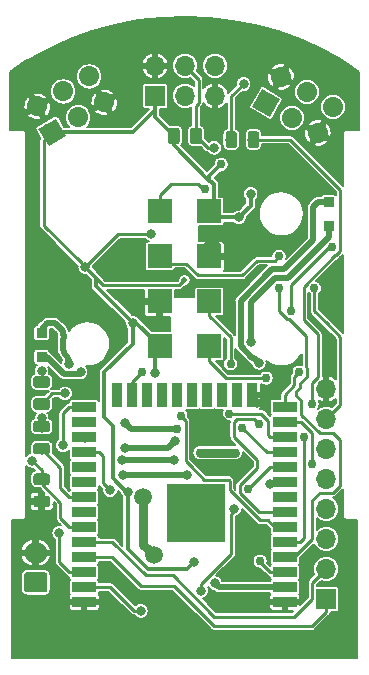
<source format=gbr>
G04 #@! TF.GenerationSoftware,KiCad,Pcbnew,(5.1.2)-2*
G04 #@! TF.CreationDate,2019-12-09T19:40:43+00:00*
G04 #@! TF.ProjectId,main_pcb,6d61696e-5f70-4636-922e-6b696361645f,rev?*
G04 #@! TF.SameCoordinates,Original*
G04 #@! TF.FileFunction,Copper,L1,Top*
G04 #@! TF.FilePolarity,Positive*
%FSLAX46Y46*%
G04 Gerber Fmt 4.6, Leading zero omitted, Abs format (unit mm)*
G04 Created by KiCad (PCBNEW (5.1.2)-2) date 2019-12-09 19:40:43*
%MOMM*%
%LPD*%
G04 APERTURE LIST*
%ADD10C,1.700000*%
%ADD11C,1.700000*%
%ADD12C,0.100000*%
%ADD13O,1.700000X1.700000*%
%ADD14R,1.700000X1.700000*%
%ADD15C,0.975000*%
%ADD16R,2.000000X0.900000*%
%ADD17R,0.900000X2.000000*%
%ADD18R,5.000000X5.000000*%
%ADD19R,0.850000X0.850000*%
%ADD20O,2.000000X1.700000*%
%ADD21R,2.000000X2.000000*%
%ADD22C,0.800000*%
%ADD23C,0.750000*%
%ADD24C,0.500000*%
%ADD25C,1.000000*%
%ADD26C,1.500000*%
%ADD27C,0.375000*%
%ADD28C,0.500000*%
%ADD29C,0.250000*%
%ADD30C,0.750000*%
%ADD31C,0.127000*%
G04 APERTURE END LIST*
D10*
X145769409Y-76240295D03*
D11*
X145769409Y-76240295D02*
X145769409Y-76240295D01*
D10*
X144499409Y-78440000D03*
D11*
X144499409Y-78440000D02*
X144499409Y-78440000D01*
D10*
X143569705Y-74970295D03*
D11*
X143569705Y-74970295D02*
X143569705Y-74970295D01*
D10*
X142299705Y-77170000D03*
D11*
X142299705Y-77170000D02*
X142299705Y-77170000D01*
D10*
X141370000Y-73700295D03*
D11*
X141370000Y-73700295D02*
X141370000Y-73700295D01*
D10*
X140100000Y-75900000D03*
D12*
G36*
X140411122Y-77061122D02*
G01*
X138938878Y-76211122D01*
X139788878Y-74738878D01*
X141261122Y-75588878D01*
X140411122Y-77061122D01*
X140411122Y-77061122D01*
G37*
D13*
X135780000Y-72760000D03*
X135780000Y-75300000D03*
X133240000Y-72760000D03*
X133240000Y-75300000D03*
X130700000Y-72760000D03*
D14*
X130700000Y-75300000D03*
D10*
X122000000Y-78400000D03*
D12*
G36*
X123161122Y-78711122D02*
G01*
X121688878Y-79561122D01*
X120838878Y-78088878D01*
X122311122Y-77238878D01*
X123161122Y-78711122D01*
X123161122Y-78711122D01*
G37*
D10*
X120730000Y-76200295D03*
D11*
X120730000Y-76200295D02*
X120730000Y-76200295D01*
D10*
X124199705Y-77130000D03*
D11*
X124199705Y-77130000D02*
X124199705Y-77130000D01*
D10*
X122929705Y-74930295D03*
D11*
X122929705Y-74930295D02*
X122929705Y-74930295D01*
D10*
X126399409Y-75860000D03*
D11*
X126399409Y-75860000D02*
X126399409Y-75860000D01*
D10*
X125129409Y-73660295D03*
D11*
X125129409Y-73660295D02*
X125129409Y-73660295D01*
D12*
G36*
X139305142Y-78301174D02*
G01*
X139328803Y-78304684D01*
X139352007Y-78310496D01*
X139374529Y-78318554D01*
X139396153Y-78328782D01*
X139416670Y-78341079D01*
X139435883Y-78355329D01*
X139453607Y-78371393D01*
X139469671Y-78389117D01*
X139483921Y-78408330D01*
X139496218Y-78428847D01*
X139506446Y-78450471D01*
X139514504Y-78472993D01*
X139520316Y-78496197D01*
X139523826Y-78519858D01*
X139525000Y-78543750D01*
X139525000Y-79456250D01*
X139523826Y-79480142D01*
X139520316Y-79503803D01*
X139514504Y-79527007D01*
X139506446Y-79549529D01*
X139496218Y-79571153D01*
X139483921Y-79591670D01*
X139469671Y-79610883D01*
X139453607Y-79628607D01*
X139435883Y-79644671D01*
X139416670Y-79658921D01*
X139396153Y-79671218D01*
X139374529Y-79681446D01*
X139352007Y-79689504D01*
X139328803Y-79695316D01*
X139305142Y-79698826D01*
X139281250Y-79700000D01*
X138793750Y-79700000D01*
X138769858Y-79698826D01*
X138746197Y-79695316D01*
X138722993Y-79689504D01*
X138700471Y-79681446D01*
X138678847Y-79671218D01*
X138658330Y-79658921D01*
X138639117Y-79644671D01*
X138621393Y-79628607D01*
X138605329Y-79610883D01*
X138591079Y-79591670D01*
X138578782Y-79571153D01*
X138568554Y-79549529D01*
X138560496Y-79527007D01*
X138554684Y-79503803D01*
X138551174Y-79480142D01*
X138550000Y-79456250D01*
X138550000Y-78543750D01*
X138551174Y-78519858D01*
X138554684Y-78496197D01*
X138560496Y-78472993D01*
X138568554Y-78450471D01*
X138578782Y-78428847D01*
X138591079Y-78408330D01*
X138605329Y-78389117D01*
X138621393Y-78371393D01*
X138639117Y-78355329D01*
X138658330Y-78341079D01*
X138678847Y-78328782D01*
X138700471Y-78318554D01*
X138722993Y-78310496D01*
X138746197Y-78304684D01*
X138769858Y-78301174D01*
X138793750Y-78300000D01*
X139281250Y-78300000D01*
X139305142Y-78301174D01*
X139305142Y-78301174D01*
G37*
D15*
X139037500Y-79000000D03*
D12*
G36*
X137430142Y-78301174D02*
G01*
X137453803Y-78304684D01*
X137477007Y-78310496D01*
X137499529Y-78318554D01*
X137521153Y-78328782D01*
X137541670Y-78341079D01*
X137560883Y-78355329D01*
X137578607Y-78371393D01*
X137594671Y-78389117D01*
X137608921Y-78408330D01*
X137621218Y-78428847D01*
X137631446Y-78450471D01*
X137639504Y-78472993D01*
X137645316Y-78496197D01*
X137648826Y-78519858D01*
X137650000Y-78543750D01*
X137650000Y-79456250D01*
X137648826Y-79480142D01*
X137645316Y-79503803D01*
X137639504Y-79527007D01*
X137631446Y-79549529D01*
X137621218Y-79571153D01*
X137608921Y-79591670D01*
X137594671Y-79610883D01*
X137578607Y-79628607D01*
X137560883Y-79644671D01*
X137541670Y-79658921D01*
X137521153Y-79671218D01*
X137499529Y-79681446D01*
X137477007Y-79689504D01*
X137453803Y-79695316D01*
X137430142Y-79698826D01*
X137406250Y-79700000D01*
X136918750Y-79700000D01*
X136894858Y-79698826D01*
X136871197Y-79695316D01*
X136847993Y-79689504D01*
X136825471Y-79681446D01*
X136803847Y-79671218D01*
X136783330Y-79658921D01*
X136764117Y-79644671D01*
X136746393Y-79628607D01*
X136730329Y-79610883D01*
X136716079Y-79591670D01*
X136703782Y-79571153D01*
X136693554Y-79549529D01*
X136685496Y-79527007D01*
X136679684Y-79503803D01*
X136676174Y-79480142D01*
X136675000Y-79456250D01*
X136675000Y-78543750D01*
X136676174Y-78519858D01*
X136679684Y-78496197D01*
X136685496Y-78472993D01*
X136693554Y-78450471D01*
X136703782Y-78428847D01*
X136716079Y-78408330D01*
X136730329Y-78389117D01*
X136746393Y-78371393D01*
X136764117Y-78355329D01*
X136783330Y-78341079D01*
X136803847Y-78328782D01*
X136825471Y-78318554D01*
X136847993Y-78310496D01*
X136871197Y-78304684D01*
X136894858Y-78301174D01*
X136918750Y-78300000D01*
X137406250Y-78300000D01*
X137430142Y-78301174D01*
X137430142Y-78301174D01*
G37*
D15*
X137162500Y-79000000D03*
D12*
G36*
X121580142Y-104688674D02*
G01*
X121603803Y-104692184D01*
X121627007Y-104697996D01*
X121649529Y-104706054D01*
X121671153Y-104716282D01*
X121691670Y-104728579D01*
X121710883Y-104742829D01*
X121728607Y-104758893D01*
X121744671Y-104776617D01*
X121758921Y-104795830D01*
X121771218Y-104816347D01*
X121781446Y-104837971D01*
X121789504Y-104860493D01*
X121795316Y-104883697D01*
X121798826Y-104907358D01*
X121800000Y-104931250D01*
X121800000Y-105418750D01*
X121798826Y-105442642D01*
X121795316Y-105466303D01*
X121789504Y-105489507D01*
X121781446Y-105512029D01*
X121771218Y-105533653D01*
X121758921Y-105554170D01*
X121744671Y-105573383D01*
X121728607Y-105591107D01*
X121710883Y-105607171D01*
X121691670Y-105621421D01*
X121671153Y-105633718D01*
X121649529Y-105643946D01*
X121627007Y-105652004D01*
X121603803Y-105657816D01*
X121580142Y-105661326D01*
X121556250Y-105662500D01*
X120643750Y-105662500D01*
X120619858Y-105661326D01*
X120596197Y-105657816D01*
X120572993Y-105652004D01*
X120550471Y-105643946D01*
X120528847Y-105633718D01*
X120508330Y-105621421D01*
X120489117Y-105607171D01*
X120471393Y-105591107D01*
X120455329Y-105573383D01*
X120441079Y-105554170D01*
X120428782Y-105533653D01*
X120418554Y-105512029D01*
X120410496Y-105489507D01*
X120404684Y-105466303D01*
X120401174Y-105442642D01*
X120400000Y-105418750D01*
X120400000Y-104931250D01*
X120401174Y-104907358D01*
X120404684Y-104883697D01*
X120410496Y-104860493D01*
X120418554Y-104837971D01*
X120428782Y-104816347D01*
X120441079Y-104795830D01*
X120455329Y-104776617D01*
X120471393Y-104758893D01*
X120489117Y-104742829D01*
X120508330Y-104728579D01*
X120528847Y-104716282D01*
X120550471Y-104706054D01*
X120572993Y-104697996D01*
X120596197Y-104692184D01*
X120619858Y-104688674D01*
X120643750Y-104687500D01*
X121556250Y-104687500D01*
X121580142Y-104688674D01*
X121580142Y-104688674D01*
G37*
D15*
X121100000Y-105175000D03*
D12*
G36*
X121580142Y-102813674D02*
G01*
X121603803Y-102817184D01*
X121627007Y-102822996D01*
X121649529Y-102831054D01*
X121671153Y-102841282D01*
X121691670Y-102853579D01*
X121710883Y-102867829D01*
X121728607Y-102883893D01*
X121744671Y-102901617D01*
X121758921Y-102920830D01*
X121771218Y-102941347D01*
X121781446Y-102962971D01*
X121789504Y-102985493D01*
X121795316Y-103008697D01*
X121798826Y-103032358D01*
X121800000Y-103056250D01*
X121800000Y-103543750D01*
X121798826Y-103567642D01*
X121795316Y-103591303D01*
X121789504Y-103614507D01*
X121781446Y-103637029D01*
X121771218Y-103658653D01*
X121758921Y-103679170D01*
X121744671Y-103698383D01*
X121728607Y-103716107D01*
X121710883Y-103732171D01*
X121691670Y-103746421D01*
X121671153Y-103758718D01*
X121649529Y-103768946D01*
X121627007Y-103777004D01*
X121603803Y-103782816D01*
X121580142Y-103786326D01*
X121556250Y-103787500D01*
X120643750Y-103787500D01*
X120619858Y-103786326D01*
X120596197Y-103782816D01*
X120572993Y-103777004D01*
X120550471Y-103768946D01*
X120528847Y-103758718D01*
X120508330Y-103746421D01*
X120489117Y-103732171D01*
X120471393Y-103716107D01*
X120455329Y-103698383D01*
X120441079Y-103679170D01*
X120428782Y-103658653D01*
X120418554Y-103637029D01*
X120410496Y-103614507D01*
X120404684Y-103591303D01*
X120401174Y-103567642D01*
X120400000Y-103543750D01*
X120400000Y-103056250D01*
X120401174Y-103032358D01*
X120404684Y-103008697D01*
X120410496Y-102985493D01*
X120418554Y-102962971D01*
X120428782Y-102941347D01*
X120441079Y-102920830D01*
X120455329Y-102901617D01*
X120471393Y-102883893D01*
X120489117Y-102867829D01*
X120508330Y-102853579D01*
X120528847Y-102841282D01*
X120550471Y-102831054D01*
X120572993Y-102822996D01*
X120596197Y-102817184D01*
X120619858Y-102813674D01*
X120643750Y-102812500D01*
X121556250Y-102812500D01*
X121580142Y-102813674D01*
X121580142Y-102813674D01*
G37*
D15*
X121100000Y-103300000D03*
D12*
G36*
X121580142Y-100913674D02*
G01*
X121603803Y-100917184D01*
X121627007Y-100922996D01*
X121649529Y-100931054D01*
X121671153Y-100941282D01*
X121691670Y-100953579D01*
X121710883Y-100967829D01*
X121728607Y-100983893D01*
X121744671Y-101001617D01*
X121758921Y-101020830D01*
X121771218Y-101041347D01*
X121781446Y-101062971D01*
X121789504Y-101085493D01*
X121795316Y-101108697D01*
X121798826Y-101132358D01*
X121800000Y-101156250D01*
X121800000Y-101643750D01*
X121798826Y-101667642D01*
X121795316Y-101691303D01*
X121789504Y-101714507D01*
X121781446Y-101737029D01*
X121771218Y-101758653D01*
X121758921Y-101779170D01*
X121744671Y-101798383D01*
X121728607Y-101816107D01*
X121710883Y-101832171D01*
X121691670Y-101846421D01*
X121671153Y-101858718D01*
X121649529Y-101868946D01*
X121627007Y-101877004D01*
X121603803Y-101882816D01*
X121580142Y-101886326D01*
X121556250Y-101887500D01*
X120643750Y-101887500D01*
X120619858Y-101886326D01*
X120596197Y-101882816D01*
X120572993Y-101877004D01*
X120550471Y-101868946D01*
X120528847Y-101858718D01*
X120508330Y-101846421D01*
X120489117Y-101832171D01*
X120471393Y-101816107D01*
X120455329Y-101798383D01*
X120441079Y-101779170D01*
X120428782Y-101758653D01*
X120418554Y-101737029D01*
X120410496Y-101714507D01*
X120404684Y-101691303D01*
X120401174Y-101667642D01*
X120400000Y-101643750D01*
X120400000Y-101156250D01*
X120401174Y-101132358D01*
X120404684Y-101108697D01*
X120410496Y-101085493D01*
X120418554Y-101062971D01*
X120428782Y-101041347D01*
X120441079Y-101020830D01*
X120455329Y-101001617D01*
X120471393Y-100983893D01*
X120489117Y-100967829D01*
X120508330Y-100953579D01*
X120528847Y-100941282D01*
X120550471Y-100931054D01*
X120572993Y-100922996D01*
X120596197Y-100917184D01*
X120619858Y-100913674D01*
X120643750Y-100912500D01*
X121556250Y-100912500D01*
X121580142Y-100913674D01*
X121580142Y-100913674D01*
G37*
D15*
X121100000Y-101400000D03*
D12*
G36*
X121580142Y-99038674D02*
G01*
X121603803Y-99042184D01*
X121627007Y-99047996D01*
X121649529Y-99056054D01*
X121671153Y-99066282D01*
X121691670Y-99078579D01*
X121710883Y-99092829D01*
X121728607Y-99108893D01*
X121744671Y-99126617D01*
X121758921Y-99145830D01*
X121771218Y-99166347D01*
X121781446Y-99187971D01*
X121789504Y-99210493D01*
X121795316Y-99233697D01*
X121798826Y-99257358D01*
X121800000Y-99281250D01*
X121800000Y-99768750D01*
X121798826Y-99792642D01*
X121795316Y-99816303D01*
X121789504Y-99839507D01*
X121781446Y-99862029D01*
X121771218Y-99883653D01*
X121758921Y-99904170D01*
X121744671Y-99923383D01*
X121728607Y-99941107D01*
X121710883Y-99957171D01*
X121691670Y-99971421D01*
X121671153Y-99983718D01*
X121649529Y-99993946D01*
X121627007Y-100002004D01*
X121603803Y-100007816D01*
X121580142Y-100011326D01*
X121556250Y-100012500D01*
X120643750Y-100012500D01*
X120619858Y-100011326D01*
X120596197Y-100007816D01*
X120572993Y-100002004D01*
X120550471Y-99993946D01*
X120528847Y-99983718D01*
X120508330Y-99971421D01*
X120489117Y-99957171D01*
X120471393Y-99941107D01*
X120455329Y-99923383D01*
X120441079Y-99904170D01*
X120428782Y-99883653D01*
X120418554Y-99862029D01*
X120410496Y-99839507D01*
X120404684Y-99816303D01*
X120401174Y-99792642D01*
X120400000Y-99768750D01*
X120400000Y-99281250D01*
X120401174Y-99257358D01*
X120404684Y-99233697D01*
X120410496Y-99210493D01*
X120418554Y-99187971D01*
X120428782Y-99166347D01*
X120441079Y-99145830D01*
X120455329Y-99126617D01*
X120471393Y-99108893D01*
X120489117Y-99092829D01*
X120508330Y-99078579D01*
X120528847Y-99066282D01*
X120550471Y-99056054D01*
X120572993Y-99047996D01*
X120596197Y-99042184D01*
X120619858Y-99038674D01*
X120643750Y-99037500D01*
X121556250Y-99037500D01*
X121580142Y-99038674D01*
X121580142Y-99038674D01*
G37*
D15*
X121100000Y-99525000D03*
D16*
X124700000Y-118155000D03*
X124700000Y-116885000D03*
X124700000Y-115615000D03*
X124700000Y-114345000D03*
X124700000Y-113075000D03*
X124700000Y-111805000D03*
X124700000Y-110535000D03*
X124700000Y-109265000D03*
X124700000Y-107995000D03*
X124700000Y-106725000D03*
X124700000Y-105455000D03*
X124700000Y-104185000D03*
X124700000Y-102915000D03*
X124700000Y-101645000D03*
D17*
X127485000Y-100645000D03*
X128755000Y-100645000D03*
X130025000Y-100645000D03*
X131295000Y-100645000D03*
X132565000Y-100645000D03*
X133835000Y-100645000D03*
X135105000Y-100645000D03*
X136375000Y-100645000D03*
X137645000Y-100645000D03*
X138915000Y-100645000D03*
D16*
X141700000Y-101645000D03*
X141700000Y-102915000D03*
X141700000Y-104185000D03*
X141700000Y-105455000D03*
X141700000Y-106725000D03*
X141700000Y-107995000D03*
X141700000Y-109265000D03*
X141700000Y-110535000D03*
X141700000Y-111805000D03*
X141700000Y-113075000D03*
X141700000Y-114345000D03*
X141700000Y-115615000D03*
X141700000Y-116885000D03*
X141700000Y-118155000D03*
D18*
X134200000Y-110655000D03*
D13*
X145200000Y-100120000D03*
X145200000Y-102660000D03*
X145200000Y-105200000D03*
X145200000Y-107740000D03*
X145200000Y-110280000D03*
X145200000Y-112820000D03*
X145200000Y-115360000D03*
D14*
X145200000Y-117900000D03*
D19*
X145400000Y-84300000D03*
X145400000Y-86300000D03*
X121100000Y-97400000D03*
X121100000Y-95400000D03*
D12*
G36*
X134442642Y-78001174D02*
G01*
X134466303Y-78004684D01*
X134489507Y-78010496D01*
X134512029Y-78018554D01*
X134533653Y-78028782D01*
X134554170Y-78041079D01*
X134573383Y-78055329D01*
X134591107Y-78071393D01*
X134607171Y-78089117D01*
X134621421Y-78108330D01*
X134633718Y-78128847D01*
X134643946Y-78150471D01*
X134652004Y-78172993D01*
X134657816Y-78196197D01*
X134661326Y-78219858D01*
X134662500Y-78243750D01*
X134662500Y-79156250D01*
X134661326Y-79180142D01*
X134657816Y-79203803D01*
X134652004Y-79227007D01*
X134643946Y-79249529D01*
X134633718Y-79271153D01*
X134621421Y-79291670D01*
X134607171Y-79310883D01*
X134591107Y-79328607D01*
X134573383Y-79344671D01*
X134554170Y-79358921D01*
X134533653Y-79371218D01*
X134512029Y-79381446D01*
X134489507Y-79389504D01*
X134466303Y-79395316D01*
X134442642Y-79398826D01*
X134418750Y-79400000D01*
X133931250Y-79400000D01*
X133907358Y-79398826D01*
X133883697Y-79395316D01*
X133860493Y-79389504D01*
X133837971Y-79381446D01*
X133816347Y-79371218D01*
X133795830Y-79358921D01*
X133776617Y-79344671D01*
X133758893Y-79328607D01*
X133742829Y-79310883D01*
X133728579Y-79291670D01*
X133716282Y-79271153D01*
X133706054Y-79249529D01*
X133697996Y-79227007D01*
X133692184Y-79203803D01*
X133688674Y-79180142D01*
X133687500Y-79156250D01*
X133687500Y-78243750D01*
X133688674Y-78219858D01*
X133692184Y-78196197D01*
X133697996Y-78172993D01*
X133706054Y-78150471D01*
X133716282Y-78128847D01*
X133728579Y-78108330D01*
X133742829Y-78089117D01*
X133758893Y-78071393D01*
X133776617Y-78055329D01*
X133795830Y-78041079D01*
X133816347Y-78028782D01*
X133837971Y-78018554D01*
X133860493Y-78010496D01*
X133883697Y-78004684D01*
X133907358Y-78001174D01*
X133931250Y-78000000D01*
X134418750Y-78000000D01*
X134442642Y-78001174D01*
X134442642Y-78001174D01*
G37*
D15*
X134175000Y-78700000D03*
D12*
G36*
X132567642Y-78001174D02*
G01*
X132591303Y-78004684D01*
X132614507Y-78010496D01*
X132637029Y-78018554D01*
X132658653Y-78028782D01*
X132679170Y-78041079D01*
X132698383Y-78055329D01*
X132716107Y-78071393D01*
X132732171Y-78089117D01*
X132746421Y-78108330D01*
X132758718Y-78128847D01*
X132768946Y-78150471D01*
X132777004Y-78172993D01*
X132782816Y-78196197D01*
X132786326Y-78219858D01*
X132787500Y-78243750D01*
X132787500Y-79156250D01*
X132786326Y-79180142D01*
X132782816Y-79203803D01*
X132777004Y-79227007D01*
X132768946Y-79249529D01*
X132758718Y-79271153D01*
X132746421Y-79291670D01*
X132732171Y-79310883D01*
X132716107Y-79328607D01*
X132698383Y-79344671D01*
X132679170Y-79358921D01*
X132658653Y-79371218D01*
X132637029Y-79381446D01*
X132614507Y-79389504D01*
X132591303Y-79395316D01*
X132567642Y-79398826D01*
X132543750Y-79400000D01*
X132056250Y-79400000D01*
X132032358Y-79398826D01*
X132008697Y-79395316D01*
X131985493Y-79389504D01*
X131962971Y-79381446D01*
X131941347Y-79371218D01*
X131920830Y-79358921D01*
X131901617Y-79344671D01*
X131883893Y-79328607D01*
X131867829Y-79310883D01*
X131853579Y-79291670D01*
X131841282Y-79271153D01*
X131831054Y-79249529D01*
X131822996Y-79227007D01*
X131817184Y-79203803D01*
X131813674Y-79180142D01*
X131812500Y-79156250D01*
X131812500Y-78243750D01*
X131813674Y-78219858D01*
X131817184Y-78196197D01*
X131822996Y-78172993D01*
X131831054Y-78150471D01*
X131841282Y-78128847D01*
X131853579Y-78108330D01*
X131867829Y-78089117D01*
X131883893Y-78071393D01*
X131901617Y-78055329D01*
X131920830Y-78041079D01*
X131941347Y-78028782D01*
X131962971Y-78018554D01*
X131985493Y-78010496D01*
X132008697Y-78004684D01*
X132032358Y-78001174D01*
X132056250Y-78000000D01*
X132543750Y-78000000D01*
X132567642Y-78001174D01*
X132567642Y-78001174D01*
G37*
D15*
X132300000Y-78700000D03*
D12*
G36*
X121580142Y-107276174D02*
G01*
X121603803Y-107279684D01*
X121627007Y-107285496D01*
X121649529Y-107293554D01*
X121671153Y-107303782D01*
X121691670Y-107316079D01*
X121710883Y-107330329D01*
X121728607Y-107346393D01*
X121744671Y-107364117D01*
X121758921Y-107383330D01*
X121771218Y-107403847D01*
X121781446Y-107425471D01*
X121789504Y-107447993D01*
X121795316Y-107471197D01*
X121798826Y-107494858D01*
X121800000Y-107518750D01*
X121800000Y-108006250D01*
X121798826Y-108030142D01*
X121795316Y-108053803D01*
X121789504Y-108077007D01*
X121781446Y-108099529D01*
X121771218Y-108121153D01*
X121758921Y-108141670D01*
X121744671Y-108160883D01*
X121728607Y-108178607D01*
X121710883Y-108194671D01*
X121691670Y-108208921D01*
X121671153Y-108221218D01*
X121649529Y-108231446D01*
X121627007Y-108239504D01*
X121603803Y-108245316D01*
X121580142Y-108248826D01*
X121556250Y-108250000D01*
X120643750Y-108250000D01*
X120619858Y-108248826D01*
X120596197Y-108245316D01*
X120572993Y-108239504D01*
X120550471Y-108231446D01*
X120528847Y-108221218D01*
X120508330Y-108208921D01*
X120489117Y-108194671D01*
X120471393Y-108178607D01*
X120455329Y-108160883D01*
X120441079Y-108141670D01*
X120428782Y-108121153D01*
X120418554Y-108099529D01*
X120410496Y-108077007D01*
X120404684Y-108053803D01*
X120401174Y-108030142D01*
X120400000Y-108006250D01*
X120400000Y-107518750D01*
X120401174Y-107494858D01*
X120404684Y-107471197D01*
X120410496Y-107447993D01*
X120418554Y-107425471D01*
X120428782Y-107403847D01*
X120441079Y-107383330D01*
X120455329Y-107364117D01*
X120471393Y-107346393D01*
X120489117Y-107330329D01*
X120508330Y-107316079D01*
X120528847Y-107303782D01*
X120550471Y-107293554D01*
X120572993Y-107285496D01*
X120596197Y-107279684D01*
X120619858Y-107276174D01*
X120643750Y-107275000D01*
X121556250Y-107275000D01*
X121580142Y-107276174D01*
X121580142Y-107276174D01*
G37*
D15*
X121100000Y-107762500D03*
D12*
G36*
X121580142Y-109151174D02*
G01*
X121603803Y-109154684D01*
X121627007Y-109160496D01*
X121649529Y-109168554D01*
X121671153Y-109178782D01*
X121691670Y-109191079D01*
X121710883Y-109205329D01*
X121728607Y-109221393D01*
X121744671Y-109239117D01*
X121758921Y-109258330D01*
X121771218Y-109278847D01*
X121781446Y-109300471D01*
X121789504Y-109322993D01*
X121795316Y-109346197D01*
X121798826Y-109369858D01*
X121800000Y-109393750D01*
X121800000Y-109881250D01*
X121798826Y-109905142D01*
X121795316Y-109928803D01*
X121789504Y-109952007D01*
X121781446Y-109974529D01*
X121771218Y-109996153D01*
X121758921Y-110016670D01*
X121744671Y-110035883D01*
X121728607Y-110053607D01*
X121710883Y-110069671D01*
X121691670Y-110083921D01*
X121671153Y-110096218D01*
X121649529Y-110106446D01*
X121627007Y-110114504D01*
X121603803Y-110120316D01*
X121580142Y-110123826D01*
X121556250Y-110125000D01*
X120643750Y-110125000D01*
X120619858Y-110123826D01*
X120596197Y-110120316D01*
X120572993Y-110114504D01*
X120550471Y-110106446D01*
X120528847Y-110096218D01*
X120508330Y-110083921D01*
X120489117Y-110069671D01*
X120471393Y-110053607D01*
X120455329Y-110035883D01*
X120441079Y-110016670D01*
X120428782Y-109996153D01*
X120418554Y-109974529D01*
X120410496Y-109952007D01*
X120404684Y-109928803D01*
X120401174Y-109905142D01*
X120400000Y-109881250D01*
X120400000Y-109393750D01*
X120401174Y-109369858D01*
X120404684Y-109346197D01*
X120410496Y-109322993D01*
X120418554Y-109300471D01*
X120428782Y-109278847D01*
X120441079Y-109258330D01*
X120455329Y-109239117D01*
X120471393Y-109221393D01*
X120489117Y-109205329D01*
X120508330Y-109191079D01*
X120528847Y-109178782D01*
X120550471Y-109168554D01*
X120572993Y-109160496D01*
X120596197Y-109154684D01*
X120619858Y-109151174D01*
X120643750Y-109150000D01*
X121556250Y-109150000D01*
X121580142Y-109151174D01*
X121580142Y-109151174D01*
G37*
D15*
X121100000Y-109637500D03*
D20*
X120600000Y-114000000D03*
D12*
G36*
X121374504Y-115651204D02*
G01*
X121398773Y-115654804D01*
X121422571Y-115660765D01*
X121445671Y-115669030D01*
X121467849Y-115679520D01*
X121488893Y-115692133D01*
X121508598Y-115706747D01*
X121526777Y-115723223D01*
X121543253Y-115741402D01*
X121557867Y-115761107D01*
X121570480Y-115782151D01*
X121580970Y-115804329D01*
X121589235Y-115827429D01*
X121595196Y-115851227D01*
X121598796Y-115875496D01*
X121600000Y-115900000D01*
X121600000Y-117100000D01*
X121598796Y-117124504D01*
X121595196Y-117148773D01*
X121589235Y-117172571D01*
X121580970Y-117195671D01*
X121570480Y-117217849D01*
X121557867Y-117238893D01*
X121543253Y-117258598D01*
X121526777Y-117276777D01*
X121508598Y-117293253D01*
X121488893Y-117307867D01*
X121467849Y-117320480D01*
X121445671Y-117330970D01*
X121422571Y-117339235D01*
X121398773Y-117345196D01*
X121374504Y-117348796D01*
X121350000Y-117350000D01*
X119850000Y-117350000D01*
X119825496Y-117348796D01*
X119801227Y-117345196D01*
X119777429Y-117339235D01*
X119754329Y-117330970D01*
X119732151Y-117320480D01*
X119711107Y-117307867D01*
X119691402Y-117293253D01*
X119673223Y-117276777D01*
X119656747Y-117258598D01*
X119642133Y-117238893D01*
X119629520Y-117217849D01*
X119619030Y-117195671D01*
X119610765Y-117172571D01*
X119604804Y-117148773D01*
X119601204Y-117124504D01*
X119600000Y-117100000D01*
X119600000Y-115900000D01*
X119601204Y-115875496D01*
X119604804Y-115851227D01*
X119610765Y-115827429D01*
X119619030Y-115804329D01*
X119629520Y-115782151D01*
X119642133Y-115761107D01*
X119656747Y-115741402D01*
X119673223Y-115723223D01*
X119691402Y-115706747D01*
X119711107Y-115692133D01*
X119732151Y-115679520D01*
X119754329Y-115669030D01*
X119777429Y-115660765D01*
X119801227Y-115654804D01*
X119825496Y-115651204D01*
X119850000Y-115650000D01*
X121350000Y-115650000D01*
X121374504Y-115651204D01*
X121374504Y-115651204D01*
G37*
D10*
X120600000Y-116500000D03*
D21*
X135300000Y-96520000D03*
X135300000Y-92710000D03*
X135300000Y-88900000D03*
X135300000Y-85090000D03*
X131100000Y-85085000D03*
X131100000Y-88895000D03*
X131100000Y-92705000D03*
X131100000Y-96515000D03*
D22*
X137800000Y-85600000D03*
X124800000Y-89800000D03*
D23*
X136300000Y-81100000D03*
D22*
X138800000Y-83600000D03*
X128800000Y-94500000D03*
X130700000Y-98800000D03*
X128400000Y-108800000D03*
X134000000Y-114800000D03*
X135762500Y-116562500D03*
X130400000Y-87000000D03*
D24*
X133200000Y-90900000D03*
D23*
X137500000Y-106600000D03*
D22*
X139300000Y-101300000D03*
D25*
X138200000Y-111100000D03*
D26*
X135500000Y-88200000D03*
D22*
X132300000Y-90600000D03*
X136900000Y-91225000D03*
X131100000Y-94400000D03*
D26*
X127500000Y-95200000D03*
X123100000Y-92700000D03*
D24*
X141900000Y-99200000D03*
D25*
X137000000Y-115500000D03*
X138400000Y-115300000D03*
D26*
X145800000Y-91600000D03*
D23*
X134700000Y-104500000D03*
D25*
X126900000Y-111800000D03*
X126800000Y-110100000D03*
D23*
X139600000Y-112000000D03*
D24*
X122100000Y-96700000D03*
D23*
X134500000Y-105500000D03*
X137500000Y-105500000D03*
D26*
X130600000Y-114200000D03*
X129700000Y-109300000D03*
D23*
X143300000Y-104200000D03*
X142200000Y-93500000D03*
X145700000Y-88100000D03*
X134900000Y-83200000D03*
X141200000Y-91600000D03*
X141200000Y-88900000D03*
X139500000Y-103100000D03*
X140100000Y-99200000D03*
X137100000Y-98000000D03*
X132900000Y-102400000D03*
D22*
X137400000Y-110275000D03*
X134600000Y-117200000D03*
X129500000Y-118900000D03*
X122600000Y-112300000D03*
X120300000Y-106200000D03*
X126900000Y-108700000D03*
X124800000Y-104300000D03*
X123100000Y-100500000D03*
X122900000Y-104900000D03*
D23*
X129600000Y-98700000D03*
X142900000Y-98700000D03*
X144000000Y-106500000D03*
X137000000Y-102200000D03*
X138100000Y-103400000D03*
X138600000Y-108600000D03*
D22*
X140400000Y-108200000D03*
D23*
X144000000Y-101400000D03*
X139600000Y-114700000D03*
D22*
X128200000Y-103000000D03*
X138800000Y-96100000D03*
D23*
X132600000Y-103500000D03*
D22*
X128200000Y-105100000D03*
X132400000Y-104500000D03*
X139500000Y-97900000D03*
X124400000Y-98700000D03*
X132300000Y-106100000D03*
X127900000Y-106100000D03*
X123400000Y-98000000D03*
X128000000Y-107400000D03*
X133400000Y-107400000D03*
X135700000Y-79700000D03*
D23*
X144200000Y-91600000D03*
D22*
X121100000Y-98600000D03*
X121100000Y-102600000D03*
X138200000Y-74300000D03*
D27*
X123081495Y-78400000D02*
X122000000Y-78400000D01*
X128825000Y-78400000D02*
X123081495Y-78400000D01*
X130700000Y-76525000D02*
X128825000Y-78400000D01*
X130700000Y-75300000D02*
X130700000Y-76525000D01*
X130700000Y-77100000D02*
X132300000Y-78700000D01*
X130700000Y-75300000D02*
X130700000Y-77100000D01*
X132300000Y-79500000D02*
X135300000Y-82500000D01*
X132300000Y-78700000D02*
X132300000Y-79500000D01*
X135810000Y-85600000D02*
X135300000Y-85090000D01*
X137800000Y-85600000D02*
X135810000Y-85600000D01*
X135300000Y-82100000D02*
X135300000Y-82500000D01*
X136300000Y-81100000D02*
X135300000Y-82100000D01*
X135300000Y-82500000D02*
X135400000Y-82500000D01*
X135662501Y-84727499D02*
X135300000Y-85090000D01*
X135662501Y-82762501D02*
X135662501Y-84727499D01*
X135400000Y-82500000D02*
X135662501Y-82762501D01*
X138800000Y-84600000D02*
X137800000Y-85600000D01*
X138800000Y-83600000D02*
X138800000Y-84600000D01*
X125700000Y-91400000D02*
X125700000Y-90700000D01*
X128800000Y-94500000D02*
X125700000Y-91400000D01*
X124800000Y-89800000D02*
X125700000Y-90700000D01*
X129085000Y-94500000D02*
X131100000Y-96515000D01*
X128800000Y-94500000D02*
X129085000Y-94500000D01*
X130700000Y-96915000D02*
X131100000Y-96515000D01*
X130700000Y-98800000D02*
X130700000Y-96915000D01*
X128800000Y-94500000D02*
X128800000Y-96300000D01*
X128800000Y-96300000D02*
X126400000Y-98700000D01*
X126400000Y-98700000D02*
X126400000Y-102500000D01*
X128234498Y-108800000D02*
X128400000Y-108800000D01*
X127112499Y-107678001D02*
X128234498Y-108800000D01*
X126400000Y-102500000D02*
X127112499Y-103212499D01*
X127112499Y-103212499D02*
X127112499Y-107678001D01*
D28*
X141700000Y-116885000D02*
X136085000Y-116885000D01*
X136085000Y-116885000D02*
X135762500Y-116562500D01*
D29*
X127600000Y-87000000D02*
X124800000Y-89800000D01*
X130400000Y-87000000D02*
X127600000Y-87000000D01*
X124400001Y-89400001D02*
X124800000Y-89800000D01*
X121307047Y-86307047D02*
X124400001Y-89400001D01*
X121307047Y-79092953D02*
X121307047Y-86307047D01*
X122000000Y-78400000D02*
X121307047Y-79092953D01*
X126100000Y-91100000D02*
X125700000Y-90700000D01*
X126325001Y-91325001D02*
X125700000Y-90700000D01*
X132774999Y-91325001D02*
X126325001Y-91325001D01*
X133200000Y-90900000D02*
X132774999Y-91325001D01*
D27*
X133400000Y-115400000D02*
X134000000Y-114800000D01*
X132451796Y-115400000D02*
X133400000Y-115400000D01*
X132439286Y-115387490D02*
X132451796Y-115400000D01*
X130112288Y-115387490D02*
X132439286Y-115387490D01*
X128400000Y-108800000D02*
X128400000Y-113675202D01*
X128400000Y-113675202D02*
X130112288Y-115387490D01*
D29*
X134398002Y-91225000D02*
X136900000Y-91225000D01*
X133373003Y-90200001D02*
X134398002Y-91225000D01*
X132300000Y-90600000D02*
X132699999Y-90200001D01*
X132699999Y-90200001D02*
X133373003Y-90200001D01*
D28*
X127500000Y-95200000D02*
X125000000Y-92700000D01*
X125000000Y-92700000D02*
X123100000Y-92700000D01*
D30*
X134500000Y-105500000D02*
X137500000Y-105500000D01*
X130100000Y-113700000D02*
X130600000Y-114200000D01*
X129700000Y-113300000D02*
X130100000Y-113700000D01*
X129700000Y-109300000D02*
X129700000Y-113300000D01*
D29*
X143300000Y-112725000D02*
X143300000Y-104600000D01*
X141700000Y-113075000D02*
X142950000Y-113075000D01*
X142950000Y-113075000D02*
X143300000Y-112725000D01*
X131100000Y-83835000D02*
X131100000Y-85085000D01*
X131100000Y-83705012D02*
X131100000Y-83835000D01*
X132055022Y-82749990D02*
X131100000Y-83705012D01*
X134344978Y-82749990D02*
X132055022Y-82749990D01*
X134794988Y-83200000D02*
X134344978Y-82749990D01*
X134900000Y-83200000D02*
X134794988Y-83200000D01*
X143300000Y-104600000D02*
X143300000Y-104200000D01*
X142200000Y-91900000D02*
X142200000Y-93500000D01*
X142200000Y-91300000D02*
X142200000Y-91900000D01*
X145700000Y-88100000D02*
X145400000Y-88100000D01*
X145400000Y-88100000D02*
X142200000Y-91300000D01*
X131100000Y-88895000D02*
X131705000Y-89500000D01*
X133314998Y-89500000D02*
X134314998Y-90500000D01*
X131705000Y-89500000D02*
X133314998Y-89500000D01*
X140825001Y-89274999D02*
X139325001Y-89274999D01*
X141200000Y-88900000D02*
X140825001Y-89274999D01*
X138100000Y-90500000D02*
X134314998Y-90500000D01*
X139325001Y-89274999D02*
X138100000Y-90500000D01*
X141200000Y-92500000D02*
X141200000Y-91600000D01*
X141200000Y-93536002D02*
X141200000Y-92500000D01*
X141863999Y-94200001D02*
X141200000Y-93536002D01*
X142083443Y-94200001D02*
X141863999Y-94200001D01*
X143500001Y-98263999D02*
X143500001Y-95616559D01*
X143600001Y-98363999D02*
X143500001Y-98263999D01*
X143600001Y-99036001D02*
X143600001Y-98363999D01*
X144635999Y-108915001D02*
X145764001Y-108915001D01*
X144024999Y-109526001D02*
X144635999Y-108915001D01*
X144024999Y-112785003D02*
X144024999Y-109526001D01*
X143100000Y-101100000D02*
X142600000Y-100600000D01*
X141700000Y-114345000D02*
X142465002Y-114345000D01*
X142465002Y-114345000D02*
X144024999Y-112785003D01*
X142600000Y-100600000D02*
X142600000Y-100336410D01*
X146375001Y-104446001D02*
X145764001Y-103835001D01*
X143100000Y-102299002D02*
X143100000Y-101100000D01*
X146375001Y-108304001D02*
X146375001Y-104446001D01*
X145764001Y-103835001D02*
X144635999Y-103835001D01*
X144635999Y-103835001D02*
X143100000Y-102299002D01*
X142600000Y-100336410D02*
X142950010Y-99986400D01*
X145764001Y-108915001D02*
X146375001Y-108304001D01*
X142950010Y-99685992D02*
X143600001Y-99036001D01*
X143500001Y-95616559D02*
X142083443Y-94200001D01*
X142950010Y-99986400D02*
X142950010Y-99685992D01*
X139569670Y-99200000D02*
X140100000Y-99200000D01*
X136730000Y-99200000D02*
X139569670Y-99200000D01*
X135300000Y-97770000D02*
X136730000Y-99200000D01*
X135300000Y-96520000D02*
X135300000Y-97770000D01*
X139498998Y-110535000D02*
X141700000Y-110535000D01*
X137899999Y-108936001D02*
X139498998Y-110535000D01*
X137899999Y-108263999D02*
X137899999Y-108936001D01*
X139363998Y-106800000D02*
X137899999Y-108263999D01*
X139363998Y-106163998D02*
X139363998Y-106800000D01*
X139050010Y-102650010D02*
X137649990Y-102650010D01*
X137649990Y-102650010D02*
X137399999Y-102900001D01*
X137399999Y-102900001D02*
X137399999Y-104199999D01*
X137399999Y-104199999D02*
X139363998Y-106163998D01*
X139050010Y-102650010D02*
X139500000Y-103100000D01*
X137100000Y-95760000D02*
X137100000Y-98000000D01*
X135300000Y-92710000D02*
X135300000Y-93960000D01*
X135300000Y-93960000D02*
X137100000Y-95760000D01*
X133748001Y-106674999D02*
X133748001Y-106648001D01*
X137025001Y-108697413D02*
X137025001Y-107894999D01*
X137025001Y-107894999D02*
X136930002Y-107800000D01*
X136930002Y-107800000D02*
X134873002Y-107800000D01*
X134873002Y-107800000D02*
X133748001Y-106674999D01*
X133300001Y-106226999D02*
X133748001Y-106674999D01*
X133300001Y-102800001D02*
X133300001Y-106226999D01*
X132900000Y-102400000D02*
X133300001Y-102800001D01*
X139563794Y-111236206D02*
X137025001Y-108697413D01*
X141700000Y-111805000D02*
X140805000Y-111805000D01*
X140236206Y-111236206D02*
X139563794Y-111236206D01*
X140805000Y-111805000D02*
X140236206Y-111236206D01*
X134600000Y-116651998D02*
X134600000Y-117200000D01*
X125950000Y-116885000D02*
X124700000Y-116885000D01*
X126919315Y-116885000D02*
X125950000Y-116885000D01*
X128934315Y-118900000D02*
X126919315Y-116885000D01*
X129500000Y-118900000D02*
X128934315Y-118900000D01*
X137400000Y-110275000D02*
X137400000Y-110500000D01*
X137175999Y-110724001D02*
X137175999Y-114075999D01*
X137400000Y-110500000D02*
X137175999Y-110724001D01*
X137175999Y-114075999D02*
X134600000Y-116651998D01*
X123450000Y-115615000D02*
X124700000Y-115615000D01*
X122600000Y-114765000D02*
X123450000Y-115615000D01*
X122600000Y-112300000D02*
X122600000Y-114765000D01*
X145200000Y-119000000D02*
X144000000Y-120200000D01*
X145200000Y-117900000D02*
X145200000Y-119000000D01*
X144000000Y-120200000D02*
X135700000Y-120200000D01*
X135700000Y-120200000D02*
X132300000Y-116800000D01*
X132300000Y-116800000D02*
X129500000Y-116800000D01*
X127045000Y-114345000D02*
X124700000Y-114345000D01*
X129500000Y-116800000D02*
X127045000Y-114345000D01*
X125975000Y-113100000D02*
X125950000Y-113075000D01*
X127100000Y-113100000D02*
X125975000Y-113100000D01*
X129900000Y-115900000D02*
X127100000Y-113100000D01*
X145200000Y-115360000D02*
X144024999Y-116535001D01*
X125950000Y-113075000D02*
X124700000Y-113075000D01*
X144024999Y-116535001D02*
X144024999Y-117865003D01*
X144024999Y-117865003D02*
X142490002Y-119400000D01*
X142490002Y-119400000D02*
X135726998Y-119400000D01*
X135726998Y-119400000D02*
X132226998Y-115900000D01*
X132226998Y-115900000D02*
X129900000Y-115900000D01*
X121100000Y-108133150D02*
X122700000Y-109733150D01*
X121100000Y-107762500D02*
X121100000Y-108133150D01*
X123450000Y-111805000D02*
X124700000Y-111805000D01*
X122700000Y-111055000D02*
X123450000Y-111805000D01*
X122700000Y-109733150D02*
X122700000Y-111055000D01*
X121100000Y-107000000D02*
X120300000Y-106200000D01*
X121100000Y-107762500D02*
X121100000Y-107000000D01*
X121100000Y-105175000D02*
X122700000Y-106775000D01*
X123450000Y-109265000D02*
X124700000Y-109265000D01*
X122700000Y-108515000D02*
X123450000Y-109265000D01*
X122700000Y-106775000D02*
X122700000Y-108515000D01*
X126300000Y-108100000D02*
X126900000Y-108700000D01*
X126300000Y-105800000D02*
X126300000Y-108100000D01*
X125955000Y-105455000D02*
X126300000Y-105800000D01*
X124700000Y-105455000D02*
X125955000Y-105455000D01*
X122000000Y-100500000D02*
X121100000Y-101400000D01*
X123100000Y-100500000D02*
X122000000Y-100500000D01*
X123450000Y-101645000D02*
X124700000Y-101645000D01*
X122900000Y-102195000D02*
X123450000Y-101645000D01*
X122900000Y-104900000D02*
X122900000Y-102195000D01*
X128755000Y-99545000D02*
X128755000Y-100645000D01*
X129600000Y-98700000D02*
X128755000Y-99545000D01*
X141700000Y-101645000D02*
X141700000Y-100600000D01*
X142900000Y-98700000D02*
X142500000Y-99100000D01*
X142500000Y-99100000D02*
X142500000Y-99800000D01*
X141700000Y-100600000D02*
X142500000Y-99800000D01*
X144000000Y-103965000D02*
X144000000Y-106500000D01*
X144000000Y-103835412D02*
X144000000Y-103965000D01*
X141700000Y-102915000D02*
X143079588Y-102915000D01*
X143079588Y-102915000D02*
X144000000Y-103835412D01*
X137000000Y-102200000D02*
X137530330Y-102200000D01*
X137530330Y-102200000D02*
X138465000Y-102200000D01*
X138465000Y-102200000D02*
X139700000Y-102200000D01*
X139700000Y-102200000D02*
X140300000Y-102800000D01*
X140450000Y-104185000D02*
X141700000Y-104185000D01*
X140300000Y-104035000D02*
X140450000Y-104185000D01*
X140300000Y-102800000D02*
X140300000Y-104035000D01*
X140450000Y-105455000D02*
X141700000Y-105455000D01*
X140285330Y-105455000D02*
X140450000Y-105455000D01*
X140155000Y-105455000D02*
X141700000Y-105455000D01*
X138100000Y-103400000D02*
X140155000Y-105455000D01*
X138600000Y-108575000D02*
X138600000Y-108600000D01*
X141700000Y-106725000D02*
X140450000Y-106725000D01*
X140450000Y-106725000D02*
X138600000Y-108575000D01*
X141700000Y-107995000D02*
X140605000Y-107995000D01*
X140605000Y-107995000D02*
X140400000Y-108200000D01*
X144000000Y-100869670D02*
X144000000Y-101400000D01*
X144500000Y-95465685D02*
X144500000Y-99080998D01*
X143300000Y-94265685D02*
X144500000Y-95465685D01*
X142100000Y-79000000D02*
X146400001Y-83300001D01*
X144000000Y-99580998D02*
X144000000Y-100869670D01*
X139037500Y-79000000D02*
X142100000Y-79000000D01*
X146400001Y-83300001D02*
X146400001Y-88436001D01*
X146400001Y-88436001D02*
X146036001Y-88800001D01*
X144500000Y-99080998D02*
X144000000Y-99580998D01*
X146036001Y-88800001D02*
X145963997Y-88800001D01*
X143300000Y-91463998D02*
X143300000Y-94265685D01*
X145963997Y-88800001D02*
X143300000Y-91463998D01*
X139600000Y-114765000D02*
X139600000Y-114700000D01*
X140450000Y-115615000D02*
X139600000Y-114765000D01*
X141700000Y-115615000D02*
X140450000Y-115615000D01*
D28*
X128700000Y-103500000D02*
X128200000Y-103000000D01*
X132600000Y-103500000D02*
X128700000Y-103500000D01*
X138800000Y-92778998D02*
X138800000Y-96100000D01*
X140878988Y-90700010D02*
X138800000Y-92778998D01*
X141924990Y-90700010D02*
X140878988Y-90700010D01*
X145400000Y-87225000D02*
X141924990Y-90700010D01*
X145400000Y-86300000D02*
X145400000Y-87225000D01*
X144100000Y-87535038D02*
X144100000Y-84675000D01*
X144475000Y-84300000D02*
X145400000Y-84300000D01*
X144100000Y-84675000D02*
X144475000Y-84300000D01*
X139100001Y-97500001D02*
X138941999Y-97500001D01*
X141635038Y-90000000D02*
X144100000Y-87535038D01*
X139500000Y-97900000D02*
X139100001Y-97500001D01*
X138941999Y-97500001D02*
X137949999Y-96508001D01*
X137949999Y-96508001D02*
X137949999Y-92639037D01*
X137949999Y-92639037D02*
X140589036Y-90000000D01*
X140589036Y-90000000D02*
X141635038Y-90000000D01*
X131800000Y-105100000D02*
X132400000Y-104500000D01*
X128200000Y-105100000D02*
X131800000Y-105100000D01*
X132300000Y-106100000D02*
X127900000Y-106100000D01*
X121541998Y-97400000D02*
X121100000Y-97400000D01*
X122991999Y-98850001D02*
X121541998Y-97400000D01*
X124249998Y-98850001D02*
X122991999Y-98850001D01*
X124400000Y-98700000D02*
X124249998Y-98850001D01*
X128000000Y-107400000D02*
X132300000Y-107400000D01*
X133400000Y-107400000D02*
X132300000Y-107400000D01*
X122900000Y-95200000D02*
X122200000Y-94500000D01*
X122200000Y-94500000D02*
X121600000Y-94500000D01*
X121100000Y-95000000D02*
X121100000Y-95400000D01*
X121600000Y-94500000D02*
X121100000Y-95000000D01*
X122900000Y-95500000D02*
X123029299Y-95629300D01*
X122900000Y-95200000D02*
X122900000Y-95500000D01*
X123029299Y-95629300D02*
X122991019Y-95797019D01*
X122920236Y-96132778D02*
X122909651Y-96145392D01*
X122991019Y-95797019D02*
X122920236Y-95867802D01*
X122920236Y-95867802D02*
X122920236Y-96132778D01*
X123400000Y-97657913D02*
X123380259Y-97642568D01*
X123400000Y-98000000D02*
X123400000Y-97657913D01*
X123380259Y-97642568D02*
X123361294Y-97491225D01*
X123361294Y-97491225D02*
X123028191Y-97051468D01*
X123028191Y-96980411D02*
X122978844Y-96920090D01*
X123028191Y-97051468D02*
X123028191Y-96980411D01*
X122909651Y-96145393D02*
X122920236Y-96132779D01*
X122978844Y-96920090D02*
X122909651Y-96850897D01*
X122909651Y-96850897D02*
X122909651Y-96145393D01*
D29*
X133399234Y-72919234D02*
X133218718Y-72889587D01*
X134415001Y-73935001D02*
X133399234Y-72919234D01*
X134415001Y-75884999D02*
X134415001Y-73935001D01*
X134175000Y-78700000D02*
X134175000Y-76125000D01*
X134175000Y-76125000D02*
X134415001Y-75884999D01*
X135175000Y-79700000D02*
X134175000Y-78700000D01*
X135700000Y-79700000D02*
X135175000Y-79700000D01*
X144200000Y-91600000D02*
X144200000Y-93526998D01*
X144200000Y-93526998D02*
X145225001Y-94551999D01*
X146375001Y-95701999D02*
X145225001Y-94551999D01*
X146375001Y-101484999D02*
X146375001Y-95701999D01*
X145200000Y-102660000D02*
X146375001Y-101484999D01*
X121100000Y-99525000D02*
X121100000Y-98600000D01*
X121100000Y-103300000D02*
X121100000Y-102600000D01*
X137162500Y-75337500D02*
X137162500Y-79000000D01*
X138200000Y-74300000D02*
X137162500Y-75337500D01*
D31*
G36*
X119877044Y-106715374D02*
G01*
X119985715Y-106787986D01*
X120106464Y-106838002D01*
X120234651Y-106863500D01*
X120365349Y-106863500D01*
X120405994Y-106855415D01*
X120568241Y-107017663D01*
X120544542Y-107019997D01*
X120449146Y-107048935D01*
X120361229Y-107095928D01*
X120284169Y-107159169D01*
X120220928Y-107236229D01*
X120173935Y-107324146D01*
X120144997Y-107419542D01*
X120135226Y-107518750D01*
X120135226Y-108006250D01*
X120144997Y-108105458D01*
X120173935Y-108200854D01*
X120220928Y-108288771D01*
X120284169Y-108365831D01*
X120361229Y-108429072D01*
X120449146Y-108476065D01*
X120544542Y-108505003D01*
X120643750Y-108514774D01*
X120932203Y-108514774D01*
X121309902Y-108892473D01*
X121290500Y-108911875D01*
X121290500Y-109447000D01*
X121310500Y-109447000D01*
X121310500Y-109828000D01*
X121290500Y-109828000D01*
X121290500Y-110363125D01*
X121369875Y-110442500D01*
X121800000Y-110444036D01*
X121862241Y-110437906D01*
X121922090Y-110419751D01*
X121977247Y-110390269D01*
X122025593Y-110350593D01*
X122065269Y-110302247D01*
X122094751Y-110247090D01*
X122112906Y-110187241D01*
X122119036Y-110125000D01*
X122117500Y-109907375D01*
X122038127Y-109828002D01*
X122117500Y-109828002D01*
X122117500Y-109700072D01*
X122311500Y-109894072D01*
X122311501Y-111035915D01*
X122309621Y-111055000D01*
X122317123Y-111131158D01*
X122339337Y-111204391D01*
X122375412Y-111271883D01*
X122401233Y-111303345D01*
X122423961Y-111331040D01*
X122438782Y-111343203D01*
X122748648Y-111653069D01*
X122665349Y-111636500D01*
X122534651Y-111636500D01*
X122406464Y-111661998D01*
X122285715Y-111712014D01*
X122177044Y-111784626D01*
X122084626Y-111877044D01*
X122012014Y-111985715D01*
X121961998Y-112106464D01*
X121936500Y-112234651D01*
X121936500Y-112365349D01*
X121961998Y-112493536D01*
X122012014Y-112614285D01*
X122084626Y-112722956D01*
X122177044Y-112815374D01*
X122211500Y-112838397D01*
X122211501Y-114745915D01*
X122209621Y-114765000D01*
X122213069Y-114800001D01*
X122217123Y-114841159D01*
X122218790Y-114846655D01*
X122239337Y-114914391D01*
X122275412Y-114981883D01*
X122299048Y-115010683D01*
X122323961Y-115041040D01*
X122338782Y-115053203D01*
X123161797Y-115876219D01*
X123173960Y-115891040D01*
X123233117Y-115939588D01*
X123300608Y-115975663D01*
X123320246Y-115981620D01*
X123373841Y-115997878D01*
X123435226Y-116003924D01*
X123435226Y-116065000D01*
X123440314Y-116116655D01*
X123455381Y-116166325D01*
X123479848Y-116212101D01*
X123510953Y-116250000D01*
X123479848Y-116287899D01*
X123455381Y-116333675D01*
X123440314Y-116383345D01*
X123435226Y-116435000D01*
X123435226Y-117335000D01*
X123440314Y-117386655D01*
X123455381Y-117436325D01*
X123477188Y-117477125D01*
X123474407Y-117479407D01*
X123434731Y-117527753D01*
X123405249Y-117582910D01*
X123387094Y-117642759D01*
X123380964Y-117705000D01*
X123382500Y-117885125D01*
X123461875Y-117964500D01*
X124509500Y-117964500D01*
X124509500Y-117944500D01*
X124890500Y-117944500D01*
X124890500Y-117964500D01*
X125938125Y-117964500D01*
X126017500Y-117885125D01*
X126019036Y-117705000D01*
X126012906Y-117642759D01*
X125994751Y-117582910D01*
X125965269Y-117527753D01*
X125925593Y-117479407D01*
X125922812Y-117477125D01*
X125944619Y-117436325D01*
X125959686Y-117386655D01*
X125964774Y-117335000D01*
X125964774Y-117273500D01*
X126758394Y-117273500D01*
X128646112Y-119161219D01*
X128658275Y-119176040D01*
X128717432Y-119224588D01*
X128784923Y-119260663D01*
X128858156Y-119282878D01*
X128915237Y-119288500D01*
X128915239Y-119288500D01*
X128934314Y-119290379D01*
X128953389Y-119288500D01*
X128961603Y-119288500D01*
X128984626Y-119322956D01*
X129077044Y-119415374D01*
X129185715Y-119487986D01*
X129306464Y-119538002D01*
X129434651Y-119563500D01*
X129565349Y-119563500D01*
X129693536Y-119538002D01*
X129814285Y-119487986D01*
X129922956Y-119415374D01*
X130015374Y-119322956D01*
X130087986Y-119214285D01*
X130138002Y-119093536D01*
X130163500Y-118965349D01*
X130163500Y-118834651D01*
X130138002Y-118706464D01*
X130087986Y-118585715D01*
X130015374Y-118477044D01*
X129922956Y-118384626D01*
X129814285Y-118312014D01*
X129693536Y-118261998D01*
X129565349Y-118236500D01*
X129434651Y-118236500D01*
X129306464Y-118261998D01*
X129185715Y-118312014D01*
X129077044Y-118384626D01*
X129022703Y-118438967D01*
X127207523Y-116623787D01*
X127195355Y-116608960D01*
X127136198Y-116560412D01*
X127068707Y-116524337D01*
X126995474Y-116502122D01*
X126938393Y-116496500D01*
X126938390Y-116496500D01*
X126919315Y-116494621D01*
X126900240Y-116496500D01*
X125964774Y-116496500D01*
X125964774Y-116435000D01*
X125959686Y-116383345D01*
X125944619Y-116333675D01*
X125920152Y-116287899D01*
X125889047Y-116250000D01*
X125920152Y-116212101D01*
X125944619Y-116166325D01*
X125959686Y-116116655D01*
X125964774Y-116065000D01*
X125964774Y-115165000D01*
X125959686Y-115113345D01*
X125944619Y-115063675D01*
X125920152Y-115017899D01*
X125889047Y-114980000D01*
X125920152Y-114942101D01*
X125944619Y-114896325D01*
X125959686Y-114846655D01*
X125964774Y-114795000D01*
X125964774Y-114733500D01*
X126884079Y-114733500D01*
X129211797Y-117061219D01*
X129223960Y-117076040D01*
X129283117Y-117124588D01*
X129350608Y-117160663D01*
X129423841Y-117182878D01*
X129480922Y-117188500D01*
X129480924Y-117188500D01*
X129499999Y-117190379D01*
X129519074Y-117188500D01*
X132139079Y-117188500D01*
X135411797Y-120461219D01*
X135423960Y-120476040D01*
X135453664Y-120500417D01*
X135483116Y-120524588D01*
X135550608Y-120560663D01*
X135623841Y-120582878D01*
X135680922Y-120588500D01*
X135680924Y-120588500D01*
X135699999Y-120590379D01*
X135719074Y-120588500D01*
X143980925Y-120588500D01*
X144000000Y-120590379D01*
X144019075Y-120588500D01*
X144019078Y-120588500D01*
X144076159Y-120582878D01*
X144149392Y-120560663D01*
X144216883Y-120524588D01*
X144276040Y-120476040D01*
X144288208Y-120461213D01*
X145461213Y-119288208D01*
X145476040Y-119276040D01*
X145524588Y-119216883D01*
X145560663Y-119149392D01*
X145582878Y-119076159D01*
X145588500Y-119019078D01*
X145588500Y-119019076D01*
X145588924Y-119014774D01*
X146050000Y-119014774D01*
X146101655Y-119009686D01*
X146151325Y-118994619D01*
X146197101Y-118970152D01*
X146237223Y-118937223D01*
X146270152Y-118897101D01*
X146294619Y-118851325D01*
X146309686Y-118801655D01*
X146314774Y-118750000D01*
X146314774Y-117050000D01*
X146309686Y-116998345D01*
X146294619Y-116948675D01*
X146270152Y-116902899D01*
X146237223Y-116862777D01*
X146197101Y-116829848D01*
X146151325Y-116805381D01*
X146101655Y-116790314D01*
X146050000Y-116785226D01*
X144413499Y-116785226D01*
X144413499Y-116695922D01*
X144735251Y-116374170D01*
X144771820Y-116393717D01*
X144981716Y-116457388D01*
X145145305Y-116473500D01*
X145254695Y-116473500D01*
X145418284Y-116457388D01*
X145628180Y-116393717D01*
X145821620Y-116290321D01*
X145991173Y-116151173D01*
X146130321Y-115981620D01*
X146233717Y-115788180D01*
X146297388Y-115578284D01*
X146318887Y-115360000D01*
X146297388Y-115141716D01*
X146233717Y-114931820D01*
X146130321Y-114738380D01*
X145991173Y-114568827D01*
X145821620Y-114429679D01*
X145628180Y-114326283D01*
X145418284Y-114262612D01*
X145254695Y-114246500D01*
X145145305Y-114246500D01*
X144981716Y-114262612D01*
X144771820Y-114326283D01*
X144578380Y-114429679D01*
X144408827Y-114568827D01*
X144269679Y-114738380D01*
X144166283Y-114931820D01*
X144102612Y-115141716D01*
X144081113Y-115360000D01*
X144102612Y-115578284D01*
X144166283Y-115788180D01*
X144185830Y-115824749D01*
X143763786Y-116246793D01*
X143748959Y-116258961D01*
X143716548Y-116298455D01*
X143700411Y-116318118D01*
X143671878Y-116371500D01*
X143664336Y-116385610D01*
X143642121Y-116458843D01*
X143636499Y-116515923D01*
X143634620Y-116535001D01*
X143636499Y-116554076D01*
X143636500Y-117704080D01*
X142966603Y-118373978D01*
X142938125Y-118345500D01*
X141890500Y-118345500D01*
X141890500Y-118843125D01*
X141969875Y-118922500D01*
X142417140Y-118923441D01*
X142329081Y-119011500D01*
X135887920Y-119011500D01*
X135481420Y-118605000D01*
X140380964Y-118605000D01*
X140387094Y-118667241D01*
X140405249Y-118727090D01*
X140434731Y-118782247D01*
X140474407Y-118830593D01*
X140522753Y-118870269D01*
X140577910Y-118899751D01*
X140637759Y-118917906D01*
X140700000Y-118924036D01*
X141430125Y-118922500D01*
X141509500Y-118843125D01*
X141509500Y-118345500D01*
X140461875Y-118345500D01*
X140382500Y-118424875D01*
X140380964Y-118605000D01*
X135481420Y-118605000D01*
X134727548Y-117851128D01*
X134793536Y-117838002D01*
X134914285Y-117787986D01*
X135022956Y-117715374D01*
X135115374Y-117622956D01*
X135187986Y-117514285D01*
X135238002Y-117393536D01*
X135263500Y-117265349D01*
X135263500Y-117134651D01*
X135238002Y-117006464D01*
X135200227Y-116915267D01*
X135247126Y-116985456D01*
X135339544Y-117077874D01*
X135448215Y-117150486D01*
X135568964Y-117200502D01*
X135697151Y-117226000D01*
X135699802Y-117226000D01*
X135704062Y-117230260D01*
X135720144Y-117249856D01*
X135748955Y-117273500D01*
X135798334Y-117314025D01*
X135837576Y-117335000D01*
X135887541Y-117361707D01*
X135984337Y-117391070D01*
X136059778Y-117398500D01*
X136059781Y-117398500D01*
X136085000Y-117400984D01*
X136110219Y-117398500D01*
X140443907Y-117398500D01*
X140455381Y-117436325D01*
X140477188Y-117477125D01*
X140474407Y-117479407D01*
X140434731Y-117527753D01*
X140405249Y-117582910D01*
X140387094Y-117642759D01*
X140380964Y-117705000D01*
X140382500Y-117885125D01*
X140461875Y-117964500D01*
X141509500Y-117964500D01*
X141509500Y-117944500D01*
X141890500Y-117944500D01*
X141890500Y-117964500D01*
X142938125Y-117964500D01*
X143017500Y-117885125D01*
X143019036Y-117705000D01*
X143012906Y-117642759D01*
X142994751Y-117582910D01*
X142965269Y-117527753D01*
X142925593Y-117479407D01*
X142922812Y-117477125D01*
X142944619Y-117436325D01*
X142959686Y-117386655D01*
X142964774Y-117335000D01*
X142964774Y-116435000D01*
X142959686Y-116383345D01*
X142944619Y-116333675D01*
X142920152Y-116287899D01*
X142889047Y-116250000D01*
X142920152Y-116212101D01*
X142944619Y-116166325D01*
X142959686Y-116116655D01*
X142964774Y-116065000D01*
X142964774Y-115165000D01*
X142959686Y-115113345D01*
X142944619Y-115063675D01*
X142920152Y-115017899D01*
X142889047Y-114980000D01*
X142920152Y-114942101D01*
X142944619Y-114896325D01*
X142959686Y-114846655D01*
X142964774Y-114795000D01*
X142964774Y-114394649D01*
X144153473Y-113205951D01*
X144166283Y-113248180D01*
X144269679Y-113441620D01*
X144408827Y-113611173D01*
X144578380Y-113750321D01*
X144771820Y-113853717D01*
X144981716Y-113917388D01*
X145145305Y-113933500D01*
X145254695Y-113933500D01*
X145418284Y-113917388D01*
X145628180Y-113853717D01*
X145821620Y-113750321D01*
X145991173Y-113611173D01*
X146130321Y-113441620D01*
X146233717Y-113248180D01*
X146297388Y-113038284D01*
X146318887Y-112820000D01*
X146297388Y-112601716D01*
X146233717Y-112391820D01*
X146130321Y-112198380D01*
X145991173Y-112028827D01*
X145821620Y-111889679D01*
X145628180Y-111786283D01*
X145418284Y-111722612D01*
X145254695Y-111706500D01*
X145145305Y-111706500D01*
X144981716Y-111722612D01*
X144771820Y-111786283D01*
X144578380Y-111889679D01*
X144413499Y-112024993D01*
X144413499Y-111075007D01*
X144578380Y-111210321D01*
X144771820Y-111313717D01*
X144981716Y-111377388D01*
X145145305Y-111393500D01*
X145254695Y-111393500D01*
X145418284Y-111377388D01*
X145628180Y-111313717D01*
X145821620Y-111210321D01*
X145991173Y-111071173D01*
X146130321Y-110901620D01*
X146233717Y-110708180D01*
X146297388Y-110498284D01*
X146318887Y-110280000D01*
X146297388Y-110061716D01*
X146233717Y-109851820D01*
X146130321Y-109658380D01*
X145991173Y-109488827D01*
X145821620Y-109349679D01*
X145735227Y-109303501D01*
X145744926Y-109303501D01*
X145764001Y-109305380D01*
X145783076Y-109303501D01*
X145783079Y-109303501D01*
X145840160Y-109297879D01*
X145913393Y-109275664D01*
X145980884Y-109239589D01*
X146040041Y-109191041D01*
X146052209Y-109176214D01*
X146611500Y-108616924D01*
X146611500Y-110885836D01*
X146610105Y-110900000D01*
X146615675Y-110956556D01*
X146632172Y-111010938D01*
X146658961Y-111061057D01*
X146678335Y-111084664D01*
X146695013Y-111104987D01*
X146738943Y-111141039D01*
X146789062Y-111167828D01*
X146843444Y-111184325D01*
X146900000Y-111189895D01*
X146914164Y-111188500D01*
X147811500Y-111188500D01*
X147811501Y-122911500D01*
X118588500Y-122911500D01*
X118588500Y-118605000D01*
X123380964Y-118605000D01*
X123387094Y-118667241D01*
X123405249Y-118727090D01*
X123434731Y-118782247D01*
X123474407Y-118830593D01*
X123522753Y-118870269D01*
X123577910Y-118899751D01*
X123637759Y-118917906D01*
X123700000Y-118924036D01*
X124430125Y-118922500D01*
X124509500Y-118843125D01*
X124509500Y-118345500D01*
X124890500Y-118345500D01*
X124890500Y-118843125D01*
X124969875Y-118922500D01*
X125700000Y-118924036D01*
X125762241Y-118917906D01*
X125822090Y-118899751D01*
X125877247Y-118870269D01*
X125925593Y-118830593D01*
X125965269Y-118782247D01*
X125994751Y-118727090D01*
X126012906Y-118667241D01*
X126019036Y-118605000D01*
X126017500Y-118424875D01*
X125938125Y-118345500D01*
X124890500Y-118345500D01*
X124509500Y-118345500D01*
X123461875Y-118345500D01*
X123382500Y-118424875D01*
X123380964Y-118605000D01*
X118588500Y-118605000D01*
X118588500Y-115900000D01*
X119335226Y-115900000D01*
X119335226Y-117100000D01*
X119345117Y-117200427D01*
X119374411Y-117296995D01*
X119421981Y-117385993D01*
X119486000Y-117464000D01*
X119564007Y-117528019D01*
X119653005Y-117575589D01*
X119749573Y-117604883D01*
X119850000Y-117614774D01*
X121350000Y-117614774D01*
X121450427Y-117604883D01*
X121546995Y-117575589D01*
X121635993Y-117528019D01*
X121714000Y-117464000D01*
X121778019Y-117385993D01*
X121825589Y-117296995D01*
X121854883Y-117200427D01*
X121864774Y-117100000D01*
X121864774Y-115900000D01*
X121854883Y-115799573D01*
X121825589Y-115703005D01*
X121778019Y-115614007D01*
X121714000Y-115536000D01*
X121635993Y-115471981D01*
X121546995Y-115424411D01*
X121450427Y-115395117D01*
X121350000Y-115385226D01*
X119850000Y-115385226D01*
X119749573Y-115395117D01*
X119653005Y-115424411D01*
X119564007Y-115471981D01*
X119486000Y-115536000D01*
X119421981Y-115614007D01*
X119374411Y-115703005D01*
X119345117Y-115799573D01*
X119335226Y-115900000D01*
X118588500Y-115900000D01*
X118588500Y-114368344D01*
X119342129Y-114368344D01*
X119375791Y-114450622D01*
X119484344Y-114651531D01*
X119630006Y-114827402D01*
X119807180Y-114971477D01*
X120009057Y-115078218D01*
X120227879Y-115143524D01*
X120409500Y-115084818D01*
X120409500Y-114190500D01*
X120790500Y-114190500D01*
X120790500Y-115084818D01*
X120972121Y-115143524D01*
X121190943Y-115078218D01*
X121392820Y-114971477D01*
X121569994Y-114827402D01*
X121715656Y-114651531D01*
X121824209Y-114450622D01*
X121857871Y-114368344D01*
X121821320Y-114190500D01*
X120790500Y-114190500D01*
X120409500Y-114190500D01*
X119378680Y-114190500D01*
X119342129Y-114368344D01*
X118588500Y-114368344D01*
X118588500Y-113631656D01*
X119342129Y-113631656D01*
X119378680Y-113809500D01*
X120409500Y-113809500D01*
X120409500Y-112915182D01*
X120790500Y-112915182D01*
X120790500Y-113809500D01*
X121821320Y-113809500D01*
X121857871Y-113631656D01*
X121824209Y-113549378D01*
X121715656Y-113348469D01*
X121569994Y-113172598D01*
X121392820Y-113028523D01*
X121190943Y-112921782D01*
X120972121Y-112856476D01*
X120790500Y-112915182D01*
X120409500Y-112915182D01*
X120227879Y-112856476D01*
X120009057Y-112921782D01*
X119807180Y-113028523D01*
X119630006Y-113172598D01*
X119484344Y-113348469D01*
X119375791Y-113549378D01*
X119342129Y-113631656D01*
X118588500Y-113631656D01*
X118588500Y-111188500D01*
X119485836Y-111188500D01*
X119500000Y-111189895D01*
X119514164Y-111188500D01*
X119556556Y-111184325D01*
X119610938Y-111167828D01*
X119661057Y-111141039D01*
X119704987Y-111104987D01*
X119741039Y-111061057D01*
X119767828Y-111010938D01*
X119784325Y-110956556D01*
X119789895Y-110900000D01*
X119788500Y-110885836D01*
X119788500Y-110125000D01*
X120080964Y-110125000D01*
X120087094Y-110187241D01*
X120105249Y-110247090D01*
X120134731Y-110302247D01*
X120174407Y-110350593D01*
X120222753Y-110390269D01*
X120277910Y-110419751D01*
X120337759Y-110437906D01*
X120400000Y-110444036D01*
X120830125Y-110442500D01*
X120909500Y-110363125D01*
X120909500Y-109828000D01*
X120161875Y-109828000D01*
X120082500Y-109907375D01*
X120080964Y-110125000D01*
X119788500Y-110125000D01*
X119788500Y-109150000D01*
X120080964Y-109150000D01*
X120082500Y-109367625D01*
X120161875Y-109447000D01*
X120909500Y-109447000D01*
X120909500Y-108911875D01*
X120830125Y-108832500D01*
X120400000Y-108830964D01*
X120337759Y-108837094D01*
X120277910Y-108855249D01*
X120222753Y-108884731D01*
X120174407Y-108924407D01*
X120134731Y-108972753D01*
X120105249Y-109027910D01*
X120087094Y-109087759D01*
X120080964Y-109150000D01*
X119788500Y-109150000D01*
X119788500Y-106626830D01*
X119877044Y-106715374D01*
X119877044Y-106715374D01*
G37*
X119877044Y-106715374D02*
X119985715Y-106787986D01*
X120106464Y-106838002D01*
X120234651Y-106863500D01*
X120365349Y-106863500D01*
X120405994Y-106855415D01*
X120568241Y-107017663D01*
X120544542Y-107019997D01*
X120449146Y-107048935D01*
X120361229Y-107095928D01*
X120284169Y-107159169D01*
X120220928Y-107236229D01*
X120173935Y-107324146D01*
X120144997Y-107419542D01*
X120135226Y-107518750D01*
X120135226Y-108006250D01*
X120144997Y-108105458D01*
X120173935Y-108200854D01*
X120220928Y-108288771D01*
X120284169Y-108365831D01*
X120361229Y-108429072D01*
X120449146Y-108476065D01*
X120544542Y-108505003D01*
X120643750Y-108514774D01*
X120932203Y-108514774D01*
X121309902Y-108892473D01*
X121290500Y-108911875D01*
X121290500Y-109447000D01*
X121310500Y-109447000D01*
X121310500Y-109828000D01*
X121290500Y-109828000D01*
X121290500Y-110363125D01*
X121369875Y-110442500D01*
X121800000Y-110444036D01*
X121862241Y-110437906D01*
X121922090Y-110419751D01*
X121977247Y-110390269D01*
X122025593Y-110350593D01*
X122065269Y-110302247D01*
X122094751Y-110247090D01*
X122112906Y-110187241D01*
X122119036Y-110125000D01*
X122117500Y-109907375D01*
X122038127Y-109828002D01*
X122117500Y-109828002D01*
X122117500Y-109700072D01*
X122311500Y-109894072D01*
X122311501Y-111035915D01*
X122309621Y-111055000D01*
X122317123Y-111131158D01*
X122339337Y-111204391D01*
X122375412Y-111271883D01*
X122401233Y-111303345D01*
X122423961Y-111331040D01*
X122438782Y-111343203D01*
X122748648Y-111653069D01*
X122665349Y-111636500D01*
X122534651Y-111636500D01*
X122406464Y-111661998D01*
X122285715Y-111712014D01*
X122177044Y-111784626D01*
X122084626Y-111877044D01*
X122012014Y-111985715D01*
X121961998Y-112106464D01*
X121936500Y-112234651D01*
X121936500Y-112365349D01*
X121961998Y-112493536D01*
X122012014Y-112614285D01*
X122084626Y-112722956D01*
X122177044Y-112815374D01*
X122211500Y-112838397D01*
X122211501Y-114745915D01*
X122209621Y-114765000D01*
X122213069Y-114800001D01*
X122217123Y-114841159D01*
X122218790Y-114846655D01*
X122239337Y-114914391D01*
X122275412Y-114981883D01*
X122299048Y-115010683D01*
X122323961Y-115041040D01*
X122338782Y-115053203D01*
X123161797Y-115876219D01*
X123173960Y-115891040D01*
X123233117Y-115939588D01*
X123300608Y-115975663D01*
X123320246Y-115981620D01*
X123373841Y-115997878D01*
X123435226Y-116003924D01*
X123435226Y-116065000D01*
X123440314Y-116116655D01*
X123455381Y-116166325D01*
X123479848Y-116212101D01*
X123510953Y-116250000D01*
X123479848Y-116287899D01*
X123455381Y-116333675D01*
X123440314Y-116383345D01*
X123435226Y-116435000D01*
X123435226Y-117335000D01*
X123440314Y-117386655D01*
X123455381Y-117436325D01*
X123477188Y-117477125D01*
X123474407Y-117479407D01*
X123434731Y-117527753D01*
X123405249Y-117582910D01*
X123387094Y-117642759D01*
X123380964Y-117705000D01*
X123382500Y-117885125D01*
X123461875Y-117964500D01*
X124509500Y-117964500D01*
X124509500Y-117944500D01*
X124890500Y-117944500D01*
X124890500Y-117964500D01*
X125938125Y-117964500D01*
X126017500Y-117885125D01*
X126019036Y-117705000D01*
X126012906Y-117642759D01*
X125994751Y-117582910D01*
X125965269Y-117527753D01*
X125925593Y-117479407D01*
X125922812Y-117477125D01*
X125944619Y-117436325D01*
X125959686Y-117386655D01*
X125964774Y-117335000D01*
X125964774Y-117273500D01*
X126758394Y-117273500D01*
X128646112Y-119161219D01*
X128658275Y-119176040D01*
X128717432Y-119224588D01*
X128784923Y-119260663D01*
X128858156Y-119282878D01*
X128915237Y-119288500D01*
X128915239Y-119288500D01*
X128934314Y-119290379D01*
X128953389Y-119288500D01*
X128961603Y-119288500D01*
X128984626Y-119322956D01*
X129077044Y-119415374D01*
X129185715Y-119487986D01*
X129306464Y-119538002D01*
X129434651Y-119563500D01*
X129565349Y-119563500D01*
X129693536Y-119538002D01*
X129814285Y-119487986D01*
X129922956Y-119415374D01*
X130015374Y-119322956D01*
X130087986Y-119214285D01*
X130138002Y-119093536D01*
X130163500Y-118965349D01*
X130163500Y-118834651D01*
X130138002Y-118706464D01*
X130087986Y-118585715D01*
X130015374Y-118477044D01*
X129922956Y-118384626D01*
X129814285Y-118312014D01*
X129693536Y-118261998D01*
X129565349Y-118236500D01*
X129434651Y-118236500D01*
X129306464Y-118261998D01*
X129185715Y-118312014D01*
X129077044Y-118384626D01*
X129022703Y-118438967D01*
X127207523Y-116623787D01*
X127195355Y-116608960D01*
X127136198Y-116560412D01*
X127068707Y-116524337D01*
X126995474Y-116502122D01*
X126938393Y-116496500D01*
X126938390Y-116496500D01*
X126919315Y-116494621D01*
X126900240Y-116496500D01*
X125964774Y-116496500D01*
X125964774Y-116435000D01*
X125959686Y-116383345D01*
X125944619Y-116333675D01*
X125920152Y-116287899D01*
X125889047Y-116250000D01*
X125920152Y-116212101D01*
X125944619Y-116166325D01*
X125959686Y-116116655D01*
X125964774Y-116065000D01*
X125964774Y-115165000D01*
X125959686Y-115113345D01*
X125944619Y-115063675D01*
X125920152Y-115017899D01*
X125889047Y-114980000D01*
X125920152Y-114942101D01*
X125944619Y-114896325D01*
X125959686Y-114846655D01*
X125964774Y-114795000D01*
X125964774Y-114733500D01*
X126884079Y-114733500D01*
X129211797Y-117061219D01*
X129223960Y-117076040D01*
X129283117Y-117124588D01*
X129350608Y-117160663D01*
X129423841Y-117182878D01*
X129480922Y-117188500D01*
X129480924Y-117188500D01*
X129499999Y-117190379D01*
X129519074Y-117188500D01*
X132139079Y-117188500D01*
X135411797Y-120461219D01*
X135423960Y-120476040D01*
X135453664Y-120500417D01*
X135483116Y-120524588D01*
X135550608Y-120560663D01*
X135623841Y-120582878D01*
X135680922Y-120588500D01*
X135680924Y-120588500D01*
X135699999Y-120590379D01*
X135719074Y-120588500D01*
X143980925Y-120588500D01*
X144000000Y-120590379D01*
X144019075Y-120588500D01*
X144019078Y-120588500D01*
X144076159Y-120582878D01*
X144149392Y-120560663D01*
X144216883Y-120524588D01*
X144276040Y-120476040D01*
X144288208Y-120461213D01*
X145461213Y-119288208D01*
X145476040Y-119276040D01*
X145524588Y-119216883D01*
X145560663Y-119149392D01*
X145582878Y-119076159D01*
X145588500Y-119019078D01*
X145588500Y-119019076D01*
X145588924Y-119014774D01*
X146050000Y-119014774D01*
X146101655Y-119009686D01*
X146151325Y-118994619D01*
X146197101Y-118970152D01*
X146237223Y-118937223D01*
X146270152Y-118897101D01*
X146294619Y-118851325D01*
X146309686Y-118801655D01*
X146314774Y-118750000D01*
X146314774Y-117050000D01*
X146309686Y-116998345D01*
X146294619Y-116948675D01*
X146270152Y-116902899D01*
X146237223Y-116862777D01*
X146197101Y-116829848D01*
X146151325Y-116805381D01*
X146101655Y-116790314D01*
X146050000Y-116785226D01*
X144413499Y-116785226D01*
X144413499Y-116695922D01*
X144735251Y-116374170D01*
X144771820Y-116393717D01*
X144981716Y-116457388D01*
X145145305Y-116473500D01*
X145254695Y-116473500D01*
X145418284Y-116457388D01*
X145628180Y-116393717D01*
X145821620Y-116290321D01*
X145991173Y-116151173D01*
X146130321Y-115981620D01*
X146233717Y-115788180D01*
X146297388Y-115578284D01*
X146318887Y-115360000D01*
X146297388Y-115141716D01*
X146233717Y-114931820D01*
X146130321Y-114738380D01*
X145991173Y-114568827D01*
X145821620Y-114429679D01*
X145628180Y-114326283D01*
X145418284Y-114262612D01*
X145254695Y-114246500D01*
X145145305Y-114246500D01*
X144981716Y-114262612D01*
X144771820Y-114326283D01*
X144578380Y-114429679D01*
X144408827Y-114568827D01*
X144269679Y-114738380D01*
X144166283Y-114931820D01*
X144102612Y-115141716D01*
X144081113Y-115360000D01*
X144102612Y-115578284D01*
X144166283Y-115788180D01*
X144185830Y-115824749D01*
X143763786Y-116246793D01*
X143748959Y-116258961D01*
X143716548Y-116298455D01*
X143700411Y-116318118D01*
X143671878Y-116371500D01*
X143664336Y-116385610D01*
X143642121Y-116458843D01*
X143636499Y-116515923D01*
X143634620Y-116535001D01*
X143636499Y-116554076D01*
X143636500Y-117704080D01*
X142966603Y-118373978D01*
X142938125Y-118345500D01*
X141890500Y-118345500D01*
X141890500Y-118843125D01*
X141969875Y-118922500D01*
X142417140Y-118923441D01*
X142329081Y-119011500D01*
X135887920Y-119011500D01*
X135481420Y-118605000D01*
X140380964Y-118605000D01*
X140387094Y-118667241D01*
X140405249Y-118727090D01*
X140434731Y-118782247D01*
X140474407Y-118830593D01*
X140522753Y-118870269D01*
X140577910Y-118899751D01*
X140637759Y-118917906D01*
X140700000Y-118924036D01*
X141430125Y-118922500D01*
X141509500Y-118843125D01*
X141509500Y-118345500D01*
X140461875Y-118345500D01*
X140382500Y-118424875D01*
X140380964Y-118605000D01*
X135481420Y-118605000D01*
X134727548Y-117851128D01*
X134793536Y-117838002D01*
X134914285Y-117787986D01*
X135022956Y-117715374D01*
X135115374Y-117622956D01*
X135187986Y-117514285D01*
X135238002Y-117393536D01*
X135263500Y-117265349D01*
X135263500Y-117134651D01*
X135238002Y-117006464D01*
X135200227Y-116915267D01*
X135247126Y-116985456D01*
X135339544Y-117077874D01*
X135448215Y-117150486D01*
X135568964Y-117200502D01*
X135697151Y-117226000D01*
X135699802Y-117226000D01*
X135704062Y-117230260D01*
X135720144Y-117249856D01*
X135748955Y-117273500D01*
X135798334Y-117314025D01*
X135837576Y-117335000D01*
X135887541Y-117361707D01*
X135984337Y-117391070D01*
X136059778Y-117398500D01*
X136059781Y-117398500D01*
X136085000Y-117400984D01*
X136110219Y-117398500D01*
X140443907Y-117398500D01*
X140455381Y-117436325D01*
X140477188Y-117477125D01*
X140474407Y-117479407D01*
X140434731Y-117527753D01*
X140405249Y-117582910D01*
X140387094Y-117642759D01*
X140380964Y-117705000D01*
X140382500Y-117885125D01*
X140461875Y-117964500D01*
X141509500Y-117964500D01*
X141509500Y-117944500D01*
X141890500Y-117944500D01*
X141890500Y-117964500D01*
X142938125Y-117964500D01*
X143017500Y-117885125D01*
X143019036Y-117705000D01*
X143012906Y-117642759D01*
X142994751Y-117582910D01*
X142965269Y-117527753D01*
X142925593Y-117479407D01*
X142922812Y-117477125D01*
X142944619Y-117436325D01*
X142959686Y-117386655D01*
X142964774Y-117335000D01*
X142964774Y-116435000D01*
X142959686Y-116383345D01*
X142944619Y-116333675D01*
X142920152Y-116287899D01*
X142889047Y-116250000D01*
X142920152Y-116212101D01*
X142944619Y-116166325D01*
X142959686Y-116116655D01*
X142964774Y-116065000D01*
X142964774Y-115165000D01*
X142959686Y-115113345D01*
X142944619Y-115063675D01*
X142920152Y-115017899D01*
X142889047Y-114980000D01*
X142920152Y-114942101D01*
X142944619Y-114896325D01*
X142959686Y-114846655D01*
X142964774Y-114795000D01*
X142964774Y-114394649D01*
X144153473Y-113205951D01*
X144166283Y-113248180D01*
X144269679Y-113441620D01*
X144408827Y-113611173D01*
X144578380Y-113750321D01*
X144771820Y-113853717D01*
X144981716Y-113917388D01*
X145145305Y-113933500D01*
X145254695Y-113933500D01*
X145418284Y-113917388D01*
X145628180Y-113853717D01*
X145821620Y-113750321D01*
X145991173Y-113611173D01*
X146130321Y-113441620D01*
X146233717Y-113248180D01*
X146297388Y-113038284D01*
X146318887Y-112820000D01*
X146297388Y-112601716D01*
X146233717Y-112391820D01*
X146130321Y-112198380D01*
X145991173Y-112028827D01*
X145821620Y-111889679D01*
X145628180Y-111786283D01*
X145418284Y-111722612D01*
X145254695Y-111706500D01*
X145145305Y-111706500D01*
X144981716Y-111722612D01*
X144771820Y-111786283D01*
X144578380Y-111889679D01*
X144413499Y-112024993D01*
X144413499Y-111075007D01*
X144578380Y-111210321D01*
X144771820Y-111313717D01*
X144981716Y-111377388D01*
X145145305Y-111393500D01*
X145254695Y-111393500D01*
X145418284Y-111377388D01*
X145628180Y-111313717D01*
X145821620Y-111210321D01*
X145991173Y-111071173D01*
X146130321Y-110901620D01*
X146233717Y-110708180D01*
X146297388Y-110498284D01*
X146318887Y-110280000D01*
X146297388Y-110061716D01*
X146233717Y-109851820D01*
X146130321Y-109658380D01*
X145991173Y-109488827D01*
X145821620Y-109349679D01*
X145735227Y-109303501D01*
X145744926Y-109303501D01*
X145764001Y-109305380D01*
X145783076Y-109303501D01*
X145783079Y-109303501D01*
X145840160Y-109297879D01*
X145913393Y-109275664D01*
X145980884Y-109239589D01*
X146040041Y-109191041D01*
X146052209Y-109176214D01*
X146611500Y-108616924D01*
X146611500Y-110885836D01*
X146610105Y-110900000D01*
X146615675Y-110956556D01*
X146632172Y-111010938D01*
X146658961Y-111061057D01*
X146678335Y-111084664D01*
X146695013Y-111104987D01*
X146738943Y-111141039D01*
X146789062Y-111167828D01*
X146843444Y-111184325D01*
X146900000Y-111189895D01*
X146914164Y-111188500D01*
X147811500Y-111188500D01*
X147811501Y-122911500D01*
X118588500Y-122911500D01*
X118588500Y-118605000D01*
X123380964Y-118605000D01*
X123387094Y-118667241D01*
X123405249Y-118727090D01*
X123434731Y-118782247D01*
X123474407Y-118830593D01*
X123522753Y-118870269D01*
X123577910Y-118899751D01*
X123637759Y-118917906D01*
X123700000Y-118924036D01*
X124430125Y-118922500D01*
X124509500Y-118843125D01*
X124509500Y-118345500D01*
X124890500Y-118345500D01*
X124890500Y-118843125D01*
X124969875Y-118922500D01*
X125700000Y-118924036D01*
X125762241Y-118917906D01*
X125822090Y-118899751D01*
X125877247Y-118870269D01*
X125925593Y-118830593D01*
X125965269Y-118782247D01*
X125994751Y-118727090D01*
X126012906Y-118667241D01*
X126019036Y-118605000D01*
X126017500Y-118424875D01*
X125938125Y-118345500D01*
X124890500Y-118345500D01*
X124509500Y-118345500D01*
X123461875Y-118345500D01*
X123382500Y-118424875D01*
X123380964Y-118605000D01*
X118588500Y-118605000D01*
X118588500Y-115900000D01*
X119335226Y-115900000D01*
X119335226Y-117100000D01*
X119345117Y-117200427D01*
X119374411Y-117296995D01*
X119421981Y-117385993D01*
X119486000Y-117464000D01*
X119564007Y-117528019D01*
X119653005Y-117575589D01*
X119749573Y-117604883D01*
X119850000Y-117614774D01*
X121350000Y-117614774D01*
X121450427Y-117604883D01*
X121546995Y-117575589D01*
X121635993Y-117528019D01*
X121714000Y-117464000D01*
X121778019Y-117385993D01*
X121825589Y-117296995D01*
X121854883Y-117200427D01*
X121864774Y-117100000D01*
X121864774Y-115900000D01*
X121854883Y-115799573D01*
X121825589Y-115703005D01*
X121778019Y-115614007D01*
X121714000Y-115536000D01*
X121635993Y-115471981D01*
X121546995Y-115424411D01*
X121450427Y-115395117D01*
X121350000Y-115385226D01*
X119850000Y-115385226D01*
X119749573Y-115395117D01*
X119653005Y-115424411D01*
X119564007Y-115471981D01*
X119486000Y-115536000D01*
X119421981Y-115614007D01*
X119374411Y-115703005D01*
X119345117Y-115799573D01*
X119335226Y-115900000D01*
X118588500Y-115900000D01*
X118588500Y-114368344D01*
X119342129Y-114368344D01*
X119375791Y-114450622D01*
X119484344Y-114651531D01*
X119630006Y-114827402D01*
X119807180Y-114971477D01*
X120009057Y-115078218D01*
X120227879Y-115143524D01*
X120409500Y-115084818D01*
X120409500Y-114190500D01*
X120790500Y-114190500D01*
X120790500Y-115084818D01*
X120972121Y-115143524D01*
X121190943Y-115078218D01*
X121392820Y-114971477D01*
X121569994Y-114827402D01*
X121715656Y-114651531D01*
X121824209Y-114450622D01*
X121857871Y-114368344D01*
X121821320Y-114190500D01*
X120790500Y-114190500D01*
X120409500Y-114190500D01*
X119378680Y-114190500D01*
X119342129Y-114368344D01*
X118588500Y-114368344D01*
X118588500Y-113631656D01*
X119342129Y-113631656D01*
X119378680Y-113809500D01*
X120409500Y-113809500D01*
X120409500Y-112915182D01*
X120790500Y-112915182D01*
X120790500Y-113809500D01*
X121821320Y-113809500D01*
X121857871Y-113631656D01*
X121824209Y-113549378D01*
X121715656Y-113348469D01*
X121569994Y-113172598D01*
X121392820Y-113028523D01*
X121190943Y-112921782D01*
X120972121Y-112856476D01*
X120790500Y-112915182D01*
X120409500Y-112915182D01*
X120227879Y-112856476D01*
X120009057Y-112921782D01*
X119807180Y-113028523D01*
X119630006Y-113172598D01*
X119484344Y-113348469D01*
X119375791Y-113549378D01*
X119342129Y-113631656D01*
X118588500Y-113631656D01*
X118588500Y-111188500D01*
X119485836Y-111188500D01*
X119500000Y-111189895D01*
X119514164Y-111188500D01*
X119556556Y-111184325D01*
X119610938Y-111167828D01*
X119661057Y-111141039D01*
X119704987Y-111104987D01*
X119741039Y-111061057D01*
X119767828Y-111010938D01*
X119784325Y-110956556D01*
X119789895Y-110900000D01*
X119788500Y-110885836D01*
X119788500Y-110125000D01*
X120080964Y-110125000D01*
X120087094Y-110187241D01*
X120105249Y-110247090D01*
X120134731Y-110302247D01*
X120174407Y-110350593D01*
X120222753Y-110390269D01*
X120277910Y-110419751D01*
X120337759Y-110437906D01*
X120400000Y-110444036D01*
X120830125Y-110442500D01*
X120909500Y-110363125D01*
X120909500Y-109828000D01*
X120161875Y-109828000D01*
X120082500Y-109907375D01*
X120080964Y-110125000D01*
X119788500Y-110125000D01*
X119788500Y-109150000D01*
X120080964Y-109150000D01*
X120082500Y-109367625D01*
X120161875Y-109447000D01*
X120909500Y-109447000D01*
X120909500Y-108911875D01*
X120830125Y-108832500D01*
X120400000Y-108830964D01*
X120337759Y-108837094D01*
X120277910Y-108855249D01*
X120222753Y-108884731D01*
X120174407Y-108924407D01*
X120134731Y-108972753D01*
X120105249Y-109027910D01*
X120087094Y-109087759D01*
X120080964Y-109150000D01*
X119788500Y-109150000D01*
X119788500Y-106626830D01*
X119877044Y-106715374D01*
G36*
X139275591Y-111497425D02*
G01*
X139287754Y-111512246D01*
X139346911Y-111560794D01*
X139414402Y-111596869D01*
X139487635Y-111619084D01*
X139544716Y-111624706D01*
X139544718Y-111624706D01*
X139563793Y-111626585D01*
X139582868Y-111624706D01*
X140075285Y-111624706D01*
X140435226Y-111984648D01*
X140435226Y-112255000D01*
X140440314Y-112306655D01*
X140455381Y-112356325D01*
X140479848Y-112402101D01*
X140510953Y-112440000D01*
X140479848Y-112477899D01*
X140455381Y-112523675D01*
X140440314Y-112573345D01*
X140435226Y-112625000D01*
X140435226Y-113525000D01*
X140440314Y-113576655D01*
X140455381Y-113626325D01*
X140479848Y-113672101D01*
X140510953Y-113710000D01*
X140479848Y-113747899D01*
X140455381Y-113793675D01*
X140440314Y-113843345D01*
X140435226Y-113895000D01*
X140435226Y-114795000D01*
X140440314Y-114846655D01*
X140455381Y-114896325D01*
X140479848Y-114942101D01*
X140510953Y-114980000D01*
X140479848Y-115017899D01*
X140455381Y-115063675D01*
X140453686Y-115069264D01*
X140223370Y-114838948D01*
X140238500Y-114762887D01*
X140238500Y-114637113D01*
X140213962Y-114513757D01*
X140165831Y-114397557D01*
X140095955Y-114292980D01*
X140007020Y-114204045D01*
X139902443Y-114134169D01*
X139786243Y-114086038D01*
X139662887Y-114061500D01*
X139537113Y-114061500D01*
X139413757Y-114086038D01*
X139297557Y-114134169D01*
X139192980Y-114204045D01*
X139104045Y-114292980D01*
X139034169Y-114397557D01*
X138986038Y-114513757D01*
X138961500Y-114637113D01*
X138961500Y-114762887D01*
X138986038Y-114886243D01*
X139034169Y-115002443D01*
X139104045Y-115107020D01*
X139192980Y-115195955D01*
X139297557Y-115265831D01*
X139413757Y-115313962D01*
X139537113Y-115338500D01*
X139624079Y-115338500D01*
X140161797Y-115876219D01*
X140173960Y-115891040D01*
X140233117Y-115939588D01*
X140300608Y-115975663D01*
X140320246Y-115981620D01*
X140373841Y-115997878D01*
X140435226Y-116003924D01*
X140435226Y-116065000D01*
X140440314Y-116116655D01*
X140455381Y-116166325D01*
X140479848Y-116212101D01*
X140510953Y-116250000D01*
X140479848Y-116287899D01*
X140455381Y-116333675D01*
X140443907Y-116371500D01*
X136401006Y-116371500D01*
X136400502Y-116368964D01*
X136350486Y-116248215D01*
X136277874Y-116139544D01*
X136185456Y-116047126D01*
X136076785Y-115974514D01*
X135956036Y-115924498D01*
X135890047Y-115911372D01*
X137437218Y-114364202D01*
X137452039Y-114352039D01*
X137500587Y-114292882D01*
X137536662Y-114225391D01*
X137558877Y-114152158D01*
X137564499Y-114095077D01*
X137566378Y-114075999D01*
X137564499Y-114056921D01*
X137564499Y-110918778D01*
X137593536Y-110913002D01*
X137714285Y-110862986D01*
X137822956Y-110790374D01*
X137915374Y-110697956D01*
X137987986Y-110589285D01*
X138038002Y-110468536D01*
X138063500Y-110340349D01*
X138063500Y-110285334D01*
X139275591Y-111497425D01*
X139275591Y-111497425D01*
G37*
X139275591Y-111497425D02*
X139287754Y-111512246D01*
X139346911Y-111560794D01*
X139414402Y-111596869D01*
X139487635Y-111619084D01*
X139544716Y-111624706D01*
X139544718Y-111624706D01*
X139563793Y-111626585D01*
X139582868Y-111624706D01*
X140075285Y-111624706D01*
X140435226Y-111984648D01*
X140435226Y-112255000D01*
X140440314Y-112306655D01*
X140455381Y-112356325D01*
X140479848Y-112402101D01*
X140510953Y-112440000D01*
X140479848Y-112477899D01*
X140455381Y-112523675D01*
X140440314Y-112573345D01*
X140435226Y-112625000D01*
X140435226Y-113525000D01*
X140440314Y-113576655D01*
X140455381Y-113626325D01*
X140479848Y-113672101D01*
X140510953Y-113710000D01*
X140479848Y-113747899D01*
X140455381Y-113793675D01*
X140440314Y-113843345D01*
X140435226Y-113895000D01*
X140435226Y-114795000D01*
X140440314Y-114846655D01*
X140455381Y-114896325D01*
X140479848Y-114942101D01*
X140510953Y-114980000D01*
X140479848Y-115017899D01*
X140455381Y-115063675D01*
X140453686Y-115069264D01*
X140223370Y-114838948D01*
X140238500Y-114762887D01*
X140238500Y-114637113D01*
X140213962Y-114513757D01*
X140165831Y-114397557D01*
X140095955Y-114292980D01*
X140007020Y-114204045D01*
X139902443Y-114134169D01*
X139786243Y-114086038D01*
X139662887Y-114061500D01*
X139537113Y-114061500D01*
X139413757Y-114086038D01*
X139297557Y-114134169D01*
X139192980Y-114204045D01*
X139104045Y-114292980D01*
X139034169Y-114397557D01*
X138986038Y-114513757D01*
X138961500Y-114637113D01*
X138961500Y-114762887D01*
X138986038Y-114886243D01*
X139034169Y-115002443D01*
X139104045Y-115107020D01*
X139192980Y-115195955D01*
X139297557Y-115265831D01*
X139413757Y-115313962D01*
X139537113Y-115338500D01*
X139624079Y-115338500D01*
X140161797Y-115876219D01*
X140173960Y-115891040D01*
X140233117Y-115939588D01*
X140300608Y-115975663D01*
X140320246Y-115981620D01*
X140373841Y-115997878D01*
X140435226Y-116003924D01*
X140435226Y-116065000D01*
X140440314Y-116116655D01*
X140455381Y-116166325D01*
X140479848Y-116212101D01*
X140510953Y-116250000D01*
X140479848Y-116287899D01*
X140455381Y-116333675D01*
X140443907Y-116371500D01*
X136401006Y-116371500D01*
X136400502Y-116368964D01*
X136350486Y-116248215D01*
X136277874Y-116139544D01*
X136185456Y-116047126D01*
X136076785Y-115974514D01*
X135956036Y-115924498D01*
X135890047Y-115911372D01*
X137437218Y-114364202D01*
X137452039Y-114352039D01*
X137500587Y-114292882D01*
X137536662Y-114225391D01*
X137558877Y-114152158D01*
X137564499Y-114095077D01*
X137566378Y-114075999D01*
X137564499Y-114056921D01*
X137564499Y-110918778D01*
X137593536Y-110913002D01*
X137714285Y-110862986D01*
X137822956Y-110790374D01*
X137915374Y-110697956D01*
X137987986Y-110589285D01*
X138038002Y-110468536D01*
X138063500Y-110340349D01*
X138063500Y-110285334D01*
X139275591Y-111497425D01*
G36*
X125975412Y-108316883D02*
G01*
X126001770Y-108349000D01*
X126023961Y-108376040D01*
X126038782Y-108388203D01*
X126244585Y-108594006D01*
X126236500Y-108634651D01*
X126236500Y-108765349D01*
X126261998Y-108893536D01*
X126312014Y-109014285D01*
X126384626Y-109122956D01*
X126477044Y-109215374D01*
X126585715Y-109287986D01*
X126706464Y-109338002D01*
X126834651Y-109363500D01*
X126965349Y-109363500D01*
X127093536Y-109338002D01*
X127214285Y-109287986D01*
X127322956Y-109215374D01*
X127415374Y-109122956D01*
X127487986Y-109014285D01*
X127538002Y-108893536D01*
X127563257Y-108766570D01*
X127754990Y-108958302D01*
X127761998Y-108993536D01*
X127812014Y-109114285D01*
X127884626Y-109222956D01*
X127949000Y-109287330D01*
X127949001Y-113399580D01*
X127388208Y-112838787D01*
X127376040Y-112823960D01*
X127316883Y-112775412D01*
X127249392Y-112739337D01*
X127176159Y-112717122D01*
X127119078Y-112711500D01*
X127119075Y-112711500D01*
X127100000Y-112709621D01*
X127080925Y-112711500D01*
X126090040Y-112711500D01*
X126026159Y-112692122D01*
X125969078Y-112686500D01*
X125969075Y-112686500D01*
X125964774Y-112686076D01*
X125964774Y-112625000D01*
X125959686Y-112573345D01*
X125944619Y-112523675D01*
X125920152Y-112477899D01*
X125889047Y-112440000D01*
X125920152Y-112402101D01*
X125944619Y-112356325D01*
X125959686Y-112306655D01*
X125964774Y-112255000D01*
X125964774Y-111355000D01*
X125959686Y-111303345D01*
X125944619Y-111253675D01*
X125920152Y-111207899D01*
X125889047Y-111170000D01*
X125920152Y-111132101D01*
X125944619Y-111086325D01*
X125959686Y-111036655D01*
X125964774Y-110985000D01*
X125964774Y-110085000D01*
X125959686Y-110033345D01*
X125944619Y-109983675D01*
X125920152Y-109937899D01*
X125889047Y-109900000D01*
X125920152Y-109862101D01*
X125944619Y-109816325D01*
X125959686Y-109766655D01*
X125964774Y-109715000D01*
X125964774Y-108815000D01*
X125959686Y-108763345D01*
X125944619Y-108713675D01*
X125920152Y-108667899D01*
X125889047Y-108630000D01*
X125920152Y-108592101D01*
X125944619Y-108546325D01*
X125959686Y-108496655D01*
X125964774Y-108445000D01*
X125964774Y-108296981D01*
X125975412Y-108316883D01*
X125975412Y-108316883D01*
G37*
X125975412Y-108316883D02*
X126001770Y-108349000D01*
X126023961Y-108376040D01*
X126038782Y-108388203D01*
X126244585Y-108594006D01*
X126236500Y-108634651D01*
X126236500Y-108765349D01*
X126261998Y-108893536D01*
X126312014Y-109014285D01*
X126384626Y-109122956D01*
X126477044Y-109215374D01*
X126585715Y-109287986D01*
X126706464Y-109338002D01*
X126834651Y-109363500D01*
X126965349Y-109363500D01*
X127093536Y-109338002D01*
X127214285Y-109287986D01*
X127322956Y-109215374D01*
X127415374Y-109122956D01*
X127487986Y-109014285D01*
X127538002Y-108893536D01*
X127563257Y-108766570D01*
X127754990Y-108958302D01*
X127761998Y-108993536D01*
X127812014Y-109114285D01*
X127884626Y-109222956D01*
X127949000Y-109287330D01*
X127949001Y-113399580D01*
X127388208Y-112838787D01*
X127376040Y-112823960D01*
X127316883Y-112775412D01*
X127249392Y-112739337D01*
X127176159Y-112717122D01*
X127119078Y-112711500D01*
X127119075Y-112711500D01*
X127100000Y-112709621D01*
X127080925Y-112711500D01*
X126090040Y-112711500D01*
X126026159Y-112692122D01*
X125969078Y-112686500D01*
X125969075Y-112686500D01*
X125964774Y-112686076D01*
X125964774Y-112625000D01*
X125959686Y-112573345D01*
X125944619Y-112523675D01*
X125920152Y-112477899D01*
X125889047Y-112440000D01*
X125920152Y-112402101D01*
X125944619Y-112356325D01*
X125959686Y-112306655D01*
X125964774Y-112255000D01*
X125964774Y-111355000D01*
X125959686Y-111303345D01*
X125944619Y-111253675D01*
X125920152Y-111207899D01*
X125889047Y-111170000D01*
X125920152Y-111132101D01*
X125944619Y-111086325D01*
X125959686Y-111036655D01*
X125964774Y-110985000D01*
X125964774Y-110085000D01*
X125959686Y-110033345D01*
X125944619Y-109983675D01*
X125920152Y-109937899D01*
X125889047Y-109900000D01*
X125920152Y-109862101D01*
X125944619Y-109816325D01*
X125959686Y-109766655D01*
X125964774Y-109715000D01*
X125964774Y-108815000D01*
X125959686Y-108763345D01*
X125944619Y-108713675D01*
X125920152Y-108667899D01*
X125889047Y-108630000D01*
X125920152Y-108592101D01*
X125944619Y-108546325D01*
X125959686Y-108496655D01*
X125964774Y-108445000D01*
X125964774Y-108296981D01*
X125975412Y-108316883D01*
G36*
X135247119Y-68696679D02*
G01*
X137228365Y-68930075D01*
X139185868Y-69314785D01*
X141108077Y-69848534D01*
X142983684Y-70528185D01*
X144801601Y-71349718D01*
X146551422Y-72308457D01*
X148011500Y-73256644D01*
X148011501Y-78211500D01*
X146914164Y-78211500D01*
X146900000Y-78210105D01*
X146885836Y-78211500D01*
X146843444Y-78215675D01*
X146789062Y-78232172D01*
X146738943Y-78258961D01*
X146695013Y-78295013D01*
X146658961Y-78338943D01*
X146632172Y-78389062D01*
X146615675Y-78443444D01*
X146610105Y-78500000D01*
X146611501Y-78514174D01*
X146611500Y-81285836D01*
X146611500Y-82962078D01*
X143112462Y-79463040D01*
X144128727Y-79463040D01*
X144264469Y-79583616D01*
X144430356Y-79605466D01*
X144659053Y-79596544D01*
X144881616Y-79543176D01*
X145089491Y-79447414D01*
X145274689Y-79312937D01*
X145332961Y-79141222D01*
X144569137Y-78700228D01*
X144128727Y-79463040D01*
X143112462Y-79463040D01*
X142388208Y-78738787D01*
X142376040Y-78723960D01*
X142316883Y-78675412D01*
X142249392Y-78639337D01*
X142176159Y-78617122D01*
X142119078Y-78611500D01*
X142119075Y-78611500D01*
X142100000Y-78609621D01*
X142080925Y-78611500D01*
X139789774Y-78611500D01*
X139789774Y-78543750D01*
X139780003Y-78444542D01*
X139776406Y-78432681D01*
X143331922Y-78432681D01*
X143352927Y-78660587D01*
X143417991Y-78880016D01*
X143524612Y-79082535D01*
X143626478Y-79215272D01*
X143798771Y-79272540D01*
X144239181Y-78509728D01*
X143997637Y-78370272D01*
X144759637Y-78370272D01*
X145523461Y-78811266D01*
X145643035Y-78674944D01*
X145666896Y-78447319D01*
X145645891Y-78219413D01*
X145580827Y-77999984D01*
X145474206Y-77797465D01*
X145372340Y-77664728D01*
X145200047Y-77607460D01*
X144759637Y-78370272D01*
X143997637Y-78370272D01*
X143475357Y-78068734D01*
X143355783Y-78205056D01*
X143331922Y-78432681D01*
X139776406Y-78432681D01*
X139751065Y-78349146D01*
X139704072Y-78261229D01*
X139640831Y-78184169D01*
X139563771Y-78120928D01*
X139475854Y-78073935D01*
X139380458Y-78044997D01*
X139281250Y-78035226D01*
X138793750Y-78035226D01*
X138694542Y-78044997D01*
X138599146Y-78073935D01*
X138511229Y-78120928D01*
X138434169Y-78184169D01*
X138370928Y-78261229D01*
X138323935Y-78349146D01*
X138294997Y-78444542D01*
X138285226Y-78543750D01*
X138285226Y-79456250D01*
X138294997Y-79555458D01*
X138323935Y-79650854D01*
X138370928Y-79738771D01*
X138434169Y-79815831D01*
X138511229Y-79879072D01*
X138599146Y-79926065D01*
X138694542Y-79955003D01*
X138793750Y-79964774D01*
X139281250Y-79964774D01*
X139380458Y-79955003D01*
X139475854Y-79926065D01*
X139563771Y-79879072D01*
X139640831Y-79815831D01*
X139704072Y-79738771D01*
X139751065Y-79650854D01*
X139780003Y-79555458D01*
X139789774Y-79456250D01*
X139789774Y-79388500D01*
X141939079Y-79388500D01*
X146011501Y-83460923D01*
X146011501Y-83687185D01*
X145972101Y-83654848D01*
X145926325Y-83630381D01*
X145876655Y-83615314D01*
X145825000Y-83610226D01*
X144975000Y-83610226D01*
X144923345Y-83615314D01*
X144873675Y-83630381D01*
X144827899Y-83654848D01*
X144787777Y-83687777D01*
X144754848Y-83727899D01*
X144730381Y-83773675D01*
X144726491Y-83786500D01*
X144500218Y-83786500D01*
X144474999Y-83784016D01*
X144449780Y-83786500D01*
X144449778Y-83786500D01*
X144374337Y-83793930D01*
X144277541Y-83823293D01*
X144188333Y-83870976D01*
X144183430Y-83875000D01*
X144110144Y-83935144D01*
X144094062Y-83954740D01*
X143754740Y-84294063D01*
X143735145Y-84310144D01*
X143707683Y-84343607D01*
X143670975Y-84388334D01*
X143623293Y-84477542D01*
X143593931Y-84574337D01*
X143584016Y-84675000D01*
X143586501Y-84700229D01*
X143586500Y-87322339D01*
X141807856Y-89100985D01*
X141813962Y-89086243D01*
X141838500Y-88962887D01*
X141838500Y-88837113D01*
X141813962Y-88713757D01*
X141765831Y-88597557D01*
X141695955Y-88492980D01*
X141607020Y-88404045D01*
X141502443Y-88334169D01*
X141386243Y-88286038D01*
X141262887Y-88261500D01*
X141137113Y-88261500D01*
X141013757Y-88286038D01*
X140897557Y-88334169D01*
X140792980Y-88404045D01*
X140704045Y-88492980D01*
X140634169Y-88597557D01*
X140586038Y-88713757D01*
X140561500Y-88837113D01*
X140561500Y-88886499D01*
X139344075Y-88886499D01*
X139325000Y-88884620D01*
X139305925Y-88886499D01*
X139305923Y-88886499D01*
X139248842Y-88892121D01*
X139175609Y-88914336D01*
X139108117Y-88950411D01*
X139082837Y-88971158D01*
X139048961Y-88998959D01*
X139036799Y-89013779D01*
X137939079Y-90111500D01*
X136537159Y-90111500D01*
X136565269Y-90077247D01*
X136594751Y-90022090D01*
X136612906Y-89962241D01*
X136619036Y-89900000D01*
X136617500Y-89169875D01*
X136538125Y-89090500D01*
X135490500Y-89090500D01*
X135490500Y-89110500D01*
X135109500Y-89110500D01*
X135109500Y-89090500D01*
X135089500Y-89090500D01*
X135089500Y-88709500D01*
X135109500Y-88709500D01*
X135109500Y-87661875D01*
X135490500Y-87661875D01*
X135490500Y-88709500D01*
X136538125Y-88709500D01*
X136617500Y-88630125D01*
X136619036Y-87900000D01*
X136612906Y-87837759D01*
X136594751Y-87777910D01*
X136565269Y-87722753D01*
X136525593Y-87674407D01*
X136477247Y-87634731D01*
X136422090Y-87605249D01*
X136362241Y-87587094D01*
X136300000Y-87580964D01*
X135569875Y-87582500D01*
X135490500Y-87661875D01*
X135109500Y-87661875D01*
X135030125Y-87582500D01*
X134388500Y-87581150D01*
X134388500Y-86354774D01*
X136300000Y-86354774D01*
X136351655Y-86349686D01*
X136401325Y-86334619D01*
X136447101Y-86310152D01*
X136487223Y-86277223D01*
X136520152Y-86237101D01*
X136544619Y-86191325D01*
X136559686Y-86141655D01*
X136564774Y-86090000D01*
X136564774Y-86051000D01*
X137312670Y-86051000D01*
X137377044Y-86115374D01*
X137485715Y-86187986D01*
X137606464Y-86238002D01*
X137734651Y-86263500D01*
X137865349Y-86263500D01*
X137993536Y-86238002D01*
X138114285Y-86187986D01*
X138222956Y-86115374D01*
X138315374Y-86022956D01*
X138387986Y-85914285D01*
X138438002Y-85793536D01*
X138463500Y-85665349D01*
X138463500Y-85574309D01*
X138711162Y-85326647D01*
X139491686Y-85326647D01*
X139533205Y-85696799D01*
X139645830Y-86051838D01*
X139825271Y-86378240D01*
X140064693Y-86663571D01*
X140354976Y-86896965D01*
X140685063Y-87069530D01*
X141042383Y-87174695D01*
X141413324Y-87208453D01*
X141783757Y-87169519D01*
X142139573Y-87059376D01*
X142467220Y-86882218D01*
X142754216Y-86644794D01*
X142989630Y-86356148D01*
X143164496Y-86027273D01*
X143272153Y-85670696D01*
X143308500Y-85300000D01*
X143307756Y-85246712D01*
X143261073Y-84877175D01*
X143143502Y-84523743D01*
X142959521Y-84199879D01*
X142716139Y-83917918D01*
X142422625Y-83688600D01*
X142090160Y-83520660D01*
X141731408Y-83420494D01*
X141360031Y-83391919D01*
X140990178Y-83436021D01*
X140635934Y-83551122D01*
X140310793Y-83732837D01*
X140027140Y-83974244D01*
X139795779Y-84266150D01*
X139625522Y-84597434D01*
X139522854Y-84955479D01*
X139491686Y-85326647D01*
X138711162Y-85326647D01*
X139103239Y-84934571D01*
X139120448Y-84920448D01*
X139176807Y-84851774D01*
X139201237Y-84806070D01*
X139218686Y-84773426D01*
X139244474Y-84688412D01*
X139253182Y-84600000D01*
X139251000Y-84577846D01*
X139251000Y-84087330D01*
X139315374Y-84022956D01*
X139387986Y-83914285D01*
X139438002Y-83793536D01*
X139463500Y-83665349D01*
X139463500Y-83534651D01*
X139438002Y-83406464D01*
X139387986Y-83285715D01*
X139315374Y-83177044D01*
X139222956Y-83084626D01*
X139114285Y-83012014D01*
X138993536Y-82961998D01*
X138865349Y-82936500D01*
X138734651Y-82936500D01*
X138606464Y-82961998D01*
X138485715Y-83012014D01*
X138377044Y-83084626D01*
X138284626Y-83177044D01*
X138212014Y-83285715D01*
X138161998Y-83406464D01*
X138136500Y-83534651D01*
X138136500Y-83665349D01*
X138161998Y-83793536D01*
X138212014Y-83914285D01*
X138284626Y-84022956D01*
X138349000Y-84087330D01*
X138349001Y-84413189D01*
X137825691Y-84936500D01*
X137734651Y-84936500D01*
X137606464Y-84961998D01*
X137485715Y-85012014D01*
X137377044Y-85084626D01*
X137312670Y-85149000D01*
X136564774Y-85149000D01*
X136564774Y-84090000D01*
X136559686Y-84038345D01*
X136544619Y-83988675D01*
X136520152Y-83942899D01*
X136487223Y-83902777D01*
X136447101Y-83869848D01*
X136401325Y-83845381D01*
X136351655Y-83830314D01*
X136300000Y-83825226D01*
X136113501Y-83825226D01*
X136113501Y-82784644D01*
X136115682Y-82762500D01*
X136113501Y-82740356D01*
X136113501Y-82740347D01*
X136106975Y-82674090D01*
X136081187Y-82589076D01*
X136039308Y-82510727D01*
X135982949Y-82442053D01*
X135965741Y-82427931D01*
X135787809Y-82250000D01*
X136299310Y-81738500D01*
X136362887Y-81738500D01*
X136486243Y-81713962D01*
X136602443Y-81665831D01*
X136707020Y-81595955D01*
X136795955Y-81507020D01*
X136865831Y-81402443D01*
X136913962Y-81286243D01*
X136938500Y-81162887D01*
X136938500Y-81037113D01*
X136913962Y-80913757D01*
X136865831Y-80797557D01*
X136795955Y-80692980D01*
X136707020Y-80604045D01*
X136602443Y-80534169D01*
X136486243Y-80486038D01*
X136362887Y-80461500D01*
X136237113Y-80461500D01*
X136113757Y-80486038D01*
X135997557Y-80534169D01*
X135892980Y-80604045D01*
X135804045Y-80692980D01*
X135734169Y-80797557D01*
X135686038Y-80913757D01*
X135661500Y-81037113D01*
X135661500Y-81100690D01*
X135100000Y-81662191D01*
X132926008Y-79488199D01*
X132966572Y-79438771D01*
X133013565Y-79350854D01*
X133042503Y-79255458D01*
X133052274Y-79156250D01*
X133052274Y-78243750D01*
X133042503Y-78144542D01*
X133013565Y-78049146D01*
X132966572Y-77961229D01*
X132903331Y-77884169D01*
X132826271Y-77820928D01*
X132738354Y-77773935D01*
X132642958Y-77744997D01*
X132543750Y-77735226D01*
X132056250Y-77735226D01*
X131980497Y-77742687D01*
X131151000Y-76913191D01*
X131151000Y-76547144D01*
X131153181Y-76525001D01*
X131151000Y-76502857D01*
X131151000Y-76414774D01*
X131550000Y-76414774D01*
X131601655Y-76409686D01*
X131651325Y-76394619D01*
X131697101Y-76370152D01*
X131737223Y-76337223D01*
X131770152Y-76297101D01*
X131794619Y-76251325D01*
X131809686Y-76201655D01*
X131814774Y-76150000D01*
X131814774Y-74450000D01*
X131809686Y-74398345D01*
X131794619Y-74348675D01*
X131770152Y-74302899D01*
X131737223Y-74262777D01*
X131697101Y-74229848D01*
X131651325Y-74205381D01*
X131601655Y-74190314D01*
X131550000Y-74185226D01*
X129850000Y-74185226D01*
X129798345Y-74190314D01*
X129748675Y-74205381D01*
X129702899Y-74229848D01*
X129662777Y-74262777D01*
X129629848Y-74302899D01*
X129605381Y-74348675D01*
X129590314Y-74398345D01*
X129585226Y-74450000D01*
X129585226Y-76150000D01*
X129590314Y-76201655D01*
X129605381Y-76251325D01*
X129629848Y-76297101D01*
X129662777Y-76337223D01*
X129702899Y-76370152D01*
X129748675Y-76394619D01*
X129798345Y-76409686D01*
X129850000Y-76414774D01*
X130172415Y-76414774D01*
X128638191Y-77949000D01*
X124956971Y-77949000D01*
X124990878Y-77921173D01*
X125130026Y-77751620D01*
X125233422Y-77558180D01*
X125297093Y-77348284D01*
X125318592Y-77130000D01*
X125297093Y-76911716D01*
X125233422Y-76701820D01*
X125158271Y-76561222D01*
X125565857Y-76561222D01*
X125624129Y-76732937D01*
X125809327Y-76867414D01*
X126017202Y-76963176D01*
X126239765Y-77016544D01*
X126468462Y-77025466D01*
X126634349Y-77003616D01*
X126770091Y-76883040D01*
X126329681Y-76120228D01*
X125565857Y-76561222D01*
X125158271Y-76561222D01*
X125130026Y-76508380D01*
X124990878Y-76338827D01*
X124821325Y-76199679D01*
X124627885Y-76096283D01*
X124417989Y-76032612D01*
X124254400Y-76016500D01*
X124145010Y-76016500D01*
X123981421Y-76032612D01*
X123771525Y-76096283D01*
X123578085Y-76199679D01*
X123408532Y-76338827D01*
X123269384Y-76508380D01*
X123165988Y-76701820D01*
X123102317Y-76911716D01*
X123080818Y-77130000D01*
X123102317Y-77348284D01*
X123165988Y-77558180D01*
X123269384Y-77751620D01*
X123408532Y-77921173D01*
X123442439Y-77949000D01*
X123026846Y-77949000D01*
X122540423Y-77106491D01*
X122510190Y-77064300D01*
X122472306Y-77028819D01*
X122428229Y-77001409D01*
X122379651Y-76983126D01*
X122328439Y-76974671D01*
X122276562Y-76976369D01*
X122226013Y-76988156D01*
X122178735Y-77009577D01*
X120706491Y-77859577D01*
X120664300Y-77889810D01*
X120628819Y-77927694D01*
X120601409Y-77971771D01*
X120583126Y-78020349D01*
X120574671Y-78071561D01*
X120576369Y-78123438D01*
X120588156Y-78173987D01*
X120609577Y-78221265D01*
X120985494Y-78872372D01*
X120982459Y-78876070D01*
X120948062Y-78940423D01*
X120946384Y-78943562D01*
X120924169Y-79016795D01*
X120919717Y-79061998D01*
X120916668Y-79092953D01*
X120918547Y-79112028D01*
X120918548Y-86287962D01*
X120916668Y-86307047D01*
X120924170Y-86383205D01*
X120946384Y-86456438D01*
X120982459Y-86523930D01*
X121011912Y-86559819D01*
X121031008Y-86583087D01*
X121045829Y-86595250D01*
X124138779Y-89688201D01*
X124138784Y-89688205D01*
X124144585Y-89694006D01*
X124136500Y-89734651D01*
X124136500Y-89865349D01*
X124161998Y-89993536D01*
X124212014Y-90114285D01*
X124284626Y-90222956D01*
X124377044Y-90315374D01*
X124485715Y-90387986D01*
X124606464Y-90438002D01*
X124734651Y-90463500D01*
X124825690Y-90463500D01*
X125249001Y-90886811D01*
X125249000Y-91377856D01*
X125246819Y-91400000D01*
X125249000Y-91422143D01*
X125249000Y-91422153D01*
X125255526Y-91488410D01*
X125281314Y-91573424D01*
X125323193Y-91651773D01*
X125379552Y-91720448D01*
X125396766Y-91734575D01*
X128136500Y-94474310D01*
X128136500Y-94565349D01*
X128161998Y-94693536D01*
X128212014Y-94814285D01*
X128284626Y-94922956D01*
X128349000Y-94987330D01*
X128349001Y-96113189D01*
X126096766Y-98365425D01*
X126079552Y-98379552D01*
X126023193Y-98448227D01*
X125981314Y-98526576D01*
X125955526Y-98611590D01*
X125949000Y-98677847D01*
X125949000Y-98677857D01*
X125946819Y-98700000D01*
X125949000Y-98722143D01*
X125949001Y-101108120D01*
X125944619Y-101093675D01*
X125920152Y-101047899D01*
X125887223Y-101007777D01*
X125847101Y-100974848D01*
X125801325Y-100950381D01*
X125751655Y-100935314D01*
X125700000Y-100930226D01*
X123700000Y-100930226D01*
X123648345Y-100935314D01*
X123598675Y-100950381D01*
X123575633Y-100962697D01*
X123615374Y-100922956D01*
X123687986Y-100814285D01*
X123738002Y-100693536D01*
X123763500Y-100565349D01*
X123763500Y-100434651D01*
X123738002Y-100306464D01*
X123687986Y-100185715D01*
X123615374Y-100077044D01*
X123522956Y-99984626D01*
X123414285Y-99912014D01*
X123293536Y-99861998D01*
X123165349Y-99836500D01*
X123034651Y-99836500D01*
X122906464Y-99861998D01*
X122785715Y-99912014D01*
X122677044Y-99984626D01*
X122584626Y-100077044D01*
X122561603Y-100111500D01*
X122019074Y-100111500D01*
X121999999Y-100109621D01*
X121980924Y-100111500D01*
X121980922Y-100111500D01*
X121925134Y-100116995D01*
X121979072Y-100051271D01*
X122026065Y-99963354D01*
X122055003Y-99867958D01*
X122064774Y-99768750D01*
X122064774Y-99281250D01*
X122055003Y-99182042D01*
X122026065Y-99086646D01*
X121979072Y-98998729D01*
X121915831Y-98921669D01*
X121838771Y-98858428D01*
X121750854Y-98811435D01*
X121732850Y-98805974D01*
X121738002Y-98793536D01*
X121763500Y-98665349D01*
X121763500Y-98534651D01*
X121738002Y-98406464D01*
X121687986Y-98285715D01*
X121660741Y-98244941D01*
X122611062Y-99195262D01*
X122627143Y-99214857D01*
X122673478Y-99252883D01*
X122705332Y-99279025D01*
X122705334Y-99279026D01*
X122794540Y-99326708D01*
X122891336Y-99356071D01*
X122966777Y-99363501D01*
X122966779Y-99363501D01*
X122991998Y-99365985D01*
X123017217Y-99363501D01*
X124224780Y-99363501D01*
X124249997Y-99365985D01*
X124275216Y-99363501D01*
X124275220Y-99363501D01*
X124314973Y-99359586D01*
X124334651Y-99363500D01*
X124465349Y-99363500D01*
X124593536Y-99338002D01*
X124714285Y-99287986D01*
X124822956Y-99215374D01*
X124915374Y-99122956D01*
X124987986Y-99014285D01*
X125038002Y-98893536D01*
X125063500Y-98765349D01*
X125063500Y-98634651D01*
X125038002Y-98506464D01*
X124987986Y-98385715D01*
X124915374Y-98277044D01*
X124830109Y-98191779D01*
X125013324Y-98208453D01*
X125383757Y-98169519D01*
X125739573Y-98059376D01*
X126067220Y-97882218D01*
X126354216Y-97644794D01*
X126589630Y-97356148D01*
X126764496Y-97027273D01*
X126872153Y-96670696D01*
X126908500Y-96300000D01*
X126907756Y-96246712D01*
X126861073Y-95877175D01*
X126743502Y-95523743D01*
X126559521Y-95199879D01*
X126316139Y-94917918D01*
X126022625Y-94688600D01*
X125690160Y-94520660D01*
X125331408Y-94420494D01*
X124960031Y-94391919D01*
X124590178Y-94436021D01*
X124235934Y-94551122D01*
X123910793Y-94732837D01*
X123627140Y-94974244D01*
X123413500Y-95243792D01*
X123413500Y-95225208D01*
X123415983Y-95199999D01*
X123413500Y-95174790D01*
X123413500Y-95174778D01*
X123406070Y-95099337D01*
X123376707Y-95002541D01*
X123329025Y-94913335D01*
X123329024Y-94913333D01*
X123280933Y-94854734D01*
X123264856Y-94835144D01*
X123245266Y-94819067D01*
X122580941Y-94154744D01*
X122564856Y-94135144D01*
X122506827Y-94087521D01*
X122486666Y-94070975D01*
X122421529Y-94036159D01*
X122397459Y-94023293D01*
X122300663Y-93993930D01*
X122225222Y-93986500D01*
X122225219Y-93986500D01*
X122200000Y-93984016D01*
X122174781Y-93986500D01*
X121625219Y-93986500D01*
X121600000Y-93984016D01*
X121574781Y-93986500D01*
X121574778Y-93986500D01*
X121499337Y-93993930D01*
X121402541Y-94023293D01*
X121378471Y-94036159D01*
X121313334Y-94070975D01*
X121258113Y-94116294D01*
X121235144Y-94135144D01*
X121219067Y-94154734D01*
X120754744Y-94619059D01*
X120735144Y-94635144D01*
X120691274Y-94688600D01*
X120673396Y-94710384D01*
X120623345Y-94715314D01*
X120573675Y-94730381D01*
X120527899Y-94754848D01*
X120487777Y-94787777D01*
X120454848Y-94827899D01*
X120430381Y-94873675D01*
X120415314Y-94923345D01*
X120410226Y-94975000D01*
X120410226Y-95825000D01*
X120415314Y-95876655D01*
X120430381Y-95926325D01*
X120454848Y-95972101D01*
X120487777Y-96012223D01*
X120527899Y-96045152D01*
X120573675Y-96069619D01*
X120623345Y-96084686D01*
X120675000Y-96089774D01*
X121525000Y-96089774D01*
X121576655Y-96084686D01*
X121626325Y-96069619D01*
X121672101Y-96045152D01*
X121712223Y-96012223D01*
X121745152Y-95972101D01*
X121769619Y-95926325D01*
X121784686Y-95876655D01*
X121789774Y-95825000D01*
X121789774Y-95036424D01*
X121812698Y-95013500D01*
X121987303Y-95013500D01*
X122386500Y-95412699D01*
X122386500Y-95474782D01*
X122384016Y-95499999D01*
X122386500Y-95525218D01*
X122386500Y-95525222D01*
X122393930Y-95600663D01*
X122405658Y-95639323D01*
X122423292Y-95697456D01*
X122430955Y-95711793D01*
X122414166Y-95767140D01*
X122408071Y-95829025D01*
X122404252Y-95867802D01*
X122406736Y-95893021D01*
X122406736Y-96034333D01*
X122403582Y-96044730D01*
X122401374Y-96067152D01*
X122396736Y-96089204D01*
X122396736Y-96089205D01*
X122396428Y-96117371D01*
X122396152Y-96120171D01*
X122396152Y-96142566D01*
X122395629Y-96190349D01*
X122396152Y-96193137D01*
X122396151Y-96825677D01*
X122393667Y-96850897D01*
X122396151Y-96876116D01*
X122396151Y-96876118D01*
X122403581Y-96951559D01*
X122428937Y-97035145D01*
X122432944Y-97048355D01*
X122480626Y-97137563D01*
X122492582Y-97152131D01*
X122538742Y-97208377D01*
X122541216Y-97215077D01*
X122551484Y-97248926D01*
X122558702Y-97262431D01*
X122564006Y-97276793D01*
X122582492Y-97306939D01*
X122599166Y-97338133D01*
X122624906Y-97369497D01*
X122836581Y-97648948D01*
X122812014Y-97685715D01*
X122761998Y-97806464D01*
X122747508Y-97879312D01*
X121922940Y-97054745D01*
X121906854Y-97035144D01*
X121840796Y-96980932D01*
X121828664Y-96970975D01*
X121787194Y-96948809D01*
X121784686Y-96923345D01*
X121769619Y-96873675D01*
X121745152Y-96827899D01*
X121712223Y-96787777D01*
X121672101Y-96754848D01*
X121626325Y-96730381D01*
X121576655Y-96715314D01*
X121525000Y-96710226D01*
X120675000Y-96710226D01*
X120623345Y-96715314D01*
X120573675Y-96730381D01*
X120527899Y-96754848D01*
X120487777Y-96787777D01*
X120454848Y-96827899D01*
X120430381Y-96873675D01*
X120415314Y-96923345D01*
X120410226Y-96975000D01*
X120410226Y-97825000D01*
X120415314Y-97876655D01*
X120430381Y-97926325D01*
X120454848Y-97972101D01*
X120487777Y-98012223D01*
X120527899Y-98045152D01*
X120573675Y-98069619D01*
X120623345Y-98084686D01*
X120672174Y-98089496D01*
X120584626Y-98177044D01*
X120512014Y-98285715D01*
X120461998Y-98406464D01*
X120436500Y-98534651D01*
X120436500Y-98665349D01*
X120461998Y-98793536D01*
X120467150Y-98805974D01*
X120449146Y-98811435D01*
X120361229Y-98858428D01*
X120284169Y-98921669D01*
X120220928Y-98998729D01*
X120173935Y-99086646D01*
X120144997Y-99182042D01*
X120135226Y-99281250D01*
X120135226Y-99768750D01*
X120144997Y-99867958D01*
X120173935Y-99963354D01*
X120220928Y-100051271D01*
X120284169Y-100128331D01*
X120361229Y-100191572D01*
X120449146Y-100238565D01*
X120544542Y-100267503D01*
X120643750Y-100277274D01*
X121556250Y-100277274D01*
X121655458Y-100267503D01*
X121695100Y-100255478D01*
X121302852Y-100647726D01*
X120643750Y-100647726D01*
X120544542Y-100657497D01*
X120449146Y-100686435D01*
X120361229Y-100733428D01*
X120284169Y-100796669D01*
X120220928Y-100873729D01*
X120173935Y-100961646D01*
X120144997Y-101057042D01*
X120135226Y-101156250D01*
X120135226Y-101643750D01*
X120144997Y-101742958D01*
X120173935Y-101838354D01*
X120220928Y-101926271D01*
X120284169Y-102003331D01*
X120361229Y-102066572D01*
X120449146Y-102113565D01*
X120544542Y-102142503D01*
X120612476Y-102149194D01*
X120584626Y-102177044D01*
X120512014Y-102285715D01*
X120461998Y-102406464D01*
X120436500Y-102534651D01*
X120436500Y-102593194D01*
X120361229Y-102633428D01*
X120284169Y-102696669D01*
X120220928Y-102773729D01*
X120173935Y-102861646D01*
X120144997Y-102957042D01*
X120135226Y-103056250D01*
X120135226Y-103543750D01*
X120144997Y-103642958D01*
X120173935Y-103738354D01*
X120220928Y-103826271D01*
X120284169Y-103903331D01*
X120361229Y-103966572D01*
X120449146Y-104013565D01*
X120544542Y-104042503D01*
X120643750Y-104052274D01*
X121556250Y-104052274D01*
X121655458Y-104042503D01*
X121750854Y-104013565D01*
X121838771Y-103966572D01*
X121915831Y-103903331D01*
X121979072Y-103826271D01*
X122026065Y-103738354D01*
X122055003Y-103642958D01*
X122064774Y-103543750D01*
X122064774Y-103056250D01*
X122055003Y-102957042D01*
X122026065Y-102861646D01*
X121979072Y-102773729D01*
X121915831Y-102696669D01*
X121838771Y-102633428D01*
X121763500Y-102593194D01*
X121763500Y-102534651D01*
X121738002Y-102406464D01*
X121687986Y-102285715D01*
X121615374Y-102177044D01*
X121587524Y-102149194D01*
X121655458Y-102142503D01*
X121750854Y-102113565D01*
X121838771Y-102066572D01*
X121915831Y-102003331D01*
X121979072Y-101926271D01*
X122026065Y-101838354D01*
X122055003Y-101742958D01*
X122064774Y-101643750D01*
X122064774Y-101156250D01*
X122055003Y-101057042D01*
X122040428Y-101008994D01*
X122160922Y-100888500D01*
X122561603Y-100888500D01*
X122584626Y-100922956D01*
X122677044Y-101015374D01*
X122785715Y-101087986D01*
X122906464Y-101138002D01*
X123034651Y-101163500D01*
X123165349Y-101163500D01*
X123293536Y-101138002D01*
X123414285Y-101087986D01*
X123486610Y-101039660D01*
X123479848Y-101047899D01*
X123455381Y-101093675D01*
X123440314Y-101143345D01*
X123435226Y-101195000D01*
X123435226Y-101256076D01*
X123430924Y-101256500D01*
X123430922Y-101256500D01*
X123373841Y-101262122D01*
X123300608Y-101284337D01*
X123233117Y-101320412D01*
X123173960Y-101368960D01*
X123161796Y-101383782D01*
X122638782Y-101906797D01*
X122623961Y-101918960D01*
X122611799Y-101933780D01*
X122575412Y-101978117D01*
X122539337Y-102045609D01*
X122527502Y-102084626D01*
X122518724Y-102113565D01*
X122517123Y-102118842D01*
X122509621Y-102195000D01*
X122511501Y-102214085D01*
X122511500Y-104361603D01*
X122477044Y-104384626D01*
X122384626Y-104477044D01*
X122312014Y-104585715D01*
X122261998Y-104706464D01*
X122236500Y-104834651D01*
X122236500Y-104965349D01*
X122261998Y-105093536D01*
X122312014Y-105214285D01*
X122384626Y-105322956D01*
X122477044Y-105415374D01*
X122585715Y-105487986D01*
X122706464Y-105538002D01*
X122834651Y-105563500D01*
X122965349Y-105563500D01*
X123093536Y-105538002D01*
X123214285Y-105487986D01*
X123322956Y-105415374D01*
X123415374Y-105322956D01*
X123435226Y-105293246D01*
X123435226Y-105905000D01*
X123440314Y-105956655D01*
X123455381Y-106006325D01*
X123479848Y-106052101D01*
X123510953Y-106090000D01*
X123479848Y-106127899D01*
X123455381Y-106173675D01*
X123440314Y-106223345D01*
X123435226Y-106275000D01*
X123435226Y-107175000D01*
X123440314Y-107226655D01*
X123455381Y-107276325D01*
X123479848Y-107322101D01*
X123510953Y-107360000D01*
X123479848Y-107397899D01*
X123455381Y-107443675D01*
X123440314Y-107493345D01*
X123435226Y-107545000D01*
X123435226Y-108445000D01*
X123440314Y-108496655D01*
X123455381Y-108546325D01*
X123479848Y-108592101D01*
X123510953Y-108630000D01*
X123479848Y-108667899D01*
X123455381Y-108713675D01*
X123453686Y-108719264D01*
X123088500Y-108354079D01*
X123088500Y-106794078D01*
X123090379Y-106775000D01*
X123082878Y-106698841D01*
X123067711Y-106648842D01*
X123060663Y-106625608D01*
X123024588Y-106558117D01*
X122976040Y-106498960D01*
X122961220Y-106486798D01*
X122040428Y-105566006D01*
X122055003Y-105517958D01*
X122064774Y-105418750D01*
X122064774Y-104931250D01*
X122055003Y-104832042D01*
X122026065Y-104736646D01*
X121979072Y-104648729D01*
X121915831Y-104571669D01*
X121838771Y-104508428D01*
X121750854Y-104461435D01*
X121655458Y-104432497D01*
X121556250Y-104422726D01*
X120643750Y-104422726D01*
X120544542Y-104432497D01*
X120449146Y-104461435D01*
X120361229Y-104508428D01*
X120284169Y-104571669D01*
X120220928Y-104648729D01*
X120173935Y-104736646D01*
X120144997Y-104832042D01*
X120135226Y-104931250D01*
X120135226Y-105418750D01*
X120144997Y-105517958D01*
X120155403Y-105552263D01*
X120106464Y-105561998D01*
X119985715Y-105612014D01*
X119877044Y-105684626D01*
X119788500Y-105773170D01*
X119788500Y-78514163D01*
X119789895Y-78500000D01*
X119784325Y-78443444D01*
X119767828Y-78389062D01*
X119741039Y-78338943D01*
X119704987Y-78295013D01*
X119661057Y-78258961D01*
X119610938Y-78232172D01*
X119556556Y-78215675D01*
X119514164Y-78211500D01*
X119500000Y-78210105D01*
X119485836Y-78211500D01*
X118388499Y-78211500D01*
X118388499Y-76901517D01*
X119896448Y-76901517D01*
X119954720Y-77073232D01*
X120139918Y-77207709D01*
X120347793Y-77303471D01*
X120570356Y-77356839D01*
X120799053Y-77365761D01*
X120964940Y-77343911D01*
X121100682Y-77223335D01*
X120660272Y-76460523D01*
X119896448Y-76901517D01*
X118388499Y-76901517D01*
X118388499Y-76207614D01*
X119562513Y-76207614D01*
X119586374Y-76435239D01*
X119705948Y-76571561D01*
X120228227Y-76270023D01*
X120990228Y-76270023D01*
X121430638Y-77032835D01*
X121602931Y-76975567D01*
X121704797Y-76842830D01*
X121811418Y-76640311D01*
X121876482Y-76420882D01*
X121897487Y-76192976D01*
X121873626Y-75965351D01*
X121754052Y-75829029D01*
X120990228Y-76270023D01*
X120228227Y-76270023D01*
X120469772Y-76130567D01*
X120029362Y-75367755D01*
X119857069Y-75425023D01*
X119755203Y-75557760D01*
X119648582Y-75760279D01*
X119583518Y-75979708D01*
X119562513Y-76207614D01*
X118388499Y-76207614D01*
X118388499Y-75177255D01*
X120359318Y-75177255D01*
X120799728Y-75940067D01*
X121563552Y-75499073D01*
X121505280Y-75327358D01*
X121320082Y-75192881D01*
X121112207Y-75097119D01*
X120889644Y-75043751D01*
X120660947Y-75034829D01*
X120495060Y-75056679D01*
X120359318Y-75177255D01*
X118388499Y-75177255D01*
X118388499Y-74930295D01*
X121810818Y-74930295D01*
X121832317Y-75148579D01*
X121895988Y-75358475D01*
X121999384Y-75551915D01*
X122138532Y-75721468D01*
X122308085Y-75860616D01*
X122501525Y-75964012D01*
X122711421Y-76027683D01*
X122875010Y-76043795D01*
X122984400Y-76043795D01*
X123147989Y-76027683D01*
X123357885Y-75964012D01*
X123538784Y-75867319D01*
X125231922Y-75867319D01*
X125255783Y-76094944D01*
X125375357Y-76231266D01*
X125897636Y-75929728D01*
X126659637Y-75929728D01*
X127100047Y-76692540D01*
X127272340Y-76635272D01*
X127374206Y-76502535D01*
X127480827Y-76300016D01*
X127545891Y-76080587D01*
X127566896Y-75852681D01*
X127543035Y-75625056D01*
X127423461Y-75488734D01*
X126659637Y-75929728D01*
X125897636Y-75929728D01*
X126139181Y-75790272D01*
X125698771Y-75027460D01*
X125526478Y-75084728D01*
X125424612Y-75217465D01*
X125317991Y-75419984D01*
X125252927Y-75639413D01*
X125231922Y-75867319D01*
X123538784Y-75867319D01*
X123551325Y-75860616D01*
X123720878Y-75721468D01*
X123860026Y-75551915D01*
X123963422Y-75358475D01*
X124027093Y-75148579D01*
X124048592Y-74930295D01*
X124039400Y-74836960D01*
X126028727Y-74836960D01*
X126469137Y-75599772D01*
X127232961Y-75158778D01*
X127174689Y-74987063D01*
X126989491Y-74852586D01*
X126781616Y-74756824D01*
X126559053Y-74703456D01*
X126330356Y-74694534D01*
X126164469Y-74716384D01*
X126028727Y-74836960D01*
X124039400Y-74836960D01*
X124027093Y-74712011D01*
X123963422Y-74502115D01*
X123860026Y-74308675D01*
X123720878Y-74139122D01*
X123551325Y-73999974D01*
X123357885Y-73896578D01*
X123147989Y-73832907D01*
X122984400Y-73816795D01*
X122875010Y-73816795D01*
X122711421Y-73832907D01*
X122501525Y-73896578D01*
X122308085Y-73999974D01*
X122138532Y-74139122D01*
X121999384Y-74308675D01*
X121895988Y-74502115D01*
X121832317Y-74712011D01*
X121810818Y-74930295D01*
X118388499Y-74930295D01*
X118388500Y-73660295D01*
X124010522Y-73660295D01*
X124032021Y-73878579D01*
X124095692Y-74088475D01*
X124199088Y-74281915D01*
X124338236Y-74451468D01*
X124507789Y-74590616D01*
X124701229Y-74694012D01*
X124911125Y-74757683D01*
X125074714Y-74773795D01*
X125184104Y-74773795D01*
X125347693Y-74757683D01*
X125557589Y-74694012D01*
X125751029Y-74590616D01*
X125920582Y-74451468D01*
X126059730Y-74281915D01*
X126163126Y-74088475D01*
X126226797Y-73878579D01*
X126248296Y-73660295D01*
X126226797Y-73442011D01*
X126163126Y-73232115D01*
X126107661Y-73128346D01*
X129592119Y-73128346D01*
X129685267Y-73337405D01*
X129817411Y-73524275D01*
X129983472Y-73681774D01*
X130177069Y-73803850D01*
X130331656Y-73867871D01*
X130509500Y-73831320D01*
X130509500Y-72950500D01*
X130890500Y-72950500D01*
X130890500Y-73831320D01*
X131068344Y-73867871D01*
X131222931Y-73803850D01*
X131416528Y-73681774D01*
X131582589Y-73524275D01*
X131714733Y-73337405D01*
X131807881Y-73128346D01*
X131772488Y-72950500D01*
X130890500Y-72950500D01*
X130509500Y-72950500D01*
X129627512Y-72950500D01*
X129592119Y-73128346D01*
X126107661Y-73128346D01*
X126059730Y-73038675D01*
X125920582Y-72869122D01*
X125787616Y-72760000D01*
X132121113Y-72760000D01*
X132142612Y-72978284D01*
X132206283Y-73188180D01*
X132309679Y-73381620D01*
X132448827Y-73551173D01*
X132618380Y-73690321D01*
X132811820Y-73793717D01*
X133021716Y-73857388D01*
X133185305Y-73873500D01*
X133294695Y-73873500D01*
X133458284Y-73857388D01*
X133668180Y-73793717D01*
X133704749Y-73774170D01*
X134026502Y-74095924D01*
X134026502Y-74504993D01*
X133861620Y-74369679D01*
X133668180Y-74266283D01*
X133458284Y-74202612D01*
X133294695Y-74186500D01*
X133185305Y-74186500D01*
X133021716Y-74202612D01*
X132811820Y-74266283D01*
X132618380Y-74369679D01*
X132448827Y-74508827D01*
X132309679Y-74678380D01*
X132206283Y-74871820D01*
X132142612Y-75081716D01*
X132121113Y-75300000D01*
X132142612Y-75518284D01*
X132206283Y-75728180D01*
X132309679Y-75921620D01*
X132448827Y-76091173D01*
X132618380Y-76230321D01*
X132811820Y-76333717D01*
X133021716Y-76397388D01*
X133185305Y-76413500D01*
X133294695Y-76413500D01*
X133458284Y-76397388D01*
X133668180Y-76333717D01*
X133786501Y-76270473D01*
X133786500Y-77758812D01*
X133736646Y-77773935D01*
X133648729Y-77820928D01*
X133571669Y-77884169D01*
X133508428Y-77961229D01*
X133461435Y-78049146D01*
X133432497Y-78144542D01*
X133422726Y-78243750D01*
X133422726Y-79156250D01*
X133432497Y-79255458D01*
X133461435Y-79350854D01*
X133508428Y-79438771D01*
X133571669Y-79515831D01*
X133648729Y-79579072D01*
X133736646Y-79626065D01*
X133832042Y-79655003D01*
X133931250Y-79664774D01*
X134418750Y-79664774D01*
X134517958Y-79655003D01*
X134566006Y-79640428D01*
X134886797Y-79961219D01*
X134898960Y-79976040D01*
X134958117Y-80024588D01*
X135025608Y-80060663D01*
X135098841Y-80082878D01*
X135162003Y-80089099D01*
X135184626Y-80122956D01*
X135277044Y-80215374D01*
X135385715Y-80287986D01*
X135506464Y-80338002D01*
X135634651Y-80363500D01*
X135765349Y-80363500D01*
X135893536Y-80338002D01*
X136014285Y-80287986D01*
X136122956Y-80215374D01*
X136215374Y-80122956D01*
X136287986Y-80014285D01*
X136338002Y-79893536D01*
X136363500Y-79765349D01*
X136363500Y-79634651D01*
X136338002Y-79506464D01*
X136287986Y-79385715D01*
X136215374Y-79277044D01*
X136122956Y-79184626D01*
X136014285Y-79112014D01*
X135893536Y-79061998D01*
X135765349Y-79036500D01*
X135634651Y-79036500D01*
X135506464Y-79061998D01*
X135385715Y-79112014D01*
X135277044Y-79184626D01*
X135243046Y-79218624D01*
X134927274Y-78902853D01*
X134927274Y-78243750D01*
X134917503Y-78144542D01*
X134888565Y-78049146D01*
X134841572Y-77961229D01*
X134778331Y-77884169D01*
X134701271Y-77820928D01*
X134613354Y-77773935D01*
X134563500Y-77758812D01*
X134563500Y-76285921D01*
X134676215Y-76173206D01*
X134691041Y-76161039D01*
X134739589Y-76101882D01*
X134775664Y-76034391D01*
X134797879Y-75961158D01*
X134801133Y-75928124D01*
X134897411Y-76064275D01*
X135063472Y-76221774D01*
X135257069Y-76343850D01*
X135411656Y-76407871D01*
X135589500Y-76371320D01*
X135589500Y-75490500D01*
X135569500Y-75490500D01*
X135569500Y-75109500D01*
X135589500Y-75109500D01*
X135589500Y-74228680D01*
X135970500Y-74228680D01*
X135970500Y-75109500D01*
X135990500Y-75109500D01*
X135990500Y-75490500D01*
X135970500Y-75490500D01*
X135970500Y-76371320D01*
X136148344Y-76407871D01*
X136302931Y-76343850D01*
X136496528Y-76221774D01*
X136662589Y-76064275D01*
X136774000Y-75906724D01*
X136774001Y-78058812D01*
X136724146Y-78073935D01*
X136636229Y-78120928D01*
X136559169Y-78184169D01*
X136495928Y-78261229D01*
X136448935Y-78349146D01*
X136419997Y-78444542D01*
X136410226Y-78543750D01*
X136410226Y-79456250D01*
X136419997Y-79555458D01*
X136448935Y-79650854D01*
X136495928Y-79738771D01*
X136559169Y-79815831D01*
X136636229Y-79879072D01*
X136724146Y-79926065D01*
X136819542Y-79955003D01*
X136918750Y-79964774D01*
X137406250Y-79964774D01*
X137505458Y-79955003D01*
X137600854Y-79926065D01*
X137688771Y-79879072D01*
X137765831Y-79815831D01*
X137829072Y-79738771D01*
X137876065Y-79650854D01*
X137905003Y-79555458D01*
X137914774Y-79456250D01*
X137914774Y-78543750D01*
X137905003Y-78444542D01*
X137876065Y-78349146D01*
X137829072Y-78261229D01*
X137765831Y-78184169D01*
X137688771Y-78120928D01*
X137600854Y-78073935D01*
X137551000Y-78058812D01*
X137551000Y-76228439D01*
X138674671Y-76228439D01*
X138683126Y-76279651D01*
X138701409Y-76328229D01*
X138728819Y-76372306D01*
X138764300Y-76410190D01*
X138806491Y-76440423D01*
X140278735Y-77290423D01*
X140326013Y-77311844D01*
X140376562Y-77323631D01*
X140428439Y-77325329D01*
X140479651Y-77316874D01*
X140528229Y-77298591D01*
X140572306Y-77271181D01*
X140610190Y-77235700D01*
X140640423Y-77193509D01*
X140653995Y-77170000D01*
X141180818Y-77170000D01*
X141202317Y-77388284D01*
X141265988Y-77598180D01*
X141369384Y-77791620D01*
X141508532Y-77961173D01*
X141678085Y-78100321D01*
X141871525Y-78203717D01*
X142081421Y-78267388D01*
X142245010Y-78283500D01*
X142354400Y-78283500D01*
X142517989Y-78267388D01*
X142727885Y-78203717D01*
X142921325Y-78100321D01*
X143090878Y-77961173D01*
X143230026Y-77791620D01*
X143258270Y-77738778D01*
X143665857Y-77738778D01*
X144429681Y-78179772D01*
X144870091Y-77416960D01*
X144734349Y-77296384D01*
X144568462Y-77274534D01*
X144339765Y-77283456D01*
X144117202Y-77336824D01*
X143909327Y-77432586D01*
X143724129Y-77567063D01*
X143665857Y-77738778D01*
X143258270Y-77738778D01*
X143333422Y-77598180D01*
X143397093Y-77388284D01*
X143418592Y-77170000D01*
X143397093Y-76951716D01*
X143333422Y-76741820D01*
X143230026Y-76548380D01*
X143090878Y-76378827D01*
X142922076Y-76240295D01*
X144650522Y-76240295D01*
X144672021Y-76458579D01*
X144735692Y-76668475D01*
X144839088Y-76861915D01*
X144978236Y-77031468D01*
X145147789Y-77170616D01*
X145341229Y-77274012D01*
X145551125Y-77337683D01*
X145714714Y-77353795D01*
X145824104Y-77353795D01*
X145987693Y-77337683D01*
X146197589Y-77274012D01*
X146391029Y-77170616D01*
X146560582Y-77031468D01*
X146699730Y-76861915D01*
X146803126Y-76668475D01*
X146866797Y-76458579D01*
X146888296Y-76240295D01*
X146866797Y-76022011D01*
X146803126Y-75812115D01*
X146699730Y-75618675D01*
X146560582Y-75449122D01*
X146391029Y-75309974D01*
X146197589Y-75206578D01*
X145987693Y-75142907D01*
X145824104Y-75126795D01*
X145714714Y-75126795D01*
X145551125Y-75142907D01*
X145341229Y-75206578D01*
X145147789Y-75309974D01*
X144978236Y-75449122D01*
X144839088Y-75618675D01*
X144735692Y-75812115D01*
X144672021Y-76022011D01*
X144650522Y-76240295D01*
X142922076Y-76240295D01*
X142921325Y-76239679D01*
X142727885Y-76136283D01*
X142517989Y-76072612D01*
X142354400Y-76056500D01*
X142245010Y-76056500D01*
X142081421Y-76072612D01*
X141871525Y-76136283D01*
X141678085Y-76239679D01*
X141508532Y-76378827D01*
X141369384Y-76548380D01*
X141265988Y-76741820D01*
X141202317Y-76951716D01*
X141180818Y-77170000D01*
X140653995Y-77170000D01*
X141490423Y-75721265D01*
X141511844Y-75673987D01*
X141523631Y-75623438D01*
X141525329Y-75571561D01*
X141516874Y-75520349D01*
X141498591Y-75471771D01*
X141471181Y-75427694D01*
X141435700Y-75389810D01*
X141393509Y-75359577D01*
X140719253Y-74970295D01*
X142450818Y-74970295D01*
X142472317Y-75188579D01*
X142535988Y-75398475D01*
X142639384Y-75591915D01*
X142778532Y-75761468D01*
X142948085Y-75900616D01*
X143141525Y-76004012D01*
X143351421Y-76067683D01*
X143515010Y-76083795D01*
X143624400Y-76083795D01*
X143787989Y-76067683D01*
X143997885Y-76004012D01*
X144191325Y-75900616D01*
X144360878Y-75761468D01*
X144500026Y-75591915D01*
X144603422Y-75398475D01*
X144667093Y-75188579D01*
X144688592Y-74970295D01*
X144667093Y-74752011D01*
X144603422Y-74542115D01*
X144500026Y-74348675D01*
X144360878Y-74179122D01*
X144191325Y-74039974D01*
X143997885Y-73936578D01*
X143787989Y-73872907D01*
X143624400Y-73856795D01*
X143515010Y-73856795D01*
X143351421Y-73872907D01*
X143141525Y-73936578D01*
X142948085Y-74039974D01*
X142778532Y-74179122D01*
X142639384Y-74348675D01*
X142535988Y-74542115D01*
X142472317Y-74752011D01*
X142450818Y-74970295D01*
X140719253Y-74970295D01*
X140291505Y-74723335D01*
X140999318Y-74723335D01*
X141135060Y-74843911D01*
X141300947Y-74865761D01*
X141529644Y-74856839D01*
X141752207Y-74803471D01*
X141960082Y-74707709D01*
X142145280Y-74573232D01*
X142203552Y-74401517D01*
X141439728Y-73960523D01*
X140999318Y-74723335D01*
X140291505Y-74723335D01*
X139921265Y-74509577D01*
X139873987Y-74488156D01*
X139823438Y-74476369D01*
X139771561Y-74474671D01*
X139720349Y-74483126D01*
X139671771Y-74501409D01*
X139627694Y-74528819D01*
X139589810Y-74564300D01*
X139559577Y-74606491D01*
X138709577Y-76078735D01*
X138688156Y-76126013D01*
X138676369Y-76176562D01*
X138674671Y-76228439D01*
X137551000Y-76228439D01*
X137551000Y-75498421D01*
X138094006Y-74955415D01*
X138134651Y-74963500D01*
X138265349Y-74963500D01*
X138393536Y-74938002D01*
X138514285Y-74887986D01*
X138622956Y-74815374D01*
X138715374Y-74722956D01*
X138787986Y-74614285D01*
X138838002Y-74493536D01*
X138863500Y-74365349D01*
X138863500Y-74234651D01*
X138838002Y-74106464D01*
X138787986Y-73985715D01*
X138715374Y-73877044D01*
X138622956Y-73784626D01*
X138514285Y-73712014D01*
X138468324Y-73692976D01*
X140202513Y-73692976D01*
X140223518Y-73920882D01*
X140288582Y-74140311D01*
X140395203Y-74342830D01*
X140497069Y-74475567D01*
X140669362Y-74532835D01*
X141109772Y-73770023D01*
X140868228Y-73630567D01*
X141630228Y-73630567D01*
X142394052Y-74071561D01*
X142513626Y-73935239D01*
X142537487Y-73707614D01*
X142516482Y-73479708D01*
X142451418Y-73260279D01*
X142344797Y-73057760D01*
X142242931Y-72925023D01*
X142070638Y-72867755D01*
X141630228Y-73630567D01*
X140868228Y-73630567D01*
X140345948Y-73329029D01*
X140226374Y-73465351D01*
X140202513Y-73692976D01*
X138468324Y-73692976D01*
X138393536Y-73661998D01*
X138265349Y-73636500D01*
X138134651Y-73636500D01*
X138006464Y-73661998D01*
X137885715Y-73712014D01*
X137777044Y-73784626D01*
X137684626Y-73877044D01*
X137612014Y-73985715D01*
X137561998Y-74106464D01*
X137536500Y-74234651D01*
X137536500Y-74365349D01*
X137544585Y-74405994D01*
X136901287Y-75049292D01*
X136886460Y-75061460D01*
X136854233Y-75100730D01*
X136887881Y-74931654D01*
X136794733Y-74722595D01*
X136662589Y-74535725D01*
X136496528Y-74378226D01*
X136302931Y-74256150D01*
X136148344Y-74192129D01*
X135970500Y-74228680D01*
X135589500Y-74228680D01*
X135411656Y-74192129D01*
X135257069Y-74256150D01*
X135063472Y-74378226D01*
X134897411Y-74535725D01*
X134803501Y-74668527D01*
X134803501Y-73954075D01*
X134805380Y-73935000D01*
X134802880Y-73909621D01*
X134797879Y-73858842D01*
X134775664Y-73785609D01*
X134739589Y-73718118D01*
X134691041Y-73658961D01*
X134676220Y-73646798D01*
X134254170Y-73224749D01*
X134273717Y-73188180D01*
X134337388Y-72978284D01*
X134358887Y-72760000D01*
X134661113Y-72760000D01*
X134682612Y-72978284D01*
X134746283Y-73188180D01*
X134849679Y-73381620D01*
X134988827Y-73551173D01*
X135158380Y-73690321D01*
X135351820Y-73793717D01*
X135561716Y-73857388D01*
X135725305Y-73873500D01*
X135834695Y-73873500D01*
X135998284Y-73857388D01*
X136208180Y-73793717D01*
X136401620Y-73690321D01*
X136571173Y-73551173D01*
X136710321Y-73381620D01*
X136813717Y-73188180D01*
X136871081Y-72999073D01*
X140536448Y-72999073D01*
X141300272Y-73440067D01*
X141740682Y-72677255D01*
X141604940Y-72556679D01*
X141439053Y-72534829D01*
X141210356Y-72543751D01*
X140987793Y-72597119D01*
X140779918Y-72692881D01*
X140594720Y-72827358D01*
X140536448Y-72999073D01*
X136871081Y-72999073D01*
X136877388Y-72978284D01*
X136898887Y-72760000D01*
X136877388Y-72541716D01*
X136813717Y-72331820D01*
X136710321Y-72138380D01*
X136571173Y-71968827D01*
X136401620Y-71829679D01*
X136208180Y-71726283D01*
X135998284Y-71662612D01*
X135834695Y-71646500D01*
X135725305Y-71646500D01*
X135561716Y-71662612D01*
X135351820Y-71726283D01*
X135158380Y-71829679D01*
X134988827Y-71968827D01*
X134849679Y-72138380D01*
X134746283Y-72331820D01*
X134682612Y-72541716D01*
X134661113Y-72760000D01*
X134358887Y-72760000D01*
X134337388Y-72541716D01*
X134273717Y-72331820D01*
X134170321Y-72138380D01*
X134031173Y-71968827D01*
X133861620Y-71829679D01*
X133668180Y-71726283D01*
X133458284Y-71662612D01*
X133294695Y-71646500D01*
X133185305Y-71646500D01*
X133021716Y-71662612D01*
X132811820Y-71726283D01*
X132618380Y-71829679D01*
X132448827Y-71968827D01*
X132309679Y-72138380D01*
X132206283Y-72331820D01*
X132142612Y-72541716D01*
X132121113Y-72760000D01*
X125787616Y-72760000D01*
X125751029Y-72729974D01*
X125557589Y-72626578D01*
X125347693Y-72562907D01*
X125184104Y-72546795D01*
X125074714Y-72546795D01*
X124911125Y-72562907D01*
X124701229Y-72626578D01*
X124507789Y-72729974D01*
X124338236Y-72869122D01*
X124199088Y-73038675D01*
X124095692Y-73232115D01*
X124032021Y-73442011D01*
X124010522Y-73660295D01*
X118388500Y-73660295D01*
X118388501Y-73257029D01*
X119727123Y-72391654D01*
X129592119Y-72391654D01*
X129627512Y-72569500D01*
X130509500Y-72569500D01*
X130509500Y-71688680D01*
X130890500Y-71688680D01*
X130890500Y-72569500D01*
X131772488Y-72569500D01*
X131807881Y-72391654D01*
X131714733Y-72182595D01*
X131582589Y-71995725D01*
X131416528Y-71838226D01*
X131222931Y-71716150D01*
X131068344Y-71652129D01*
X130890500Y-71688680D01*
X130509500Y-71688680D01*
X130331656Y-71652129D01*
X130177069Y-71716150D01*
X129983472Y-71838226D01*
X129817411Y-71995725D01*
X129685267Y-72182595D01*
X129592119Y-72391654D01*
X119727123Y-72391654D01*
X119941274Y-72253213D01*
X121694788Y-71301871D01*
X123516101Y-70487870D01*
X125394495Y-69815997D01*
X127318903Y-69290211D01*
X129277991Y-68913611D01*
X131260175Y-68688423D01*
X133253811Y-68615969D01*
X135247119Y-68696679D01*
X135247119Y-68696679D01*
G37*
X135247119Y-68696679D02*
X137228365Y-68930075D01*
X139185868Y-69314785D01*
X141108077Y-69848534D01*
X142983684Y-70528185D01*
X144801601Y-71349718D01*
X146551422Y-72308457D01*
X148011500Y-73256644D01*
X148011501Y-78211500D01*
X146914164Y-78211500D01*
X146900000Y-78210105D01*
X146885836Y-78211500D01*
X146843444Y-78215675D01*
X146789062Y-78232172D01*
X146738943Y-78258961D01*
X146695013Y-78295013D01*
X146658961Y-78338943D01*
X146632172Y-78389062D01*
X146615675Y-78443444D01*
X146610105Y-78500000D01*
X146611501Y-78514174D01*
X146611500Y-81285836D01*
X146611500Y-82962078D01*
X143112462Y-79463040D01*
X144128727Y-79463040D01*
X144264469Y-79583616D01*
X144430356Y-79605466D01*
X144659053Y-79596544D01*
X144881616Y-79543176D01*
X145089491Y-79447414D01*
X145274689Y-79312937D01*
X145332961Y-79141222D01*
X144569137Y-78700228D01*
X144128727Y-79463040D01*
X143112462Y-79463040D01*
X142388208Y-78738787D01*
X142376040Y-78723960D01*
X142316883Y-78675412D01*
X142249392Y-78639337D01*
X142176159Y-78617122D01*
X142119078Y-78611500D01*
X142119075Y-78611500D01*
X142100000Y-78609621D01*
X142080925Y-78611500D01*
X139789774Y-78611500D01*
X139789774Y-78543750D01*
X139780003Y-78444542D01*
X139776406Y-78432681D01*
X143331922Y-78432681D01*
X143352927Y-78660587D01*
X143417991Y-78880016D01*
X143524612Y-79082535D01*
X143626478Y-79215272D01*
X143798771Y-79272540D01*
X144239181Y-78509728D01*
X143997637Y-78370272D01*
X144759637Y-78370272D01*
X145523461Y-78811266D01*
X145643035Y-78674944D01*
X145666896Y-78447319D01*
X145645891Y-78219413D01*
X145580827Y-77999984D01*
X145474206Y-77797465D01*
X145372340Y-77664728D01*
X145200047Y-77607460D01*
X144759637Y-78370272D01*
X143997637Y-78370272D01*
X143475357Y-78068734D01*
X143355783Y-78205056D01*
X143331922Y-78432681D01*
X139776406Y-78432681D01*
X139751065Y-78349146D01*
X139704072Y-78261229D01*
X139640831Y-78184169D01*
X139563771Y-78120928D01*
X139475854Y-78073935D01*
X139380458Y-78044997D01*
X139281250Y-78035226D01*
X138793750Y-78035226D01*
X138694542Y-78044997D01*
X138599146Y-78073935D01*
X138511229Y-78120928D01*
X138434169Y-78184169D01*
X138370928Y-78261229D01*
X138323935Y-78349146D01*
X138294997Y-78444542D01*
X138285226Y-78543750D01*
X138285226Y-79456250D01*
X138294997Y-79555458D01*
X138323935Y-79650854D01*
X138370928Y-79738771D01*
X138434169Y-79815831D01*
X138511229Y-79879072D01*
X138599146Y-79926065D01*
X138694542Y-79955003D01*
X138793750Y-79964774D01*
X139281250Y-79964774D01*
X139380458Y-79955003D01*
X139475854Y-79926065D01*
X139563771Y-79879072D01*
X139640831Y-79815831D01*
X139704072Y-79738771D01*
X139751065Y-79650854D01*
X139780003Y-79555458D01*
X139789774Y-79456250D01*
X139789774Y-79388500D01*
X141939079Y-79388500D01*
X146011501Y-83460923D01*
X146011501Y-83687185D01*
X145972101Y-83654848D01*
X145926325Y-83630381D01*
X145876655Y-83615314D01*
X145825000Y-83610226D01*
X144975000Y-83610226D01*
X144923345Y-83615314D01*
X144873675Y-83630381D01*
X144827899Y-83654848D01*
X144787777Y-83687777D01*
X144754848Y-83727899D01*
X144730381Y-83773675D01*
X144726491Y-83786500D01*
X144500218Y-83786500D01*
X144474999Y-83784016D01*
X144449780Y-83786500D01*
X144449778Y-83786500D01*
X144374337Y-83793930D01*
X144277541Y-83823293D01*
X144188333Y-83870976D01*
X144183430Y-83875000D01*
X144110144Y-83935144D01*
X144094062Y-83954740D01*
X143754740Y-84294063D01*
X143735145Y-84310144D01*
X143707683Y-84343607D01*
X143670975Y-84388334D01*
X143623293Y-84477542D01*
X143593931Y-84574337D01*
X143584016Y-84675000D01*
X143586501Y-84700229D01*
X143586500Y-87322339D01*
X141807856Y-89100985D01*
X141813962Y-89086243D01*
X141838500Y-88962887D01*
X141838500Y-88837113D01*
X141813962Y-88713757D01*
X141765831Y-88597557D01*
X141695955Y-88492980D01*
X141607020Y-88404045D01*
X141502443Y-88334169D01*
X141386243Y-88286038D01*
X141262887Y-88261500D01*
X141137113Y-88261500D01*
X141013757Y-88286038D01*
X140897557Y-88334169D01*
X140792980Y-88404045D01*
X140704045Y-88492980D01*
X140634169Y-88597557D01*
X140586038Y-88713757D01*
X140561500Y-88837113D01*
X140561500Y-88886499D01*
X139344075Y-88886499D01*
X139325000Y-88884620D01*
X139305925Y-88886499D01*
X139305923Y-88886499D01*
X139248842Y-88892121D01*
X139175609Y-88914336D01*
X139108117Y-88950411D01*
X139082837Y-88971158D01*
X139048961Y-88998959D01*
X139036799Y-89013779D01*
X137939079Y-90111500D01*
X136537159Y-90111500D01*
X136565269Y-90077247D01*
X136594751Y-90022090D01*
X136612906Y-89962241D01*
X136619036Y-89900000D01*
X136617500Y-89169875D01*
X136538125Y-89090500D01*
X135490500Y-89090500D01*
X135490500Y-89110500D01*
X135109500Y-89110500D01*
X135109500Y-89090500D01*
X135089500Y-89090500D01*
X135089500Y-88709500D01*
X135109500Y-88709500D01*
X135109500Y-87661875D01*
X135490500Y-87661875D01*
X135490500Y-88709500D01*
X136538125Y-88709500D01*
X136617500Y-88630125D01*
X136619036Y-87900000D01*
X136612906Y-87837759D01*
X136594751Y-87777910D01*
X136565269Y-87722753D01*
X136525593Y-87674407D01*
X136477247Y-87634731D01*
X136422090Y-87605249D01*
X136362241Y-87587094D01*
X136300000Y-87580964D01*
X135569875Y-87582500D01*
X135490500Y-87661875D01*
X135109500Y-87661875D01*
X135030125Y-87582500D01*
X134388500Y-87581150D01*
X134388500Y-86354774D01*
X136300000Y-86354774D01*
X136351655Y-86349686D01*
X136401325Y-86334619D01*
X136447101Y-86310152D01*
X136487223Y-86277223D01*
X136520152Y-86237101D01*
X136544619Y-86191325D01*
X136559686Y-86141655D01*
X136564774Y-86090000D01*
X136564774Y-86051000D01*
X137312670Y-86051000D01*
X137377044Y-86115374D01*
X137485715Y-86187986D01*
X137606464Y-86238002D01*
X137734651Y-86263500D01*
X137865349Y-86263500D01*
X137993536Y-86238002D01*
X138114285Y-86187986D01*
X138222956Y-86115374D01*
X138315374Y-86022956D01*
X138387986Y-85914285D01*
X138438002Y-85793536D01*
X138463500Y-85665349D01*
X138463500Y-85574309D01*
X138711162Y-85326647D01*
X139491686Y-85326647D01*
X139533205Y-85696799D01*
X139645830Y-86051838D01*
X139825271Y-86378240D01*
X140064693Y-86663571D01*
X140354976Y-86896965D01*
X140685063Y-87069530D01*
X141042383Y-87174695D01*
X141413324Y-87208453D01*
X141783757Y-87169519D01*
X142139573Y-87059376D01*
X142467220Y-86882218D01*
X142754216Y-86644794D01*
X142989630Y-86356148D01*
X143164496Y-86027273D01*
X143272153Y-85670696D01*
X143308500Y-85300000D01*
X143307756Y-85246712D01*
X143261073Y-84877175D01*
X143143502Y-84523743D01*
X142959521Y-84199879D01*
X142716139Y-83917918D01*
X142422625Y-83688600D01*
X142090160Y-83520660D01*
X141731408Y-83420494D01*
X141360031Y-83391919D01*
X140990178Y-83436021D01*
X140635934Y-83551122D01*
X140310793Y-83732837D01*
X140027140Y-83974244D01*
X139795779Y-84266150D01*
X139625522Y-84597434D01*
X139522854Y-84955479D01*
X139491686Y-85326647D01*
X138711162Y-85326647D01*
X139103239Y-84934571D01*
X139120448Y-84920448D01*
X139176807Y-84851774D01*
X139201237Y-84806070D01*
X139218686Y-84773426D01*
X139244474Y-84688412D01*
X139253182Y-84600000D01*
X139251000Y-84577846D01*
X139251000Y-84087330D01*
X139315374Y-84022956D01*
X139387986Y-83914285D01*
X139438002Y-83793536D01*
X139463500Y-83665349D01*
X139463500Y-83534651D01*
X139438002Y-83406464D01*
X139387986Y-83285715D01*
X139315374Y-83177044D01*
X139222956Y-83084626D01*
X139114285Y-83012014D01*
X138993536Y-82961998D01*
X138865349Y-82936500D01*
X138734651Y-82936500D01*
X138606464Y-82961998D01*
X138485715Y-83012014D01*
X138377044Y-83084626D01*
X138284626Y-83177044D01*
X138212014Y-83285715D01*
X138161998Y-83406464D01*
X138136500Y-83534651D01*
X138136500Y-83665349D01*
X138161998Y-83793536D01*
X138212014Y-83914285D01*
X138284626Y-84022956D01*
X138349000Y-84087330D01*
X138349001Y-84413189D01*
X137825691Y-84936500D01*
X137734651Y-84936500D01*
X137606464Y-84961998D01*
X137485715Y-85012014D01*
X137377044Y-85084626D01*
X137312670Y-85149000D01*
X136564774Y-85149000D01*
X136564774Y-84090000D01*
X136559686Y-84038345D01*
X136544619Y-83988675D01*
X136520152Y-83942899D01*
X136487223Y-83902777D01*
X136447101Y-83869848D01*
X136401325Y-83845381D01*
X136351655Y-83830314D01*
X136300000Y-83825226D01*
X136113501Y-83825226D01*
X136113501Y-82784644D01*
X136115682Y-82762500D01*
X136113501Y-82740356D01*
X136113501Y-82740347D01*
X136106975Y-82674090D01*
X136081187Y-82589076D01*
X136039308Y-82510727D01*
X135982949Y-82442053D01*
X135965741Y-82427931D01*
X135787809Y-82250000D01*
X136299310Y-81738500D01*
X136362887Y-81738500D01*
X136486243Y-81713962D01*
X136602443Y-81665831D01*
X136707020Y-81595955D01*
X136795955Y-81507020D01*
X136865831Y-81402443D01*
X136913962Y-81286243D01*
X136938500Y-81162887D01*
X136938500Y-81037113D01*
X136913962Y-80913757D01*
X136865831Y-80797557D01*
X136795955Y-80692980D01*
X136707020Y-80604045D01*
X136602443Y-80534169D01*
X136486243Y-80486038D01*
X136362887Y-80461500D01*
X136237113Y-80461500D01*
X136113757Y-80486038D01*
X135997557Y-80534169D01*
X135892980Y-80604045D01*
X135804045Y-80692980D01*
X135734169Y-80797557D01*
X135686038Y-80913757D01*
X135661500Y-81037113D01*
X135661500Y-81100690D01*
X135100000Y-81662191D01*
X132926008Y-79488199D01*
X132966572Y-79438771D01*
X133013565Y-79350854D01*
X133042503Y-79255458D01*
X133052274Y-79156250D01*
X133052274Y-78243750D01*
X133042503Y-78144542D01*
X133013565Y-78049146D01*
X132966572Y-77961229D01*
X132903331Y-77884169D01*
X132826271Y-77820928D01*
X132738354Y-77773935D01*
X132642958Y-77744997D01*
X132543750Y-77735226D01*
X132056250Y-77735226D01*
X131980497Y-77742687D01*
X131151000Y-76913191D01*
X131151000Y-76547144D01*
X131153181Y-76525001D01*
X131151000Y-76502857D01*
X131151000Y-76414774D01*
X131550000Y-76414774D01*
X131601655Y-76409686D01*
X131651325Y-76394619D01*
X131697101Y-76370152D01*
X131737223Y-76337223D01*
X131770152Y-76297101D01*
X131794619Y-76251325D01*
X131809686Y-76201655D01*
X131814774Y-76150000D01*
X131814774Y-74450000D01*
X131809686Y-74398345D01*
X131794619Y-74348675D01*
X131770152Y-74302899D01*
X131737223Y-74262777D01*
X131697101Y-74229848D01*
X131651325Y-74205381D01*
X131601655Y-74190314D01*
X131550000Y-74185226D01*
X129850000Y-74185226D01*
X129798345Y-74190314D01*
X129748675Y-74205381D01*
X129702899Y-74229848D01*
X129662777Y-74262777D01*
X129629848Y-74302899D01*
X129605381Y-74348675D01*
X129590314Y-74398345D01*
X129585226Y-74450000D01*
X129585226Y-76150000D01*
X129590314Y-76201655D01*
X129605381Y-76251325D01*
X129629848Y-76297101D01*
X129662777Y-76337223D01*
X129702899Y-76370152D01*
X129748675Y-76394619D01*
X129798345Y-76409686D01*
X129850000Y-76414774D01*
X130172415Y-76414774D01*
X128638191Y-77949000D01*
X124956971Y-77949000D01*
X124990878Y-77921173D01*
X125130026Y-77751620D01*
X125233422Y-77558180D01*
X125297093Y-77348284D01*
X125318592Y-77130000D01*
X125297093Y-76911716D01*
X125233422Y-76701820D01*
X125158271Y-76561222D01*
X125565857Y-76561222D01*
X125624129Y-76732937D01*
X125809327Y-76867414D01*
X126017202Y-76963176D01*
X126239765Y-77016544D01*
X126468462Y-77025466D01*
X126634349Y-77003616D01*
X126770091Y-76883040D01*
X126329681Y-76120228D01*
X125565857Y-76561222D01*
X125158271Y-76561222D01*
X125130026Y-76508380D01*
X124990878Y-76338827D01*
X124821325Y-76199679D01*
X124627885Y-76096283D01*
X124417989Y-76032612D01*
X124254400Y-76016500D01*
X124145010Y-76016500D01*
X123981421Y-76032612D01*
X123771525Y-76096283D01*
X123578085Y-76199679D01*
X123408532Y-76338827D01*
X123269384Y-76508380D01*
X123165988Y-76701820D01*
X123102317Y-76911716D01*
X123080818Y-77130000D01*
X123102317Y-77348284D01*
X123165988Y-77558180D01*
X123269384Y-77751620D01*
X123408532Y-77921173D01*
X123442439Y-77949000D01*
X123026846Y-77949000D01*
X122540423Y-77106491D01*
X122510190Y-77064300D01*
X122472306Y-77028819D01*
X122428229Y-77001409D01*
X122379651Y-76983126D01*
X122328439Y-76974671D01*
X122276562Y-76976369D01*
X122226013Y-76988156D01*
X122178735Y-77009577D01*
X120706491Y-77859577D01*
X120664300Y-77889810D01*
X120628819Y-77927694D01*
X120601409Y-77971771D01*
X120583126Y-78020349D01*
X120574671Y-78071561D01*
X120576369Y-78123438D01*
X120588156Y-78173987D01*
X120609577Y-78221265D01*
X120985494Y-78872372D01*
X120982459Y-78876070D01*
X120948062Y-78940423D01*
X120946384Y-78943562D01*
X120924169Y-79016795D01*
X120919717Y-79061998D01*
X120916668Y-79092953D01*
X120918547Y-79112028D01*
X120918548Y-86287962D01*
X120916668Y-86307047D01*
X120924170Y-86383205D01*
X120946384Y-86456438D01*
X120982459Y-86523930D01*
X121011912Y-86559819D01*
X121031008Y-86583087D01*
X121045829Y-86595250D01*
X124138779Y-89688201D01*
X124138784Y-89688205D01*
X124144585Y-89694006D01*
X124136500Y-89734651D01*
X124136500Y-89865349D01*
X124161998Y-89993536D01*
X124212014Y-90114285D01*
X124284626Y-90222956D01*
X124377044Y-90315374D01*
X124485715Y-90387986D01*
X124606464Y-90438002D01*
X124734651Y-90463500D01*
X124825690Y-90463500D01*
X125249001Y-90886811D01*
X125249000Y-91377856D01*
X125246819Y-91400000D01*
X125249000Y-91422143D01*
X125249000Y-91422153D01*
X125255526Y-91488410D01*
X125281314Y-91573424D01*
X125323193Y-91651773D01*
X125379552Y-91720448D01*
X125396766Y-91734575D01*
X128136500Y-94474310D01*
X128136500Y-94565349D01*
X128161998Y-94693536D01*
X128212014Y-94814285D01*
X128284626Y-94922956D01*
X128349000Y-94987330D01*
X128349001Y-96113189D01*
X126096766Y-98365425D01*
X126079552Y-98379552D01*
X126023193Y-98448227D01*
X125981314Y-98526576D01*
X125955526Y-98611590D01*
X125949000Y-98677847D01*
X125949000Y-98677857D01*
X125946819Y-98700000D01*
X125949000Y-98722143D01*
X125949001Y-101108120D01*
X125944619Y-101093675D01*
X125920152Y-101047899D01*
X125887223Y-101007777D01*
X125847101Y-100974848D01*
X125801325Y-100950381D01*
X125751655Y-100935314D01*
X125700000Y-100930226D01*
X123700000Y-100930226D01*
X123648345Y-100935314D01*
X123598675Y-100950381D01*
X123575633Y-100962697D01*
X123615374Y-100922956D01*
X123687986Y-100814285D01*
X123738002Y-100693536D01*
X123763500Y-100565349D01*
X123763500Y-100434651D01*
X123738002Y-100306464D01*
X123687986Y-100185715D01*
X123615374Y-100077044D01*
X123522956Y-99984626D01*
X123414285Y-99912014D01*
X123293536Y-99861998D01*
X123165349Y-99836500D01*
X123034651Y-99836500D01*
X122906464Y-99861998D01*
X122785715Y-99912014D01*
X122677044Y-99984626D01*
X122584626Y-100077044D01*
X122561603Y-100111500D01*
X122019074Y-100111500D01*
X121999999Y-100109621D01*
X121980924Y-100111500D01*
X121980922Y-100111500D01*
X121925134Y-100116995D01*
X121979072Y-100051271D01*
X122026065Y-99963354D01*
X122055003Y-99867958D01*
X122064774Y-99768750D01*
X122064774Y-99281250D01*
X122055003Y-99182042D01*
X122026065Y-99086646D01*
X121979072Y-98998729D01*
X121915831Y-98921669D01*
X121838771Y-98858428D01*
X121750854Y-98811435D01*
X121732850Y-98805974D01*
X121738002Y-98793536D01*
X121763500Y-98665349D01*
X121763500Y-98534651D01*
X121738002Y-98406464D01*
X121687986Y-98285715D01*
X121660741Y-98244941D01*
X122611062Y-99195262D01*
X122627143Y-99214857D01*
X122673478Y-99252883D01*
X122705332Y-99279025D01*
X122705334Y-99279026D01*
X122794540Y-99326708D01*
X122891336Y-99356071D01*
X122966777Y-99363501D01*
X122966779Y-99363501D01*
X122991998Y-99365985D01*
X123017217Y-99363501D01*
X124224780Y-99363501D01*
X124249997Y-99365985D01*
X124275216Y-99363501D01*
X124275220Y-99363501D01*
X124314973Y-99359586D01*
X124334651Y-99363500D01*
X124465349Y-99363500D01*
X124593536Y-99338002D01*
X124714285Y-99287986D01*
X124822956Y-99215374D01*
X124915374Y-99122956D01*
X124987986Y-99014285D01*
X125038002Y-98893536D01*
X125063500Y-98765349D01*
X125063500Y-98634651D01*
X125038002Y-98506464D01*
X124987986Y-98385715D01*
X124915374Y-98277044D01*
X124830109Y-98191779D01*
X125013324Y-98208453D01*
X125383757Y-98169519D01*
X125739573Y-98059376D01*
X126067220Y-97882218D01*
X126354216Y-97644794D01*
X126589630Y-97356148D01*
X126764496Y-97027273D01*
X126872153Y-96670696D01*
X126908500Y-96300000D01*
X126907756Y-96246712D01*
X126861073Y-95877175D01*
X126743502Y-95523743D01*
X126559521Y-95199879D01*
X126316139Y-94917918D01*
X126022625Y-94688600D01*
X125690160Y-94520660D01*
X125331408Y-94420494D01*
X124960031Y-94391919D01*
X124590178Y-94436021D01*
X124235934Y-94551122D01*
X123910793Y-94732837D01*
X123627140Y-94974244D01*
X123413500Y-95243792D01*
X123413500Y-95225208D01*
X123415983Y-95199999D01*
X123413500Y-95174790D01*
X123413500Y-95174778D01*
X123406070Y-95099337D01*
X123376707Y-95002541D01*
X123329025Y-94913335D01*
X123329024Y-94913333D01*
X123280933Y-94854734D01*
X123264856Y-94835144D01*
X123245266Y-94819067D01*
X122580941Y-94154744D01*
X122564856Y-94135144D01*
X122506827Y-94087521D01*
X122486666Y-94070975D01*
X122421529Y-94036159D01*
X122397459Y-94023293D01*
X122300663Y-93993930D01*
X122225222Y-93986500D01*
X122225219Y-93986500D01*
X122200000Y-93984016D01*
X122174781Y-93986500D01*
X121625219Y-93986500D01*
X121600000Y-93984016D01*
X121574781Y-93986500D01*
X121574778Y-93986500D01*
X121499337Y-93993930D01*
X121402541Y-94023293D01*
X121378471Y-94036159D01*
X121313334Y-94070975D01*
X121258113Y-94116294D01*
X121235144Y-94135144D01*
X121219067Y-94154734D01*
X120754744Y-94619059D01*
X120735144Y-94635144D01*
X120691274Y-94688600D01*
X120673396Y-94710384D01*
X120623345Y-94715314D01*
X120573675Y-94730381D01*
X120527899Y-94754848D01*
X120487777Y-94787777D01*
X120454848Y-94827899D01*
X120430381Y-94873675D01*
X120415314Y-94923345D01*
X120410226Y-94975000D01*
X120410226Y-95825000D01*
X120415314Y-95876655D01*
X120430381Y-95926325D01*
X120454848Y-95972101D01*
X120487777Y-96012223D01*
X120527899Y-96045152D01*
X120573675Y-96069619D01*
X120623345Y-96084686D01*
X120675000Y-96089774D01*
X121525000Y-96089774D01*
X121576655Y-96084686D01*
X121626325Y-96069619D01*
X121672101Y-96045152D01*
X121712223Y-96012223D01*
X121745152Y-95972101D01*
X121769619Y-95926325D01*
X121784686Y-95876655D01*
X121789774Y-95825000D01*
X121789774Y-95036424D01*
X121812698Y-95013500D01*
X121987303Y-95013500D01*
X122386500Y-95412699D01*
X122386500Y-95474782D01*
X122384016Y-95499999D01*
X122386500Y-95525218D01*
X122386500Y-95525222D01*
X122393930Y-95600663D01*
X122405658Y-95639323D01*
X122423292Y-95697456D01*
X122430955Y-95711793D01*
X122414166Y-95767140D01*
X122408071Y-95829025D01*
X122404252Y-95867802D01*
X122406736Y-95893021D01*
X122406736Y-96034333D01*
X122403582Y-96044730D01*
X122401374Y-96067152D01*
X122396736Y-96089204D01*
X122396736Y-96089205D01*
X122396428Y-96117371D01*
X122396152Y-96120171D01*
X122396152Y-96142566D01*
X122395629Y-96190349D01*
X122396152Y-96193137D01*
X122396151Y-96825677D01*
X122393667Y-96850897D01*
X122396151Y-96876116D01*
X122396151Y-96876118D01*
X122403581Y-96951559D01*
X122428937Y-97035145D01*
X122432944Y-97048355D01*
X122480626Y-97137563D01*
X122492582Y-97152131D01*
X122538742Y-97208377D01*
X122541216Y-97215077D01*
X122551484Y-97248926D01*
X122558702Y-97262431D01*
X122564006Y-97276793D01*
X122582492Y-97306939D01*
X122599166Y-97338133D01*
X122624906Y-97369497D01*
X122836581Y-97648948D01*
X122812014Y-97685715D01*
X122761998Y-97806464D01*
X122747508Y-97879312D01*
X121922940Y-97054745D01*
X121906854Y-97035144D01*
X121840796Y-96980932D01*
X121828664Y-96970975D01*
X121787194Y-96948809D01*
X121784686Y-96923345D01*
X121769619Y-96873675D01*
X121745152Y-96827899D01*
X121712223Y-96787777D01*
X121672101Y-96754848D01*
X121626325Y-96730381D01*
X121576655Y-96715314D01*
X121525000Y-96710226D01*
X120675000Y-96710226D01*
X120623345Y-96715314D01*
X120573675Y-96730381D01*
X120527899Y-96754848D01*
X120487777Y-96787777D01*
X120454848Y-96827899D01*
X120430381Y-96873675D01*
X120415314Y-96923345D01*
X120410226Y-96975000D01*
X120410226Y-97825000D01*
X120415314Y-97876655D01*
X120430381Y-97926325D01*
X120454848Y-97972101D01*
X120487777Y-98012223D01*
X120527899Y-98045152D01*
X120573675Y-98069619D01*
X120623345Y-98084686D01*
X120672174Y-98089496D01*
X120584626Y-98177044D01*
X120512014Y-98285715D01*
X120461998Y-98406464D01*
X120436500Y-98534651D01*
X120436500Y-98665349D01*
X120461998Y-98793536D01*
X120467150Y-98805974D01*
X120449146Y-98811435D01*
X120361229Y-98858428D01*
X120284169Y-98921669D01*
X120220928Y-98998729D01*
X120173935Y-99086646D01*
X120144997Y-99182042D01*
X120135226Y-99281250D01*
X120135226Y-99768750D01*
X120144997Y-99867958D01*
X120173935Y-99963354D01*
X120220928Y-100051271D01*
X120284169Y-100128331D01*
X120361229Y-100191572D01*
X120449146Y-100238565D01*
X120544542Y-100267503D01*
X120643750Y-100277274D01*
X121556250Y-100277274D01*
X121655458Y-100267503D01*
X121695100Y-100255478D01*
X121302852Y-100647726D01*
X120643750Y-100647726D01*
X120544542Y-100657497D01*
X120449146Y-100686435D01*
X120361229Y-100733428D01*
X120284169Y-100796669D01*
X120220928Y-100873729D01*
X120173935Y-100961646D01*
X120144997Y-101057042D01*
X120135226Y-101156250D01*
X120135226Y-101643750D01*
X120144997Y-101742958D01*
X120173935Y-101838354D01*
X120220928Y-101926271D01*
X120284169Y-102003331D01*
X120361229Y-102066572D01*
X120449146Y-102113565D01*
X120544542Y-102142503D01*
X120612476Y-102149194D01*
X120584626Y-102177044D01*
X120512014Y-102285715D01*
X120461998Y-102406464D01*
X120436500Y-102534651D01*
X120436500Y-102593194D01*
X120361229Y-102633428D01*
X120284169Y-102696669D01*
X120220928Y-102773729D01*
X120173935Y-102861646D01*
X120144997Y-102957042D01*
X120135226Y-103056250D01*
X120135226Y-103543750D01*
X120144997Y-103642958D01*
X120173935Y-103738354D01*
X120220928Y-103826271D01*
X120284169Y-103903331D01*
X120361229Y-103966572D01*
X120449146Y-104013565D01*
X120544542Y-104042503D01*
X120643750Y-104052274D01*
X121556250Y-104052274D01*
X121655458Y-104042503D01*
X121750854Y-104013565D01*
X121838771Y-103966572D01*
X121915831Y-103903331D01*
X121979072Y-103826271D01*
X122026065Y-103738354D01*
X122055003Y-103642958D01*
X122064774Y-103543750D01*
X122064774Y-103056250D01*
X122055003Y-102957042D01*
X122026065Y-102861646D01*
X121979072Y-102773729D01*
X121915831Y-102696669D01*
X121838771Y-102633428D01*
X121763500Y-102593194D01*
X121763500Y-102534651D01*
X121738002Y-102406464D01*
X121687986Y-102285715D01*
X121615374Y-102177044D01*
X121587524Y-102149194D01*
X121655458Y-102142503D01*
X121750854Y-102113565D01*
X121838771Y-102066572D01*
X121915831Y-102003331D01*
X121979072Y-101926271D01*
X122026065Y-101838354D01*
X122055003Y-101742958D01*
X122064774Y-101643750D01*
X122064774Y-101156250D01*
X122055003Y-101057042D01*
X122040428Y-101008994D01*
X122160922Y-100888500D01*
X122561603Y-100888500D01*
X122584626Y-100922956D01*
X122677044Y-101015374D01*
X122785715Y-101087986D01*
X122906464Y-101138002D01*
X123034651Y-101163500D01*
X123165349Y-101163500D01*
X123293536Y-101138002D01*
X123414285Y-101087986D01*
X123486610Y-101039660D01*
X123479848Y-101047899D01*
X123455381Y-101093675D01*
X123440314Y-101143345D01*
X123435226Y-101195000D01*
X123435226Y-101256076D01*
X123430924Y-101256500D01*
X123430922Y-101256500D01*
X123373841Y-101262122D01*
X123300608Y-101284337D01*
X123233117Y-101320412D01*
X123173960Y-101368960D01*
X123161796Y-101383782D01*
X122638782Y-101906797D01*
X122623961Y-101918960D01*
X122611799Y-101933780D01*
X122575412Y-101978117D01*
X122539337Y-102045609D01*
X122527502Y-102084626D01*
X122518724Y-102113565D01*
X122517123Y-102118842D01*
X122509621Y-102195000D01*
X122511501Y-102214085D01*
X122511500Y-104361603D01*
X122477044Y-104384626D01*
X122384626Y-104477044D01*
X122312014Y-104585715D01*
X122261998Y-104706464D01*
X122236500Y-104834651D01*
X122236500Y-104965349D01*
X122261998Y-105093536D01*
X122312014Y-105214285D01*
X122384626Y-105322956D01*
X122477044Y-105415374D01*
X122585715Y-105487986D01*
X122706464Y-105538002D01*
X122834651Y-105563500D01*
X122965349Y-105563500D01*
X123093536Y-105538002D01*
X123214285Y-105487986D01*
X123322956Y-105415374D01*
X123415374Y-105322956D01*
X123435226Y-105293246D01*
X123435226Y-105905000D01*
X123440314Y-105956655D01*
X123455381Y-106006325D01*
X123479848Y-106052101D01*
X123510953Y-106090000D01*
X123479848Y-106127899D01*
X123455381Y-106173675D01*
X123440314Y-106223345D01*
X123435226Y-106275000D01*
X123435226Y-107175000D01*
X123440314Y-107226655D01*
X123455381Y-107276325D01*
X123479848Y-107322101D01*
X123510953Y-107360000D01*
X123479848Y-107397899D01*
X123455381Y-107443675D01*
X123440314Y-107493345D01*
X123435226Y-107545000D01*
X123435226Y-108445000D01*
X123440314Y-108496655D01*
X123455381Y-108546325D01*
X123479848Y-108592101D01*
X123510953Y-108630000D01*
X123479848Y-108667899D01*
X123455381Y-108713675D01*
X123453686Y-108719264D01*
X123088500Y-108354079D01*
X123088500Y-106794078D01*
X123090379Y-106775000D01*
X123082878Y-106698841D01*
X123067711Y-106648842D01*
X123060663Y-106625608D01*
X123024588Y-106558117D01*
X122976040Y-106498960D01*
X122961220Y-106486798D01*
X122040428Y-105566006D01*
X122055003Y-105517958D01*
X122064774Y-105418750D01*
X122064774Y-104931250D01*
X122055003Y-104832042D01*
X122026065Y-104736646D01*
X121979072Y-104648729D01*
X121915831Y-104571669D01*
X121838771Y-104508428D01*
X121750854Y-104461435D01*
X121655458Y-104432497D01*
X121556250Y-104422726D01*
X120643750Y-104422726D01*
X120544542Y-104432497D01*
X120449146Y-104461435D01*
X120361229Y-104508428D01*
X120284169Y-104571669D01*
X120220928Y-104648729D01*
X120173935Y-104736646D01*
X120144997Y-104832042D01*
X120135226Y-104931250D01*
X120135226Y-105418750D01*
X120144997Y-105517958D01*
X120155403Y-105552263D01*
X120106464Y-105561998D01*
X119985715Y-105612014D01*
X119877044Y-105684626D01*
X119788500Y-105773170D01*
X119788500Y-78514163D01*
X119789895Y-78500000D01*
X119784325Y-78443444D01*
X119767828Y-78389062D01*
X119741039Y-78338943D01*
X119704987Y-78295013D01*
X119661057Y-78258961D01*
X119610938Y-78232172D01*
X119556556Y-78215675D01*
X119514164Y-78211500D01*
X119500000Y-78210105D01*
X119485836Y-78211500D01*
X118388499Y-78211500D01*
X118388499Y-76901517D01*
X119896448Y-76901517D01*
X119954720Y-77073232D01*
X120139918Y-77207709D01*
X120347793Y-77303471D01*
X120570356Y-77356839D01*
X120799053Y-77365761D01*
X120964940Y-77343911D01*
X121100682Y-77223335D01*
X120660272Y-76460523D01*
X119896448Y-76901517D01*
X118388499Y-76901517D01*
X118388499Y-76207614D01*
X119562513Y-76207614D01*
X119586374Y-76435239D01*
X119705948Y-76571561D01*
X120228227Y-76270023D01*
X120990228Y-76270023D01*
X121430638Y-77032835D01*
X121602931Y-76975567D01*
X121704797Y-76842830D01*
X121811418Y-76640311D01*
X121876482Y-76420882D01*
X121897487Y-76192976D01*
X121873626Y-75965351D01*
X121754052Y-75829029D01*
X120990228Y-76270023D01*
X120228227Y-76270023D01*
X120469772Y-76130567D01*
X120029362Y-75367755D01*
X119857069Y-75425023D01*
X119755203Y-75557760D01*
X119648582Y-75760279D01*
X119583518Y-75979708D01*
X119562513Y-76207614D01*
X118388499Y-76207614D01*
X118388499Y-75177255D01*
X120359318Y-75177255D01*
X120799728Y-75940067D01*
X121563552Y-75499073D01*
X121505280Y-75327358D01*
X121320082Y-75192881D01*
X121112207Y-75097119D01*
X120889644Y-75043751D01*
X120660947Y-75034829D01*
X120495060Y-75056679D01*
X120359318Y-75177255D01*
X118388499Y-75177255D01*
X118388499Y-74930295D01*
X121810818Y-74930295D01*
X121832317Y-75148579D01*
X121895988Y-75358475D01*
X121999384Y-75551915D01*
X122138532Y-75721468D01*
X122308085Y-75860616D01*
X122501525Y-75964012D01*
X122711421Y-76027683D01*
X122875010Y-76043795D01*
X122984400Y-76043795D01*
X123147989Y-76027683D01*
X123357885Y-75964012D01*
X123538784Y-75867319D01*
X125231922Y-75867319D01*
X125255783Y-76094944D01*
X125375357Y-76231266D01*
X125897636Y-75929728D01*
X126659637Y-75929728D01*
X127100047Y-76692540D01*
X127272340Y-76635272D01*
X127374206Y-76502535D01*
X127480827Y-76300016D01*
X127545891Y-76080587D01*
X127566896Y-75852681D01*
X127543035Y-75625056D01*
X127423461Y-75488734D01*
X126659637Y-75929728D01*
X125897636Y-75929728D01*
X126139181Y-75790272D01*
X125698771Y-75027460D01*
X125526478Y-75084728D01*
X125424612Y-75217465D01*
X125317991Y-75419984D01*
X125252927Y-75639413D01*
X125231922Y-75867319D01*
X123538784Y-75867319D01*
X123551325Y-75860616D01*
X123720878Y-75721468D01*
X123860026Y-75551915D01*
X123963422Y-75358475D01*
X124027093Y-75148579D01*
X124048592Y-74930295D01*
X124039400Y-74836960D01*
X126028727Y-74836960D01*
X126469137Y-75599772D01*
X127232961Y-75158778D01*
X127174689Y-74987063D01*
X126989491Y-74852586D01*
X126781616Y-74756824D01*
X126559053Y-74703456D01*
X126330356Y-74694534D01*
X126164469Y-74716384D01*
X126028727Y-74836960D01*
X124039400Y-74836960D01*
X124027093Y-74712011D01*
X123963422Y-74502115D01*
X123860026Y-74308675D01*
X123720878Y-74139122D01*
X123551325Y-73999974D01*
X123357885Y-73896578D01*
X123147989Y-73832907D01*
X122984400Y-73816795D01*
X122875010Y-73816795D01*
X122711421Y-73832907D01*
X122501525Y-73896578D01*
X122308085Y-73999974D01*
X122138532Y-74139122D01*
X121999384Y-74308675D01*
X121895988Y-74502115D01*
X121832317Y-74712011D01*
X121810818Y-74930295D01*
X118388499Y-74930295D01*
X118388500Y-73660295D01*
X124010522Y-73660295D01*
X124032021Y-73878579D01*
X124095692Y-74088475D01*
X124199088Y-74281915D01*
X124338236Y-74451468D01*
X124507789Y-74590616D01*
X124701229Y-74694012D01*
X124911125Y-74757683D01*
X125074714Y-74773795D01*
X125184104Y-74773795D01*
X125347693Y-74757683D01*
X125557589Y-74694012D01*
X125751029Y-74590616D01*
X125920582Y-74451468D01*
X126059730Y-74281915D01*
X126163126Y-74088475D01*
X126226797Y-73878579D01*
X126248296Y-73660295D01*
X126226797Y-73442011D01*
X126163126Y-73232115D01*
X126107661Y-73128346D01*
X129592119Y-73128346D01*
X129685267Y-73337405D01*
X129817411Y-73524275D01*
X129983472Y-73681774D01*
X130177069Y-73803850D01*
X130331656Y-73867871D01*
X130509500Y-73831320D01*
X130509500Y-72950500D01*
X130890500Y-72950500D01*
X130890500Y-73831320D01*
X131068344Y-73867871D01*
X131222931Y-73803850D01*
X131416528Y-73681774D01*
X131582589Y-73524275D01*
X131714733Y-73337405D01*
X131807881Y-73128346D01*
X131772488Y-72950500D01*
X130890500Y-72950500D01*
X130509500Y-72950500D01*
X129627512Y-72950500D01*
X129592119Y-73128346D01*
X126107661Y-73128346D01*
X126059730Y-73038675D01*
X125920582Y-72869122D01*
X125787616Y-72760000D01*
X132121113Y-72760000D01*
X132142612Y-72978284D01*
X132206283Y-73188180D01*
X132309679Y-73381620D01*
X132448827Y-73551173D01*
X132618380Y-73690321D01*
X132811820Y-73793717D01*
X133021716Y-73857388D01*
X133185305Y-73873500D01*
X133294695Y-73873500D01*
X133458284Y-73857388D01*
X133668180Y-73793717D01*
X133704749Y-73774170D01*
X134026502Y-74095924D01*
X134026502Y-74504993D01*
X133861620Y-74369679D01*
X133668180Y-74266283D01*
X133458284Y-74202612D01*
X133294695Y-74186500D01*
X133185305Y-74186500D01*
X133021716Y-74202612D01*
X132811820Y-74266283D01*
X132618380Y-74369679D01*
X132448827Y-74508827D01*
X132309679Y-74678380D01*
X132206283Y-74871820D01*
X132142612Y-75081716D01*
X132121113Y-75300000D01*
X132142612Y-75518284D01*
X132206283Y-75728180D01*
X132309679Y-75921620D01*
X132448827Y-76091173D01*
X132618380Y-76230321D01*
X132811820Y-76333717D01*
X133021716Y-76397388D01*
X133185305Y-76413500D01*
X133294695Y-76413500D01*
X133458284Y-76397388D01*
X133668180Y-76333717D01*
X133786501Y-76270473D01*
X133786500Y-77758812D01*
X133736646Y-77773935D01*
X133648729Y-77820928D01*
X133571669Y-77884169D01*
X133508428Y-77961229D01*
X133461435Y-78049146D01*
X133432497Y-78144542D01*
X133422726Y-78243750D01*
X133422726Y-79156250D01*
X133432497Y-79255458D01*
X133461435Y-79350854D01*
X133508428Y-79438771D01*
X133571669Y-79515831D01*
X133648729Y-79579072D01*
X133736646Y-79626065D01*
X133832042Y-79655003D01*
X133931250Y-79664774D01*
X134418750Y-79664774D01*
X134517958Y-79655003D01*
X134566006Y-79640428D01*
X134886797Y-79961219D01*
X134898960Y-79976040D01*
X134958117Y-80024588D01*
X135025608Y-80060663D01*
X135098841Y-80082878D01*
X135162003Y-80089099D01*
X135184626Y-80122956D01*
X135277044Y-80215374D01*
X135385715Y-80287986D01*
X135506464Y-80338002D01*
X135634651Y-80363500D01*
X135765349Y-80363500D01*
X135893536Y-80338002D01*
X136014285Y-80287986D01*
X136122956Y-80215374D01*
X136215374Y-80122956D01*
X136287986Y-80014285D01*
X136338002Y-79893536D01*
X136363500Y-79765349D01*
X136363500Y-79634651D01*
X136338002Y-79506464D01*
X136287986Y-79385715D01*
X136215374Y-79277044D01*
X136122956Y-79184626D01*
X136014285Y-79112014D01*
X135893536Y-79061998D01*
X135765349Y-79036500D01*
X135634651Y-79036500D01*
X135506464Y-79061998D01*
X135385715Y-79112014D01*
X135277044Y-79184626D01*
X135243046Y-79218624D01*
X134927274Y-78902853D01*
X134927274Y-78243750D01*
X134917503Y-78144542D01*
X134888565Y-78049146D01*
X134841572Y-77961229D01*
X134778331Y-77884169D01*
X134701271Y-77820928D01*
X134613354Y-77773935D01*
X134563500Y-77758812D01*
X134563500Y-76285921D01*
X134676215Y-76173206D01*
X134691041Y-76161039D01*
X134739589Y-76101882D01*
X134775664Y-76034391D01*
X134797879Y-75961158D01*
X134801133Y-75928124D01*
X134897411Y-76064275D01*
X135063472Y-76221774D01*
X135257069Y-76343850D01*
X135411656Y-76407871D01*
X135589500Y-76371320D01*
X135589500Y-75490500D01*
X135569500Y-75490500D01*
X135569500Y-75109500D01*
X135589500Y-75109500D01*
X135589500Y-74228680D01*
X135970500Y-74228680D01*
X135970500Y-75109500D01*
X135990500Y-75109500D01*
X135990500Y-75490500D01*
X135970500Y-75490500D01*
X135970500Y-76371320D01*
X136148344Y-76407871D01*
X136302931Y-76343850D01*
X136496528Y-76221774D01*
X136662589Y-76064275D01*
X136774000Y-75906724D01*
X136774001Y-78058812D01*
X136724146Y-78073935D01*
X136636229Y-78120928D01*
X136559169Y-78184169D01*
X136495928Y-78261229D01*
X136448935Y-78349146D01*
X136419997Y-78444542D01*
X136410226Y-78543750D01*
X136410226Y-79456250D01*
X136419997Y-79555458D01*
X136448935Y-79650854D01*
X136495928Y-79738771D01*
X136559169Y-79815831D01*
X136636229Y-79879072D01*
X136724146Y-79926065D01*
X136819542Y-79955003D01*
X136918750Y-79964774D01*
X137406250Y-79964774D01*
X137505458Y-79955003D01*
X137600854Y-79926065D01*
X137688771Y-79879072D01*
X137765831Y-79815831D01*
X137829072Y-79738771D01*
X137876065Y-79650854D01*
X137905003Y-79555458D01*
X137914774Y-79456250D01*
X137914774Y-78543750D01*
X137905003Y-78444542D01*
X137876065Y-78349146D01*
X137829072Y-78261229D01*
X137765831Y-78184169D01*
X137688771Y-78120928D01*
X137600854Y-78073935D01*
X137551000Y-78058812D01*
X137551000Y-76228439D01*
X138674671Y-76228439D01*
X138683126Y-76279651D01*
X138701409Y-76328229D01*
X138728819Y-76372306D01*
X138764300Y-76410190D01*
X138806491Y-76440423D01*
X140278735Y-77290423D01*
X140326013Y-77311844D01*
X140376562Y-77323631D01*
X140428439Y-77325329D01*
X140479651Y-77316874D01*
X140528229Y-77298591D01*
X140572306Y-77271181D01*
X140610190Y-77235700D01*
X140640423Y-77193509D01*
X140653995Y-77170000D01*
X141180818Y-77170000D01*
X141202317Y-77388284D01*
X141265988Y-77598180D01*
X141369384Y-77791620D01*
X141508532Y-77961173D01*
X141678085Y-78100321D01*
X141871525Y-78203717D01*
X142081421Y-78267388D01*
X142245010Y-78283500D01*
X142354400Y-78283500D01*
X142517989Y-78267388D01*
X142727885Y-78203717D01*
X142921325Y-78100321D01*
X143090878Y-77961173D01*
X143230026Y-77791620D01*
X143258270Y-77738778D01*
X143665857Y-77738778D01*
X144429681Y-78179772D01*
X144870091Y-77416960D01*
X144734349Y-77296384D01*
X144568462Y-77274534D01*
X144339765Y-77283456D01*
X144117202Y-77336824D01*
X143909327Y-77432586D01*
X143724129Y-77567063D01*
X143665857Y-77738778D01*
X143258270Y-77738778D01*
X143333422Y-77598180D01*
X143397093Y-77388284D01*
X143418592Y-77170000D01*
X143397093Y-76951716D01*
X143333422Y-76741820D01*
X143230026Y-76548380D01*
X143090878Y-76378827D01*
X142922076Y-76240295D01*
X144650522Y-76240295D01*
X144672021Y-76458579D01*
X144735692Y-76668475D01*
X144839088Y-76861915D01*
X144978236Y-77031468D01*
X145147789Y-77170616D01*
X145341229Y-77274012D01*
X145551125Y-77337683D01*
X145714714Y-77353795D01*
X145824104Y-77353795D01*
X145987693Y-77337683D01*
X146197589Y-77274012D01*
X146391029Y-77170616D01*
X146560582Y-77031468D01*
X146699730Y-76861915D01*
X146803126Y-76668475D01*
X146866797Y-76458579D01*
X146888296Y-76240295D01*
X146866797Y-76022011D01*
X146803126Y-75812115D01*
X146699730Y-75618675D01*
X146560582Y-75449122D01*
X146391029Y-75309974D01*
X146197589Y-75206578D01*
X145987693Y-75142907D01*
X145824104Y-75126795D01*
X145714714Y-75126795D01*
X145551125Y-75142907D01*
X145341229Y-75206578D01*
X145147789Y-75309974D01*
X144978236Y-75449122D01*
X144839088Y-75618675D01*
X144735692Y-75812115D01*
X144672021Y-76022011D01*
X144650522Y-76240295D01*
X142922076Y-76240295D01*
X142921325Y-76239679D01*
X142727885Y-76136283D01*
X142517989Y-76072612D01*
X142354400Y-76056500D01*
X142245010Y-76056500D01*
X142081421Y-76072612D01*
X141871525Y-76136283D01*
X141678085Y-76239679D01*
X141508532Y-76378827D01*
X141369384Y-76548380D01*
X141265988Y-76741820D01*
X141202317Y-76951716D01*
X141180818Y-77170000D01*
X140653995Y-77170000D01*
X141490423Y-75721265D01*
X141511844Y-75673987D01*
X141523631Y-75623438D01*
X141525329Y-75571561D01*
X141516874Y-75520349D01*
X141498591Y-75471771D01*
X141471181Y-75427694D01*
X141435700Y-75389810D01*
X141393509Y-75359577D01*
X140719253Y-74970295D01*
X142450818Y-74970295D01*
X142472317Y-75188579D01*
X142535988Y-75398475D01*
X142639384Y-75591915D01*
X142778532Y-75761468D01*
X142948085Y-75900616D01*
X143141525Y-76004012D01*
X143351421Y-76067683D01*
X143515010Y-76083795D01*
X143624400Y-76083795D01*
X143787989Y-76067683D01*
X143997885Y-76004012D01*
X144191325Y-75900616D01*
X144360878Y-75761468D01*
X144500026Y-75591915D01*
X144603422Y-75398475D01*
X144667093Y-75188579D01*
X144688592Y-74970295D01*
X144667093Y-74752011D01*
X144603422Y-74542115D01*
X144500026Y-74348675D01*
X144360878Y-74179122D01*
X144191325Y-74039974D01*
X143997885Y-73936578D01*
X143787989Y-73872907D01*
X143624400Y-73856795D01*
X143515010Y-73856795D01*
X143351421Y-73872907D01*
X143141525Y-73936578D01*
X142948085Y-74039974D01*
X142778532Y-74179122D01*
X142639384Y-74348675D01*
X142535988Y-74542115D01*
X142472317Y-74752011D01*
X142450818Y-74970295D01*
X140719253Y-74970295D01*
X140291505Y-74723335D01*
X140999318Y-74723335D01*
X141135060Y-74843911D01*
X141300947Y-74865761D01*
X141529644Y-74856839D01*
X141752207Y-74803471D01*
X141960082Y-74707709D01*
X142145280Y-74573232D01*
X142203552Y-74401517D01*
X141439728Y-73960523D01*
X140999318Y-74723335D01*
X140291505Y-74723335D01*
X139921265Y-74509577D01*
X139873987Y-74488156D01*
X139823438Y-74476369D01*
X139771561Y-74474671D01*
X139720349Y-74483126D01*
X139671771Y-74501409D01*
X139627694Y-74528819D01*
X139589810Y-74564300D01*
X139559577Y-74606491D01*
X138709577Y-76078735D01*
X138688156Y-76126013D01*
X138676369Y-76176562D01*
X138674671Y-76228439D01*
X137551000Y-76228439D01*
X137551000Y-75498421D01*
X138094006Y-74955415D01*
X138134651Y-74963500D01*
X138265349Y-74963500D01*
X138393536Y-74938002D01*
X138514285Y-74887986D01*
X138622956Y-74815374D01*
X138715374Y-74722956D01*
X138787986Y-74614285D01*
X138838002Y-74493536D01*
X138863500Y-74365349D01*
X138863500Y-74234651D01*
X138838002Y-74106464D01*
X138787986Y-73985715D01*
X138715374Y-73877044D01*
X138622956Y-73784626D01*
X138514285Y-73712014D01*
X138468324Y-73692976D01*
X140202513Y-73692976D01*
X140223518Y-73920882D01*
X140288582Y-74140311D01*
X140395203Y-74342830D01*
X140497069Y-74475567D01*
X140669362Y-74532835D01*
X141109772Y-73770023D01*
X140868228Y-73630567D01*
X141630228Y-73630567D01*
X142394052Y-74071561D01*
X142513626Y-73935239D01*
X142537487Y-73707614D01*
X142516482Y-73479708D01*
X142451418Y-73260279D01*
X142344797Y-73057760D01*
X142242931Y-72925023D01*
X142070638Y-72867755D01*
X141630228Y-73630567D01*
X140868228Y-73630567D01*
X140345948Y-73329029D01*
X140226374Y-73465351D01*
X140202513Y-73692976D01*
X138468324Y-73692976D01*
X138393536Y-73661998D01*
X138265349Y-73636500D01*
X138134651Y-73636500D01*
X138006464Y-73661998D01*
X137885715Y-73712014D01*
X137777044Y-73784626D01*
X137684626Y-73877044D01*
X137612014Y-73985715D01*
X137561998Y-74106464D01*
X137536500Y-74234651D01*
X137536500Y-74365349D01*
X137544585Y-74405994D01*
X136901287Y-75049292D01*
X136886460Y-75061460D01*
X136854233Y-75100730D01*
X136887881Y-74931654D01*
X136794733Y-74722595D01*
X136662589Y-74535725D01*
X136496528Y-74378226D01*
X136302931Y-74256150D01*
X136148344Y-74192129D01*
X135970500Y-74228680D01*
X135589500Y-74228680D01*
X135411656Y-74192129D01*
X135257069Y-74256150D01*
X135063472Y-74378226D01*
X134897411Y-74535725D01*
X134803501Y-74668527D01*
X134803501Y-73954075D01*
X134805380Y-73935000D01*
X134802880Y-73909621D01*
X134797879Y-73858842D01*
X134775664Y-73785609D01*
X134739589Y-73718118D01*
X134691041Y-73658961D01*
X134676220Y-73646798D01*
X134254170Y-73224749D01*
X134273717Y-73188180D01*
X134337388Y-72978284D01*
X134358887Y-72760000D01*
X134661113Y-72760000D01*
X134682612Y-72978284D01*
X134746283Y-73188180D01*
X134849679Y-73381620D01*
X134988827Y-73551173D01*
X135158380Y-73690321D01*
X135351820Y-73793717D01*
X135561716Y-73857388D01*
X135725305Y-73873500D01*
X135834695Y-73873500D01*
X135998284Y-73857388D01*
X136208180Y-73793717D01*
X136401620Y-73690321D01*
X136571173Y-73551173D01*
X136710321Y-73381620D01*
X136813717Y-73188180D01*
X136871081Y-72999073D01*
X140536448Y-72999073D01*
X141300272Y-73440067D01*
X141740682Y-72677255D01*
X141604940Y-72556679D01*
X141439053Y-72534829D01*
X141210356Y-72543751D01*
X140987793Y-72597119D01*
X140779918Y-72692881D01*
X140594720Y-72827358D01*
X140536448Y-72999073D01*
X136871081Y-72999073D01*
X136877388Y-72978284D01*
X136898887Y-72760000D01*
X136877388Y-72541716D01*
X136813717Y-72331820D01*
X136710321Y-72138380D01*
X136571173Y-71968827D01*
X136401620Y-71829679D01*
X136208180Y-71726283D01*
X135998284Y-71662612D01*
X135834695Y-71646500D01*
X135725305Y-71646500D01*
X135561716Y-71662612D01*
X135351820Y-71726283D01*
X135158380Y-71829679D01*
X134988827Y-71968827D01*
X134849679Y-72138380D01*
X134746283Y-72331820D01*
X134682612Y-72541716D01*
X134661113Y-72760000D01*
X134358887Y-72760000D01*
X134337388Y-72541716D01*
X134273717Y-72331820D01*
X134170321Y-72138380D01*
X134031173Y-71968827D01*
X133861620Y-71829679D01*
X133668180Y-71726283D01*
X133458284Y-71662612D01*
X133294695Y-71646500D01*
X133185305Y-71646500D01*
X133021716Y-71662612D01*
X132811820Y-71726283D01*
X132618380Y-71829679D01*
X132448827Y-71968827D01*
X132309679Y-72138380D01*
X132206283Y-72331820D01*
X132142612Y-72541716D01*
X132121113Y-72760000D01*
X125787616Y-72760000D01*
X125751029Y-72729974D01*
X125557589Y-72626578D01*
X125347693Y-72562907D01*
X125184104Y-72546795D01*
X125074714Y-72546795D01*
X124911125Y-72562907D01*
X124701229Y-72626578D01*
X124507789Y-72729974D01*
X124338236Y-72869122D01*
X124199088Y-73038675D01*
X124095692Y-73232115D01*
X124032021Y-73442011D01*
X124010522Y-73660295D01*
X118388500Y-73660295D01*
X118388501Y-73257029D01*
X119727123Y-72391654D01*
X129592119Y-72391654D01*
X129627512Y-72569500D01*
X130509500Y-72569500D01*
X130509500Y-71688680D01*
X130890500Y-71688680D01*
X130890500Y-72569500D01*
X131772488Y-72569500D01*
X131807881Y-72391654D01*
X131714733Y-72182595D01*
X131582589Y-71995725D01*
X131416528Y-71838226D01*
X131222931Y-71716150D01*
X131068344Y-71652129D01*
X130890500Y-71688680D01*
X130509500Y-71688680D01*
X130331656Y-71652129D01*
X130177069Y-71716150D01*
X129983472Y-71838226D01*
X129817411Y-71995725D01*
X129685267Y-72182595D01*
X129592119Y-72391654D01*
X119727123Y-72391654D01*
X119941274Y-72253213D01*
X121694788Y-71301871D01*
X123516101Y-70487870D01*
X125394495Y-69815997D01*
X127318903Y-69290211D01*
X129277991Y-68913611D01*
X131260175Y-68688423D01*
X133253811Y-68615969D01*
X135247119Y-68696679D01*
G36*
X135777899Y-101865152D02*
G01*
X135823675Y-101889619D01*
X135873345Y-101904686D01*
X135925000Y-101909774D01*
X136429109Y-101909774D01*
X136386038Y-102013757D01*
X136361500Y-102137113D01*
X136361500Y-102262887D01*
X136386038Y-102386243D01*
X136434169Y-102502443D01*
X136504045Y-102607020D01*
X136592980Y-102695955D01*
X136697557Y-102765831D01*
X136813757Y-102813962D01*
X136937113Y-102838500D01*
X137015677Y-102838500D01*
X137011897Y-102876883D01*
X137009620Y-102900001D01*
X137011499Y-102919076D01*
X137011500Y-104180914D01*
X137009620Y-104199999D01*
X137017122Y-104276157D01*
X137039336Y-104349390D01*
X137075411Y-104416882D01*
X137099308Y-104446000D01*
X137123960Y-104476039D01*
X137138781Y-104488202D01*
X137512079Y-104861500D01*
X134437113Y-104861500D01*
X134406197Y-104867650D01*
X134374832Y-104870739D01*
X134344668Y-104879889D01*
X134313757Y-104886038D01*
X134284640Y-104898099D01*
X134254475Y-104907249D01*
X134226677Y-104922107D01*
X134197557Y-104934169D01*
X134171351Y-104951679D01*
X134143552Y-104966538D01*
X134119186Y-104986535D01*
X134092980Y-105004045D01*
X134070693Y-105026332D01*
X134046328Y-105046328D01*
X134026332Y-105070693D01*
X134004045Y-105092980D01*
X133986535Y-105119186D01*
X133966538Y-105143552D01*
X133951679Y-105171351D01*
X133934169Y-105197557D01*
X133922107Y-105226677D01*
X133907249Y-105254475D01*
X133898099Y-105284640D01*
X133886038Y-105313757D01*
X133879889Y-105344668D01*
X133870739Y-105374832D01*
X133867650Y-105406197D01*
X133861500Y-105437113D01*
X133861500Y-105468637D01*
X133858411Y-105500000D01*
X133861500Y-105531363D01*
X133861500Y-105562887D01*
X133867650Y-105593803D01*
X133870739Y-105625168D01*
X133879889Y-105655332D01*
X133886038Y-105686243D01*
X133898099Y-105715360D01*
X133907249Y-105745525D01*
X133922107Y-105773323D01*
X133934169Y-105802443D01*
X133951679Y-105828649D01*
X133966538Y-105856448D01*
X133986535Y-105880814D01*
X134004045Y-105907020D01*
X134026332Y-105929307D01*
X134046328Y-105953672D01*
X134070693Y-105973668D01*
X134092980Y-105995955D01*
X134119186Y-106013465D01*
X134143552Y-106033462D01*
X134171351Y-106048321D01*
X134197557Y-106065831D01*
X134226677Y-106077893D01*
X134254475Y-106092751D01*
X134284640Y-106101901D01*
X134313757Y-106113962D01*
X134344668Y-106120111D01*
X134374832Y-106129261D01*
X134406197Y-106132350D01*
X134437113Y-106138500D01*
X137562887Y-106138500D01*
X137593803Y-106132350D01*
X137625168Y-106129261D01*
X137655332Y-106120111D01*
X137686243Y-106113962D01*
X137715360Y-106101901D01*
X137745525Y-106092751D01*
X137773323Y-106077893D01*
X137802443Y-106065831D01*
X137828649Y-106048321D01*
X137856448Y-106033462D01*
X137880814Y-106013465D01*
X137907020Y-105995955D01*
X137929307Y-105973668D01*
X137953672Y-105953672D01*
X137973668Y-105929307D01*
X137995955Y-105907020D01*
X138013465Y-105880814D01*
X138033462Y-105856448D01*
X138048321Y-105828649D01*
X138065831Y-105802443D01*
X138077893Y-105773323D01*
X138092751Y-105745525D01*
X138101901Y-105715360D01*
X138113962Y-105686243D01*
X138120111Y-105655332D01*
X138129261Y-105625168D01*
X138132350Y-105593803D01*
X138138500Y-105562887D01*
X138138500Y-105531363D01*
X138141589Y-105500000D01*
X138140607Y-105490028D01*
X138975498Y-106324920D01*
X138975499Y-106639078D01*
X137638786Y-107975791D01*
X137623959Y-107987959D01*
X137600223Y-108016883D01*
X137575411Y-108047116D01*
X137559951Y-108076040D01*
X137539336Y-108114608D01*
X137517121Y-108187841D01*
X137512086Y-108238961D01*
X137509620Y-108263999D01*
X137511499Y-108283075D01*
X137511500Y-108634490D01*
X137413501Y-108536492D01*
X137413501Y-107914074D01*
X137415380Y-107894999D01*
X137411088Y-107851426D01*
X137407879Y-107818840D01*
X137385664Y-107745607D01*
X137349589Y-107678116D01*
X137301041Y-107618959D01*
X137286214Y-107606791D01*
X137218210Y-107538787D01*
X137206042Y-107523960D01*
X137146885Y-107475412D01*
X137079394Y-107439337D01*
X137006161Y-107417122D01*
X136949080Y-107411500D01*
X136949077Y-107411500D01*
X136930002Y-107409621D01*
X136910927Y-107411500D01*
X135033924Y-107411500D01*
X134094461Y-106472038D01*
X134072589Y-106431119D01*
X134024041Y-106371961D01*
X133964884Y-106323413D01*
X133923965Y-106301541D01*
X133688501Y-106066078D01*
X133688501Y-102819076D01*
X133690380Y-102800001D01*
X133687792Y-102773729D01*
X133682879Y-102723842D01*
X133660664Y-102650609D01*
X133624589Y-102583118D01*
X133576041Y-102523961D01*
X133561220Y-102511799D01*
X133534154Y-102484733D01*
X133538500Y-102462887D01*
X133538500Y-102337113D01*
X133513962Y-102213757D01*
X133465831Y-102097557D01*
X133395955Y-101992980D01*
X133307020Y-101904045D01*
X133286889Y-101890594D01*
X133333345Y-101904686D01*
X133385000Y-101909774D01*
X134285000Y-101909774D01*
X134336655Y-101904686D01*
X134386325Y-101889619D01*
X134432101Y-101865152D01*
X134470000Y-101834047D01*
X134507899Y-101865152D01*
X134553675Y-101889619D01*
X134603345Y-101904686D01*
X134655000Y-101909774D01*
X135555000Y-101909774D01*
X135606655Y-101904686D01*
X135656325Y-101889619D01*
X135702101Y-101865152D01*
X135740000Y-101834047D01*
X135777899Y-101865152D01*
X135777899Y-101865152D01*
G37*
X135777899Y-101865152D02*
X135823675Y-101889619D01*
X135873345Y-101904686D01*
X135925000Y-101909774D01*
X136429109Y-101909774D01*
X136386038Y-102013757D01*
X136361500Y-102137113D01*
X136361500Y-102262887D01*
X136386038Y-102386243D01*
X136434169Y-102502443D01*
X136504045Y-102607020D01*
X136592980Y-102695955D01*
X136697557Y-102765831D01*
X136813757Y-102813962D01*
X136937113Y-102838500D01*
X137015677Y-102838500D01*
X137011897Y-102876883D01*
X137009620Y-102900001D01*
X137011499Y-102919076D01*
X137011500Y-104180914D01*
X137009620Y-104199999D01*
X137017122Y-104276157D01*
X137039336Y-104349390D01*
X137075411Y-104416882D01*
X137099308Y-104446000D01*
X137123960Y-104476039D01*
X137138781Y-104488202D01*
X137512079Y-104861500D01*
X134437113Y-104861500D01*
X134406197Y-104867650D01*
X134374832Y-104870739D01*
X134344668Y-104879889D01*
X134313757Y-104886038D01*
X134284640Y-104898099D01*
X134254475Y-104907249D01*
X134226677Y-104922107D01*
X134197557Y-104934169D01*
X134171351Y-104951679D01*
X134143552Y-104966538D01*
X134119186Y-104986535D01*
X134092980Y-105004045D01*
X134070693Y-105026332D01*
X134046328Y-105046328D01*
X134026332Y-105070693D01*
X134004045Y-105092980D01*
X133986535Y-105119186D01*
X133966538Y-105143552D01*
X133951679Y-105171351D01*
X133934169Y-105197557D01*
X133922107Y-105226677D01*
X133907249Y-105254475D01*
X133898099Y-105284640D01*
X133886038Y-105313757D01*
X133879889Y-105344668D01*
X133870739Y-105374832D01*
X133867650Y-105406197D01*
X133861500Y-105437113D01*
X133861500Y-105468637D01*
X133858411Y-105500000D01*
X133861500Y-105531363D01*
X133861500Y-105562887D01*
X133867650Y-105593803D01*
X133870739Y-105625168D01*
X133879889Y-105655332D01*
X133886038Y-105686243D01*
X133898099Y-105715360D01*
X133907249Y-105745525D01*
X133922107Y-105773323D01*
X133934169Y-105802443D01*
X133951679Y-105828649D01*
X133966538Y-105856448D01*
X133986535Y-105880814D01*
X134004045Y-105907020D01*
X134026332Y-105929307D01*
X134046328Y-105953672D01*
X134070693Y-105973668D01*
X134092980Y-105995955D01*
X134119186Y-106013465D01*
X134143552Y-106033462D01*
X134171351Y-106048321D01*
X134197557Y-106065831D01*
X134226677Y-106077893D01*
X134254475Y-106092751D01*
X134284640Y-106101901D01*
X134313757Y-106113962D01*
X134344668Y-106120111D01*
X134374832Y-106129261D01*
X134406197Y-106132350D01*
X134437113Y-106138500D01*
X137562887Y-106138500D01*
X137593803Y-106132350D01*
X137625168Y-106129261D01*
X137655332Y-106120111D01*
X137686243Y-106113962D01*
X137715360Y-106101901D01*
X137745525Y-106092751D01*
X137773323Y-106077893D01*
X137802443Y-106065831D01*
X137828649Y-106048321D01*
X137856448Y-106033462D01*
X137880814Y-106013465D01*
X137907020Y-105995955D01*
X137929307Y-105973668D01*
X137953672Y-105953672D01*
X137973668Y-105929307D01*
X137995955Y-105907020D01*
X138013465Y-105880814D01*
X138033462Y-105856448D01*
X138048321Y-105828649D01*
X138065831Y-105802443D01*
X138077893Y-105773323D01*
X138092751Y-105745525D01*
X138101901Y-105715360D01*
X138113962Y-105686243D01*
X138120111Y-105655332D01*
X138129261Y-105625168D01*
X138132350Y-105593803D01*
X138138500Y-105562887D01*
X138138500Y-105531363D01*
X138141589Y-105500000D01*
X138140607Y-105490028D01*
X138975498Y-106324920D01*
X138975499Y-106639078D01*
X137638786Y-107975791D01*
X137623959Y-107987959D01*
X137600223Y-108016883D01*
X137575411Y-108047116D01*
X137559951Y-108076040D01*
X137539336Y-108114608D01*
X137517121Y-108187841D01*
X137512086Y-108238961D01*
X137509620Y-108263999D01*
X137511499Y-108283075D01*
X137511500Y-108634490D01*
X137413501Y-108536492D01*
X137413501Y-107914074D01*
X137415380Y-107894999D01*
X137411088Y-107851426D01*
X137407879Y-107818840D01*
X137385664Y-107745607D01*
X137349589Y-107678116D01*
X137301041Y-107618959D01*
X137286214Y-107606791D01*
X137218210Y-107538787D01*
X137206042Y-107523960D01*
X137146885Y-107475412D01*
X137079394Y-107439337D01*
X137006161Y-107417122D01*
X136949080Y-107411500D01*
X136949077Y-107411500D01*
X136930002Y-107409621D01*
X136910927Y-107411500D01*
X135033924Y-107411500D01*
X134094461Y-106472038D01*
X134072589Y-106431119D01*
X134024041Y-106371961D01*
X133964884Y-106323413D01*
X133923965Y-106301541D01*
X133688501Y-106066078D01*
X133688501Y-102819076D01*
X133690380Y-102800001D01*
X133687792Y-102773729D01*
X133682879Y-102723842D01*
X133660664Y-102650609D01*
X133624589Y-102583118D01*
X133576041Y-102523961D01*
X133561220Y-102511799D01*
X133534154Y-102484733D01*
X133538500Y-102462887D01*
X133538500Y-102337113D01*
X133513962Y-102213757D01*
X133465831Y-102097557D01*
X133395955Y-101992980D01*
X133307020Y-101904045D01*
X133286889Y-101890594D01*
X133333345Y-101904686D01*
X133385000Y-101909774D01*
X134285000Y-101909774D01*
X134336655Y-101904686D01*
X134386325Y-101889619D01*
X134432101Y-101865152D01*
X134470000Y-101834047D01*
X134507899Y-101865152D01*
X134553675Y-101889619D01*
X134603345Y-101904686D01*
X134655000Y-101909774D01*
X135555000Y-101909774D01*
X135606655Y-101904686D01*
X135656325Y-101889619D01*
X135702101Y-101865152D01*
X135740000Y-101834047D01*
X135777899Y-101865152D01*
G36*
X136711500Y-95920922D02*
G01*
X136711501Y-97491670D01*
X136692980Y-97504045D01*
X136604045Y-97592980D01*
X136534169Y-97697557D01*
X136486038Y-97813757D01*
X136461500Y-97937113D01*
X136461500Y-98062887D01*
X136486038Y-98186243D01*
X136534169Y-98302443D01*
X136604045Y-98407020D01*
X136692980Y-98495955D01*
X136797557Y-98565831D01*
X136913757Y-98613962D01*
X137037113Y-98638500D01*
X137162887Y-98638500D01*
X137286243Y-98613962D01*
X137402443Y-98565831D01*
X137507020Y-98495955D01*
X137595955Y-98407020D01*
X137665831Y-98302443D01*
X137713962Y-98186243D01*
X137738500Y-98062887D01*
X137738500Y-97937113D01*
X137713962Y-97813757D01*
X137665831Y-97697557D01*
X137595955Y-97592980D01*
X137507020Y-97504045D01*
X137488500Y-97491670D01*
X137488500Y-96733912D01*
X137520974Y-96794667D01*
X137537520Y-96814828D01*
X137585143Y-96872857D01*
X137604743Y-96888942D01*
X138561064Y-97845265D01*
X138577143Y-97864857D01*
X138596733Y-97880934D01*
X138596734Y-97880935D01*
X138655333Y-97929026D01*
X138723289Y-97965349D01*
X138744540Y-97976708D01*
X138841336Y-98006071D01*
X138844665Y-98006399D01*
X138861998Y-98093536D01*
X138912014Y-98214285D01*
X138984626Y-98322956D01*
X139077044Y-98415374D01*
X139185715Y-98487986D01*
X139306464Y-98538002D01*
X139434651Y-98563500D01*
X139565349Y-98563500D01*
X139693536Y-98538002D01*
X139814285Y-98487986D01*
X139922956Y-98415374D01*
X140015374Y-98322956D01*
X140087986Y-98214285D01*
X140138002Y-98093536D01*
X140163500Y-97965349D01*
X140163500Y-97834651D01*
X140141802Y-97725568D01*
X140354976Y-97896965D01*
X140685063Y-98069530D01*
X141042383Y-98174695D01*
X141413324Y-98208453D01*
X141783757Y-98169519D01*
X142139573Y-98059376D01*
X142467220Y-97882218D01*
X142754216Y-97644794D01*
X142989630Y-97356148D01*
X143111501Y-97126941D01*
X143111501Y-98096500D01*
X143086243Y-98086038D01*
X142962887Y-98061500D01*
X142837113Y-98061500D01*
X142713757Y-98086038D01*
X142597557Y-98134169D01*
X142492980Y-98204045D01*
X142404045Y-98292980D01*
X142334169Y-98397557D01*
X142286038Y-98513757D01*
X142261500Y-98637113D01*
X142261500Y-98762887D01*
X142265846Y-98784733D01*
X142238787Y-98811792D01*
X142223960Y-98823960D01*
X142195674Y-98858428D01*
X142175412Y-98883117D01*
X142154806Y-98921669D01*
X142139337Y-98950609D01*
X142117122Y-99023842D01*
X142111500Y-99080922D01*
X142109621Y-99100000D01*
X142111500Y-99119076D01*
X142111501Y-99639077D01*
X141438782Y-100311797D01*
X141423961Y-100323960D01*
X141411799Y-100338780D01*
X141375412Y-100383117D01*
X141339337Y-100450609D01*
X141317123Y-100523842D01*
X141309621Y-100600000D01*
X141311501Y-100619085D01*
X141311501Y-100930226D01*
X140700000Y-100930226D01*
X140648345Y-100935314D01*
X140598675Y-100950381D01*
X140552899Y-100974848D01*
X140512777Y-101007777D01*
X140479848Y-101047899D01*
X140455381Y-101093675D01*
X140440314Y-101143345D01*
X140435226Y-101195000D01*
X140435226Y-102095000D01*
X140440314Y-102146655D01*
X140455381Y-102196325D01*
X140479848Y-102242101D01*
X140510953Y-102280000D01*
X140479848Y-102317899D01*
X140455381Y-102363675D01*
X140445540Y-102396118D01*
X139988208Y-101938787D01*
X139976040Y-101923960D01*
X139916883Y-101875412D01*
X139849392Y-101839337D01*
X139776159Y-101817122D01*
X139719078Y-101811500D01*
X139719075Y-101811500D01*
X139700000Y-101809621D01*
X139680925Y-101811500D01*
X139636013Y-101811500D01*
X139659751Y-101767090D01*
X139677906Y-101707241D01*
X139684036Y-101645000D01*
X139682500Y-100914875D01*
X139603125Y-100835500D01*
X139105500Y-100835500D01*
X139105500Y-100855500D01*
X138724500Y-100855500D01*
X138724500Y-100835500D01*
X138704500Y-100835500D01*
X138704500Y-100454500D01*
X138724500Y-100454500D01*
X138724500Y-100434500D01*
X139105500Y-100434500D01*
X139105500Y-100454500D01*
X139603125Y-100454500D01*
X139682500Y-100375125D01*
X139683948Y-99686923D01*
X139692980Y-99695955D01*
X139797557Y-99765831D01*
X139913757Y-99813962D01*
X140037113Y-99838500D01*
X140162887Y-99838500D01*
X140286243Y-99813962D01*
X140402443Y-99765831D01*
X140507020Y-99695955D01*
X140595955Y-99607020D01*
X140665831Y-99502443D01*
X140713962Y-99386243D01*
X140738500Y-99262887D01*
X140738500Y-99137113D01*
X140713962Y-99013757D01*
X140665831Y-98897557D01*
X140595955Y-98792980D01*
X140507020Y-98704045D01*
X140402443Y-98634169D01*
X140286243Y-98586038D01*
X140162887Y-98561500D01*
X140037113Y-98561500D01*
X139913757Y-98586038D01*
X139797557Y-98634169D01*
X139692980Y-98704045D01*
X139604045Y-98792980D01*
X139591670Y-98811500D01*
X136890922Y-98811500D01*
X135864195Y-97784774D01*
X136300000Y-97784774D01*
X136351655Y-97779686D01*
X136401325Y-97764619D01*
X136447101Y-97740152D01*
X136487223Y-97707223D01*
X136520152Y-97667101D01*
X136544619Y-97621325D01*
X136559686Y-97571655D01*
X136564774Y-97520000D01*
X136564774Y-95774196D01*
X136711500Y-95920922D01*
X136711500Y-95920922D01*
G37*
X136711500Y-95920922D02*
X136711501Y-97491670D01*
X136692980Y-97504045D01*
X136604045Y-97592980D01*
X136534169Y-97697557D01*
X136486038Y-97813757D01*
X136461500Y-97937113D01*
X136461500Y-98062887D01*
X136486038Y-98186243D01*
X136534169Y-98302443D01*
X136604045Y-98407020D01*
X136692980Y-98495955D01*
X136797557Y-98565831D01*
X136913757Y-98613962D01*
X137037113Y-98638500D01*
X137162887Y-98638500D01*
X137286243Y-98613962D01*
X137402443Y-98565831D01*
X137507020Y-98495955D01*
X137595955Y-98407020D01*
X137665831Y-98302443D01*
X137713962Y-98186243D01*
X137738500Y-98062887D01*
X137738500Y-97937113D01*
X137713962Y-97813757D01*
X137665831Y-97697557D01*
X137595955Y-97592980D01*
X137507020Y-97504045D01*
X137488500Y-97491670D01*
X137488500Y-96733912D01*
X137520974Y-96794667D01*
X137537520Y-96814828D01*
X137585143Y-96872857D01*
X137604743Y-96888942D01*
X138561064Y-97845265D01*
X138577143Y-97864857D01*
X138596733Y-97880934D01*
X138596734Y-97880935D01*
X138655333Y-97929026D01*
X138723289Y-97965349D01*
X138744540Y-97976708D01*
X138841336Y-98006071D01*
X138844665Y-98006399D01*
X138861998Y-98093536D01*
X138912014Y-98214285D01*
X138984626Y-98322956D01*
X139077044Y-98415374D01*
X139185715Y-98487986D01*
X139306464Y-98538002D01*
X139434651Y-98563500D01*
X139565349Y-98563500D01*
X139693536Y-98538002D01*
X139814285Y-98487986D01*
X139922956Y-98415374D01*
X140015374Y-98322956D01*
X140087986Y-98214285D01*
X140138002Y-98093536D01*
X140163500Y-97965349D01*
X140163500Y-97834651D01*
X140141802Y-97725568D01*
X140354976Y-97896965D01*
X140685063Y-98069530D01*
X141042383Y-98174695D01*
X141413324Y-98208453D01*
X141783757Y-98169519D01*
X142139573Y-98059376D01*
X142467220Y-97882218D01*
X142754216Y-97644794D01*
X142989630Y-97356148D01*
X143111501Y-97126941D01*
X143111501Y-98096500D01*
X143086243Y-98086038D01*
X142962887Y-98061500D01*
X142837113Y-98061500D01*
X142713757Y-98086038D01*
X142597557Y-98134169D01*
X142492980Y-98204045D01*
X142404045Y-98292980D01*
X142334169Y-98397557D01*
X142286038Y-98513757D01*
X142261500Y-98637113D01*
X142261500Y-98762887D01*
X142265846Y-98784733D01*
X142238787Y-98811792D01*
X142223960Y-98823960D01*
X142195674Y-98858428D01*
X142175412Y-98883117D01*
X142154806Y-98921669D01*
X142139337Y-98950609D01*
X142117122Y-99023842D01*
X142111500Y-99080922D01*
X142109621Y-99100000D01*
X142111500Y-99119076D01*
X142111501Y-99639077D01*
X141438782Y-100311797D01*
X141423961Y-100323960D01*
X141411799Y-100338780D01*
X141375412Y-100383117D01*
X141339337Y-100450609D01*
X141317123Y-100523842D01*
X141309621Y-100600000D01*
X141311501Y-100619085D01*
X141311501Y-100930226D01*
X140700000Y-100930226D01*
X140648345Y-100935314D01*
X140598675Y-100950381D01*
X140552899Y-100974848D01*
X140512777Y-101007777D01*
X140479848Y-101047899D01*
X140455381Y-101093675D01*
X140440314Y-101143345D01*
X140435226Y-101195000D01*
X140435226Y-102095000D01*
X140440314Y-102146655D01*
X140455381Y-102196325D01*
X140479848Y-102242101D01*
X140510953Y-102280000D01*
X140479848Y-102317899D01*
X140455381Y-102363675D01*
X140445540Y-102396118D01*
X139988208Y-101938787D01*
X139976040Y-101923960D01*
X139916883Y-101875412D01*
X139849392Y-101839337D01*
X139776159Y-101817122D01*
X139719078Y-101811500D01*
X139719075Y-101811500D01*
X139700000Y-101809621D01*
X139680925Y-101811500D01*
X139636013Y-101811500D01*
X139659751Y-101767090D01*
X139677906Y-101707241D01*
X139684036Y-101645000D01*
X139682500Y-100914875D01*
X139603125Y-100835500D01*
X139105500Y-100835500D01*
X139105500Y-100855500D01*
X138724500Y-100855500D01*
X138724500Y-100835500D01*
X138704500Y-100835500D01*
X138704500Y-100454500D01*
X138724500Y-100454500D01*
X138724500Y-100434500D01*
X139105500Y-100434500D01*
X139105500Y-100454500D01*
X139603125Y-100454500D01*
X139682500Y-100375125D01*
X139683948Y-99686923D01*
X139692980Y-99695955D01*
X139797557Y-99765831D01*
X139913757Y-99813962D01*
X140037113Y-99838500D01*
X140162887Y-99838500D01*
X140286243Y-99813962D01*
X140402443Y-99765831D01*
X140507020Y-99695955D01*
X140595955Y-99607020D01*
X140665831Y-99502443D01*
X140713962Y-99386243D01*
X140738500Y-99262887D01*
X140738500Y-99137113D01*
X140713962Y-99013757D01*
X140665831Y-98897557D01*
X140595955Y-98792980D01*
X140507020Y-98704045D01*
X140402443Y-98634169D01*
X140286243Y-98586038D01*
X140162887Y-98561500D01*
X140037113Y-98561500D01*
X139913757Y-98586038D01*
X139797557Y-98634169D01*
X139692980Y-98704045D01*
X139604045Y-98792980D01*
X139591670Y-98811500D01*
X136890922Y-98811500D01*
X135864195Y-97784774D01*
X136300000Y-97784774D01*
X136351655Y-97779686D01*
X136401325Y-97764619D01*
X136447101Y-97740152D01*
X136487223Y-97707223D01*
X136520152Y-97667101D01*
X136544619Y-97621325D01*
X136559686Y-97571655D01*
X136564774Y-97520000D01*
X136564774Y-95774196D01*
X136711500Y-95920922D01*
G36*
X143704045Y-92007020D02*
G01*
X143792980Y-92095955D01*
X143811500Y-92108330D01*
X143811501Y-93507913D01*
X143809621Y-93526998D01*
X143813820Y-93569621D01*
X143817123Y-93603157D01*
X143823862Y-93625371D01*
X143839337Y-93676389D01*
X143875412Y-93743881D01*
X143901805Y-93776040D01*
X143923961Y-93803038D01*
X143938782Y-93815201D01*
X144963779Y-94840199D01*
X144963784Y-94840203D01*
X145986502Y-95862922D01*
X145986501Y-99260846D01*
X145964275Y-99237411D01*
X145777405Y-99105267D01*
X145568346Y-99012119D01*
X145390500Y-99047512D01*
X145390500Y-99929500D01*
X145410500Y-99929500D01*
X145410500Y-100310500D01*
X145390500Y-100310500D01*
X145390500Y-101192488D01*
X145568346Y-101227881D01*
X145777405Y-101134733D01*
X145964275Y-101002589D01*
X145986501Y-100979155D01*
X145986501Y-101324077D01*
X145664749Y-101645830D01*
X145628180Y-101626283D01*
X145418284Y-101562612D01*
X145254695Y-101546500D01*
X145145305Y-101546500D01*
X144981716Y-101562612D01*
X144771820Y-101626283D01*
X144578380Y-101729679D01*
X144510301Y-101785550D01*
X144565831Y-101702443D01*
X144613962Y-101586243D01*
X144638500Y-101462887D01*
X144638500Y-101337113D01*
X144613962Y-101213757D01*
X144565831Y-101097557D01*
X144562076Y-101091937D01*
X144622595Y-101134733D01*
X144831654Y-101227881D01*
X145009500Y-101192488D01*
X145009500Y-100310500D01*
X144989500Y-100310500D01*
X144989500Y-99929500D01*
X145009500Y-99929500D01*
X145009500Y-99047512D01*
X144888500Y-99023432D01*
X144888500Y-95484759D01*
X144890379Y-95465684D01*
X144887729Y-95438777D01*
X144882878Y-95389526D01*
X144860663Y-95316293D01*
X144824588Y-95248802D01*
X144776040Y-95189645D01*
X144761214Y-95177478D01*
X143688500Y-94104764D01*
X143688500Y-91983755D01*
X143704045Y-92007020D01*
X143704045Y-92007020D01*
G37*
X143704045Y-92007020D02*
X143792980Y-92095955D01*
X143811500Y-92108330D01*
X143811501Y-93507913D01*
X143809621Y-93526998D01*
X143813820Y-93569621D01*
X143817123Y-93603157D01*
X143823862Y-93625371D01*
X143839337Y-93676389D01*
X143875412Y-93743881D01*
X143901805Y-93776040D01*
X143923961Y-93803038D01*
X143938782Y-93815201D01*
X144963779Y-94840199D01*
X144963784Y-94840203D01*
X145986502Y-95862922D01*
X145986501Y-99260846D01*
X145964275Y-99237411D01*
X145777405Y-99105267D01*
X145568346Y-99012119D01*
X145390500Y-99047512D01*
X145390500Y-99929500D01*
X145410500Y-99929500D01*
X145410500Y-100310500D01*
X145390500Y-100310500D01*
X145390500Y-101192488D01*
X145568346Y-101227881D01*
X145777405Y-101134733D01*
X145964275Y-101002589D01*
X145986501Y-100979155D01*
X145986501Y-101324077D01*
X145664749Y-101645830D01*
X145628180Y-101626283D01*
X145418284Y-101562612D01*
X145254695Y-101546500D01*
X145145305Y-101546500D01*
X144981716Y-101562612D01*
X144771820Y-101626283D01*
X144578380Y-101729679D01*
X144510301Y-101785550D01*
X144565831Y-101702443D01*
X144613962Y-101586243D01*
X144638500Y-101462887D01*
X144638500Y-101337113D01*
X144613962Y-101213757D01*
X144565831Y-101097557D01*
X144562076Y-101091937D01*
X144622595Y-101134733D01*
X144831654Y-101227881D01*
X145009500Y-101192488D01*
X145009500Y-100310500D01*
X144989500Y-100310500D01*
X144989500Y-99929500D01*
X145009500Y-99929500D01*
X145009500Y-99047512D01*
X144888500Y-99023432D01*
X144888500Y-95484759D01*
X144890379Y-95465684D01*
X144887729Y-95438777D01*
X144882878Y-95389526D01*
X144860663Y-95316293D01*
X144824588Y-95248802D01*
X144776040Y-95189645D01*
X144761214Y-95177478D01*
X143688500Y-94104764D01*
X143688500Y-91983755D01*
X143704045Y-92007020D01*
G36*
X129884626Y-87422956D02*
G01*
X129977044Y-87515374D01*
X130085715Y-87587986D01*
X130187691Y-87630226D01*
X130100000Y-87630226D01*
X130048345Y-87635314D01*
X129998675Y-87650381D01*
X129952899Y-87674848D01*

... [11046 chars truncated]
</source>
